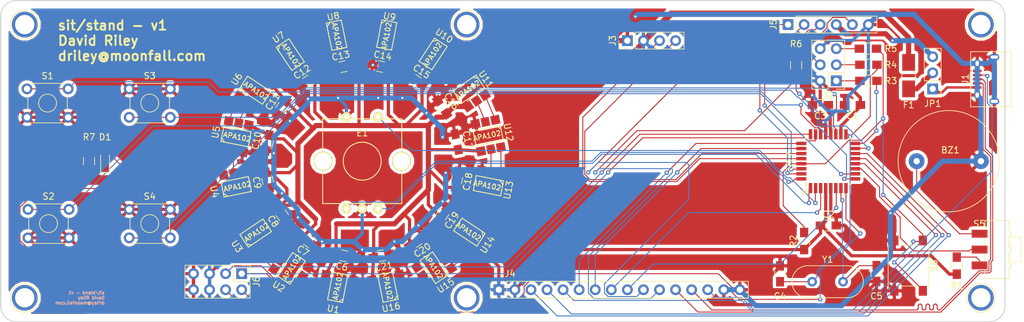
<source format=kicad_pcb>
(kicad_pcb (version 20170123) (host pcbnew "(2017-06-10 revision 1f14389)-master")

  (general
    (links 196)
    (no_connects 0)
    (area 69.749999 36.801666 231.805001 89.1825)
    (thickness 1.6002)
    (drawings 17)
    (tracks 879)
    (zones 0)
    (modules 69)
    (nets 77)
  )

  (page A4)
  (layers
    (0 F.Cu signal)
    (31 B.Cu signal)
    (34 B.Paste user)
    (35 F.Paste user)
    (36 B.SilkS user)
    (37 F.SilkS user)
    (38 B.Mask user)
    (39 F.Mask user)
    (40 Dwgs.User user)
    (41 Cmts.User user)
    (42 Eco1.User user)
    (43 Eco2.User user)
    (44 Edge.Cuts user)
    (45 Margin user)
  )

  (setup
    (last_trace_width 0.1524)
    (user_trace_width 0.1524)
    (user_trace_width 0.254)
    (user_trace_width 0.381)
    (user_trace_width 0.508)
    (user_trace_width 0.8128)
    (trace_clearance 0.1524)
    (zone_clearance 0.508)
    (zone_45_only no)
    (trace_min 0.1524)
    (segment_width 0.2)
    (edge_width 0.15)
    (via_size 0.6858)
    (via_drill 0.3302)
    (via_min_size 0.6858)
    (via_min_drill 0.3302)
    (uvia_size 0.762)
    (uvia_drill 0.508)
    (uvias_allowed yes)
    (uvia_min_size 0)
    (uvia_min_drill 0)
    (pcb_text_width 0.3)
    (pcb_text_size 1.5 1.5)
    (mod_edge_width 0.15)
    (mod_text_size 1 1)
    (mod_text_width 0.15)
    (pad_size 1.524 1.524)
    (pad_drill 0.762)
    (pad_to_mask_clearance 0.2)
    (aux_axis_origin 0 0)
    (visible_elements FFFEFFFF)
    (pcbplotparams
      (layerselection 0x00030_80000001)
      (usegerberextensions false)
      (excludeedgelayer true)
      (linewidth 0.100000)
      (plotframeref false)
      (viasonmask false)
      (mode 1)
      (useauxorigin false)
      (hpglpennumber 1)
      (hpglpenspeed 20)
      (hpglpendiameter 15)
      (psnegative false)
      (psa4output false)
      (plotreference true)
      (plotvalue true)
      (plotinvisibletext false)
      (padsonsilk false)
      (subtractmaskfromsilk false)
      (outputformat 1)
      (mirror false)
      (drillshape 1)
      (scaleselection 1)
      (outputdirectory ""))
  )

  (net 0 "")
  (net 1 GND)
  (net 2 "Net-(BZ1-Pad1)")
  (net 3 +5V)
  (net 4 "Net-(C4-Pad2)")
  (net 5 "Net-(C5-Pad2)")
  (net 6 "Net-(D1-Pad2)")
  (net 7 "Net-(D1-Pad1)")
  (net 8 "Net-(E1-Pad2)")
  (net 9 "Net-(E1-PadA)")
  (net 10 "Net-(E1-PadB)")
  (net 11 "Net-(F1-Pad2)")
  (net 12 "Net-(J1-Pad1)")
  (net 13 USB_D-)
  (net 14 USB_D+)
  (net 15 USB_ID)
  (net 16 /MISO)
  (net 17 /SCK)
  (net 18 /MOSI)
  (net 19 /RST)
  (net 20 OLED_SCL)
  (net 21 OLED_SDA)
  (net 22 PB0)
  (net 23 PB1)
  (net 24 PB2)
  (net 25 PC2)
  (net 26 PC3)
  (net 27 PE0)
  (net 28 PE1)
  (net 29 SER_DTR)
  (net 30 SER_CTS)
  (net 31 SER_RXD)
  (net 32 SER_TXD)
  (net 33 SER_VCC)
  (net 34 LED_DIN)
  (net 35 LED_DOUT)
  (net 36 LED_CIN)
  (net 37 LED_COUT)
  (net 38 "Net-(R1-Pad1)")
  (net 39 RESET)
  (net 40 "Net-(R3-Pad1)")
  (net 41 "Net-(R6-Pad1)")
  (net 42 "Net-(S1-Pad1)")
  (net 43 "Net-(S2-Pad1)")
  (net 44 "Net-(S4-Pad3)")
  (net 45 "Net-(U1-Pad5)")
  (net 46 "Net-(U1-Pad6)")
  (net 47 "Net-(U2-Pad5)")
  (net 48 "Net-(U2-Pad6)")
  (net 49 "Net-(U3-Pad5)")
  (net 50 "Net-(U3-Pad6)")
  (net 51 "Net-(U4-Pad5)")
  (net 52 "Net-(U4-Pad6)")
  (net 53 "Net-(U5-Pad5)")
  (net 54 "Net-(U5-Pad6)")
  (net 55 "Net-(U6-Pad5)")
  (net 56 "Net-(U6-Pad6)")
  (net 57 "Net-(U7-Pad5)")
  (net 58 "Net-(U7-Pad6)")
  (net 59 LED_CMID)
  (net 60 LED_DMID)
  (net 61 "Net-(U10-Pad2)")
  (net 62 "Net-(U10-Pad1)")
  (net 63 "Net-(U10-Pad5)")
  (net 64 "Net-(U10-Pad6)")
  (net 65 "Net-(U11-Pad5)")
  (net 66 "Net-(U11-Pad6)")
  (net 67 "Net-(U12-Pad5)")
  (net 68 "Net-(U12-Pad6)")
  (net 69 "Net-(U13-Pad5)")
  (net 70 "Net-(U13-Pad6)")
  (net 71 "Net-(U14-Pad5)")
  (net 72 "Net-(U14-Pad6)")
  (net 73 "Net-(U15-Pad5)")
  (net 74 "Net-(U15-Pad6)")
  (net 75 "Net-(S3-Pad3)")
  (net 76 "Net-(S5-Pad2)")

  (net_class Default "This is the default net class."
    (clearance 0.1524)
    (trace_width 0.1524)
    (via_dia 0.6858)
    (via_drill 0.3302)
    (uvia_dia 0.762)
    (uvia_drill 0.508)
    (add_net /MISO)
    (add_net /MOSI)
    (add_net /RST)
    (add_net /SCK)
    (add_net LED_CIN)
    (add_net LED_CMID)
    (add_net LED_COUT)
    (add_net LED_DIN)
    (add_net LED_DMID)
    (add_net LED_DOUT)
    (add_net "Net-(BZ1-Pad1)")
    (add_net "Net-(C4-Pad2)")
    (add_net "Net-(C5-Pad2)")
    (add_net "Net-(D1-Pad1)")
    (add_net "Net-(D1-Pad2)")
    (add_net "Net-(E1-Pad2)")
    (add_net "Net-(E1-PadA)")
    (add_net "Net-(E1-PadB)")
    (add_net "Net-(R1-Pad1)")
    (add_net "Net-(R3-Pad1)")
    (add_net "Net-(R6-Pad1)")
    (add_net "Net-(S1-Pad1)")
    (add_net "Net-(S2-Pad1)")
    (add_net "Net-(S3-Pad3)")
    (add_net "Net-(S4-Pad3)")
    (add_net "Net-(S5-Pad2)")
    (add_net "Net-(U1-Pad5)")
    (add_net "Net-(U1-Pad6)")
    (add_net "Net-(U10-Pad1)")
    (add_net "Net-(U10-Pad2)")
    (add_net "Net-(U10-Pad5)")
    (add_net "Net-(U10-Pad6)")
    (add_net "Net-(U11-Pad5)")
    (add_net "Net-(U11-Pad6)")
    (add_net "Net-(U12-Pad5)")
    (add_net "Net-(U12-Pad6)")
    (add_net "Net-(U13-Pad5)")
    (add_net "Net-(U13-Pad6)")
    (add_net "Net-(U14-Pad5)")
    (add_net "Net-(U14-Pad6)")
    (add_net "Net-(U15-Pad5)")
    (add_net "Net-(U15-Pad6)")
    (add_net "Net-(U2-Pad5)")
    (add_net "Net-(U2-Pad6)")
    (add_net "Net-(U3-Pad5)")
    (add_net "Net-(U3-Pad6)")
    (add_net "Net-(U4-Pad5)")
    (add_net "Net-(U4-Pad6)")
    (add_net "Net-(U5-Pad5)")
    (add_net "Net-(U5-Pad6)")
    (add_net "Net-(U6-Pad5)")
    (add_net "Net-(U6-Pad6)")
    (add_net "Net-(U7-Pad5)")
    (add_net "Net-(U7-Pad6)")
    (add_net OLED_SCL)
    (add_net OLED_SDA)
    (add_net PB0)
    (add_net PB1)
    (add_net PB2)
    (add_net PC2)
    (add_net PC3)
    (add_net PE0)
    (add_net PE1)
    (add_net RESET)
    (add_net SER_CTS)
    (add_net SER_DTR)
    (add_net SER_RXD)
    (add_net SER_TXD)
    (add_net USB_D+)
    (add_net USB_D-)
    (add_net USB_ID)
  )

  (net_class Power ""
    (clearance 0.2)
    (trace_width 0.508)
    (via_dia 0.6858)
    (via_drill 0.3302)
    (uvia_dia 0.762)
    (uvia_drill 0.508)
    (add_net +5V)
    (add_net GND)
    (add_net "Net-(F1-Pad2)")
    (add_net "Net-(J1-Pad1)")
    (add_net SER_VCC)
  )

  (module Housings_QFP:TQFP-32_7x7mm_Pitch0.8mm (layer F.Cu) (tedit 593DB4AD) (tstamp 593432CB)
    (at 200.66 63.5 90)
    (descr "32-Lead Plastic Thin Quad Flatpack (PT) - 7x7x1.0 mm Body, 2.00 mm [TQFP] (see Microchip Packaging Specification 00000049BS.pdf)")
    (tags "QFP 0.8")
    (path /58E5C135)
    (attr smd)
    (fp_text reference U17 (at 0 -6.05 90) (layer F.SilkS)
      (effects (font (size 1 1) (thickness 0.15)))
    )
    (fp_text value ATMEGA328PB-AU (at 0 6.05 90) (layer F.Fab)
      (effects (font (size 1 1) (thickness 0.15)))
    )
    (fp_text user %R (at 0 0 90) (layer F.Fab)
      (effects (font (size 1 1) (thickness 0.15)))
    )
    (fp_line (start -2.5 -3.5) (end 3.5 -3.5) (layer F.Fab) (width 0.15))
    (fp_line (start 3.5 -3.5) (end 3.5 3.5) (layer F.Fab) (width 0.15))
    (fp_line (start 3.5 3.5) (end -3.5 3.5) (layer F.Fab) (width 0.15))
    (fp_line (start -3.5 3.5) (end -3.5 -2.5) (layer F.Fab) (width 0.15))
    (fp_line (start -3.5 -2.5) (end -2.5 -3.5) (layer F.Fab) (width 0.15))
    (fp_line (start -5.3 -5.3) (end -5.3 5.3) (layer F.CrtYd) (width 0.05))
    (fp_line (start 5.3 -5.3) (end 5.3 5.3) (layer F.CrtYd) (width 0.05))
    (fp_line (start -5.3 -5.3) (end 5.3 -5.3) (layer F.CrtYd) (width 0.05))
    (fp_line (start -5.3 5.3) (end 5.3 5.3) (layer F.CrtYd) (width 0.05))
    (fp_line (start -3.625 -3.625) (end -3.625 -3.4) (layer F.SilkS) (width 0.15))
    (fp_line (start 3.625 -3.625) (end 3.625 -3.3) (layer F.SilkS) (width 0.15))
    (fp_line (start 3.625 3.625) (end 3.625 3.3) (layer F.SilkS) (width 0.15))
    (fp_line (start -3.625 3.625) (end -3.625 3.3) (layer F.SilkS) (width 0.15))
    (fp_line (start -3.625 -3.625) (end -3.3 -3.625) (layer F.SilkS) (width 0.15))
    (fp_line (start -3.625 3.625) (end -3.3 3.625) (layer F.SilkS) (width 0.15))
    (fp_line (start 3.625 3.625) (end 3.3 3.625) (layer F.SilkS) (width 0.15))
    (fp_line (start 3.625 -3.625) (end 3.3 -3.625) (layer F.SilkS) (width 0.15))
    (fp_line (start -3.625 -3.4) (end -5.05 -3.4) (layer F.SilkS) (width 0.15))
    (fp_circle (center -4.953 -3.8862) (end -4.7244 -3.683) (layer F.SilkS) (width 0.15))
    (pad 1 smd rect (at -4.25 -2.8 90) (size 1.6 0.55) (layers F.Cu F.Paste F.Mask)
      (net 10 "Net-(E1-PadB)"))
    (pad 2 smd rect (at -4.25 -2 90) (size 1.6 0.55) (layers F.Cu F.Paste F.Mask)
      (net 8 "Net-(E1-Pad2)"))
    (pad 3 smd rect (at -4.25 -1.2 90) (size 1.6 0.55) (layers F.Cu F.Paste F.Mask)
      (net 27 PE0))
    (pad 4 smd rect (at -4.25 -0.4 90) (size 1.6 0.55) (layers F.Cu F.Paste F.Mask)
      (net 3 +5V))
    (pad 5 smd rect (at -4.25 0.4 90) (size 1.6 0.55) (layers F.Cu F.Paste F.Mask)
      (net 1 GND))
    (pad 6 smd rect (at -4.25 1.2 90) (size 1.6 0.55) (layers F.Cu F.Paste F.Mask)
      (net 28 PE1))
    (pad 7 smd rect (at -4.25 2 90) (size 1.6 0.55) (layers F.Cu F.Paste F.Mask)
      (net 4 "Net-(C4-Pad2)"))
    (pad 8 smd rect (at -4.25 2.8 90) (size 1.6 0.55) (layers F.Cu F.Paste F.Mask)
      (net 5 "Net-(C5-Pad2)"))
    (pad 9 smd rect (at -2.8 4.25 180) (size 1.6 0.55) (layers F.Cu F.Paste F.Mask)
      (net 75 "Net-(S3-Pad3)"))
    (pad 10 smd rect (at -2 4.25 180) (size 1.6 0.55) (layers F.Cu F.Paste F.Mask)
      (net 44 "Net-(S4-Pad3)"))
    (pad 11 smd rect (at -1.2 4.25 180) (size 1.6 0.55) (layers F.Cu F.Paste F.Mask)
      (net 76 "Net-(S5-Pad2)"))
    (pad 12 smd rect (at -0.4 4.25 180) (size 1.6 0.55) (layers F.Cu F.Paste F.Mask)
      (net 22 PB0))
    (pad 13 smd rect (at 0.4 4.25 180) (size 1.6 0.55) (layers F.Cu F.Paste F.Mask)
      (net 23 PB1))
    (pad 14 smd rect (at 1.2 4.25 180) (size 1.6 0.55) (layers F.Cu F.Paste F.Mask)
      (net 24 PB2))
    (pad 15 smd rect (at 2 4.25 180) (size 1.6 0.55) (layers F.Cu F.Paste F.Mask)
      (net 41 "Net-(R6-Pad1)"))
    (pad 16 smd rect (at 2.8 4.25 180) (size 1.6 0.55) (layers F.Cu F.Paste F.Mask)
      (net 40 "Net-(R3-Pad1)"))
    (pad 17 smd rect (at 4.25 2.8 90) (size 1.6 0.55) (layers F.Cu F.Paste F.Mask)
      (net 6 "Net-(D1-Pad2)"))
    (pad 18 smd rect (at 4.25 2 90) (size 1.6 0.55) (layers F.Cu F.Paste F.Mask)
      (net 3 +5V))
    (pad 19 smd rect (at 4.25 1.2 90) (size 1.6 0.55) (layers F.Cu F.Paste F.Mask)
      (net 42 "Net-(S1-Pad1)"))
    (pad 20 smd rect (at 4.25 0.4 90) (size 1.6 0.55) (layers F.Cu F.Paste F.Mask)
      (net 3 +5V))
    (pad 21 smd rect (at 4.25 -0.4 90) (size 1.6 0.55) (layers F.Cu F.Paste F.Mask)
      (net 1 GND))
    (pad 22 smd rect (at 4.25 -1.2 90) (size 1.6 0.55) (layers F.Cu F.Paste F.Mask)
      (net 43 "Net-(S2-Pad1)"))
    (pad 23 smd rect (at 4.25 -2 90) (size 1.6 0.55) (layers F.Cu F.Paste F.Mask)
      (net 34 LED_DIN))
    (pad 24 smd rect (at 4.25 -2.8 90) (size 1.6 0.55) (layers F.Cu F.Paste F.Mask)
      (net 36 LED_CIN))
    (pad 25 smd rect (at 2.8 -4.25 180) (size 1.6 0.55) (layers F.Cu F.Paste F.Mask)
      (net 25 PC2))
    (pad 26 smd rect (at 2 -4.25 180) (size 1.6 0.55) (layers F.Cu F.Paste F.Mask)
      (net 26 PC3))
    (pad 27 smd rect (at 1.2 -4.25 180) (size 1.6 0.55) (layers F.Cu F.Paste F.Mask)
      (net 21 OLED_SDA))
    (pad 28 smd rect (at 0.4 -4.25 180) (size 1.6 0.55) (layers F.Cu F.Paste F.Mask)
      (net 20 OLED_SCL))
    (pad 29 smd rect (at -0.4 -4.25 180) (size 1.6 0.55) (layers F.Cu F.Paste F.Mask)
      (net 39 RESET))
    (pad 30 smd rect (at -1.2 -4.25 180) (size 1.6 0.55) (layers F.Cu F.Paste F.Mask)
      (net 32 SER_TXD))
    (pad 31 smd rect (at -2 -4.25 180) (size 1.6 0.55) (layers F.Cu F.Paste F.Mask)
      (net 31 SER_RXD))
    (pad 32 smd rect (at -2.8 -4.25 180) (size 1.6 0.55) (layers F.Cu F.Paste F.Mask)
      (net 9 "Net-(E1-PadA)"))
    (model Housings_QFP.3dshapes/TQFP-32_7x7mm_Pitch0.8mm.wrl
      (at (xyz 0 0 0))
      (scale (xyz 1 1 1))
      (rotate (xyz 0 0 0))
    )
  )

  (module Connectors:USB_Micro-B (layer F.Cu) (tedit 5543E447) (tstamp 59342FAF)
    (at 225.552 50.546 90)
    (descr "Micro USB Type B Receptacle")
    (tags "USB USB_B USB_micro USB_OTG")
    (path /58EB0BC8)
    (attr smd)
    (fp_text reference J1 (at 0 -3.24 90) (layer F.SilkS)
      (effects (font (size 1 1) (thickness 0.15)))
    )
    (fp_text value USB_OTG (at 0 5.01 90) (layer F.Fab)
      (effects (font (size 1 1) (thickness 0.15)))
    )
    (fp_line (start -4.6 -2.59) (end 4.6 -2.59) (layer F.CrtYd) (width 0.05))
    (fp_line (start 4.6 -2.59) (end 4.6 4.26) (layer F.CrtYd) (width 0.05))
    (fp_line (start 4.6 4.26) (end -4.6 4.26) (layer F.CrtYd) (width 0.05))
    (fp_line (start -4.6 4.26) (end -4.6 -2.59) (layer F.CrtYd) (width 0.05))
    (fp_line (start -4.35 4.03) (end 4.35 4.03) (layer F.SilkS) (width 0.12))
    (fp_line (start -4.35 -2.38) (end 4.35 -2.38) (layer F.SilkS) (width 0.12))
    (fp_line (start 4.35 -2.38) (end 4.35 4.03) (layer F.SilkS) (width 0.12))
    (fp_line (start 4.35 2.8) (end -4.35 2.8) (layer F.SilkS) (width 0.12))
    (fp_line (start -4.35 4.03) (end -4.35 -2.38) (layer F.SilkS) (width 0.12))
    (pad 1 smd rect (at -1.3 -1.35 180) (size 1.35 0.4) (layers F.Cu F.Paste F.Mask)
      (net 12 "Net-(J1-Pad1)"))
    (pad 2 smd rect (at -0.65 -1.35 180) (size 1.35 0.4) (layers F.Cu F.Paste F.Mask)
      (net 13 USB_D-))
    (pad 3 smd rect (at 0 -1.35 180) (size 1.35 0.4) (layers F.Cu F.Paste F.Mask)
      (net 14 USB_D+))
    (pad 4 smd rect (at 0.65 -1.35 180) (size 1.35 0.4) (layers F.Cu F.Paste F.Mask)
      (net 15 USB_ID))
    (pad 5 smd rect (at 1.3 -1.35 180) (size 1.35 0.4) (layers F.Cu F.Paste F.Mask)
      (net 1 GND))
    (pad 6 thru_hole oval (at -2.5 -1.35 180) (size 0.95 1.25) (drill oval 0.55 0.85) (layers *.Cu *.Mask)
      (net 1 GND))
    (pad 6 thru_hole oval (at 2.5 -1.35 180) (size 0.95 1.25) (drill oval 0.55 0.85) (layers *.Cu *.Mask)
      (net 1 GND))
    (pad 6 thru_hole oval (at -3.5 1.35 180) (size 1.55 1) (drill oval 1.15 0.5) (layers *.Cu *.Mask)
      (net 1 GND))
    (pad 6 thru_hole oval (at 3.5 1.35 180) (size 1.55 1) (drill oval 1.15 0.5) (layers *.Cu *.Mask)
      (net 1 GND))
  )

  (module Pin_Headers:Pin_Header_Straight_1x03_Pitch2.54mm (layer F.Cu) (tedit 593D9770) (tstamp 59343050)
    (at 217.17 52.07 180)
    (descr "Through hole straight pin header, 1x03, 2.54mm pitch, single row")
    (tags "Through hole pin header THT 1x03 2.54mm single row")
    (path /590AE2AC)
    (fp_text reference JP1 (at 0 -2.33 180) (layer F.SilkS)
      (effects (font (size 1 1) (thickness 0.15)))
    )
    (fp_text value Jumper_NC_Dual (at 0 7.41 180) (layer F.Fab)
      (effects (font (size 1 1) (thickness 0.15)))
    )
    (fp_line (start -1.27 -1.27) (end -1.27 6.35) (layer F.Fab) (width 0.1))
    (fp_line (start -1.27 6.35) (end 1.27 6.35) (layer F.Fab) (width 0.1))
    (fp_line (start 1.27 6.35) (end 1.27 -1.27) (layer F.Fab) (width 0.1))
    (fp_line (start 1.27 -1.27) (end -1.27 -1.27) (layer F.Fab) (width 0.1))
    (fp_line (start -1.33 1.27) (end -1.33 6.41) (layer F.SilkS) (width 0.12))
    (fp_line (start -1.33 6.41) (end 1.33 6.41) (layer F.SilkS) (width 0.12))
    (fp_line (start 1.33 6.41) (end 1.33 1.27) (layer F.SilkS) (width 0.12))
    (fp_line (start 1.33 1.27) (end -1.33 1.27) (layer F.SilkS) (width 0.12))
    (fp_line (start -1.33 0) (end -1.33 -1.33) (layer F.SilkS) (width 0.12))
    (fp_line (start -1.33 -1.33) (end 0 -1.33) (layer F.SilkS) (width 0.12))
    (fp_line (start -1.8 -1.8) (end -1.8 6.85) (layer F.CrtYd) (width 0.05))
    (fp_line (start -1.8 6.85) (end 1.8 6.85) (layer F.CrtYd) (width 0.05))
    (fp_line (start 1.8 6.85) (end 1.8 -1.8) (layer F.CrtYd) (width 0.05))
    (fp_line (start 1.8 -1.8) (end -1.8 -1.8) (layer F.CrtYd) (width 0.05))
    (fp_text user %R (at 0 -2.33 180) (layer F.Fab)
      (effects (font (size 1 1) (thickness 0.15)))
    )
    (pad 1 thru_hole rect (at 0 0 180) (size 1.7 1.7) (drill 1) (layers *.Cu *.Mask)
      (net 12 "Net-(J1-Pad1)"))
    (pad 2 thru_hole oval (at 0 2.54 180) (size 1.7 1.7) (drill 1) (layers *.Cu *.Mask)
      (net 11 "Net-(F1-Pad2)"))
    (pad 3 thru_hole oval (at 0 5.08 180) (size 1.7 1.7) (drill 1) (layers *.Cu *.Mask)
      (net 33 SER_VCC))
    (model ${KISYS3DMOD}/Pin_Headers.3dshapes/Pin_Header_Straight_1x03_Pitch2.54mm.wrl
      (at (xyz 0 -0.1 0))
      (scale (xyz 1 1 1))
      (rotate (xyz 0 0 90))
    )
  )

  (module Connectors:1pin (layer F.Cu) (tedit 593DAD8B) (tstamp 593DCEB1)
    (at 224.79 41.91)
    (descr "module 1 pin (ou trou mecanique de percage)")
    (tags DEV)
    (fp_text reference REF** (at 0 -3.048) (layer F.SilkS) hide
      (effects (font (size 1 1) (thickness 0.15)))
    )
    (fp_text value 1pin (at 0 3) (layer F.Fab)
      (effects (font (size 1 1) (thickness 0.15)))
    )
    (fp_circle (center 0 0) (end 2 0.8) (layer F.Fab) (width 0.1))
    (fp_circle (center 0 0) (end 2.6 0) (layer F.CrtYd) (width 0.05))
    (fp_circle (center 0 0) (end 0 -2.286) (layer F.SilkS) (width 0.12))
    (pad 1 thru_hole circle (at 0 0) (size 4.064 4.064) (drill 3.048) (layers *.Cu *.Mask))
  )

  (module Fuse_Holders_and_Fuses:Fuse_SMD1206_HandSoldering (layer F.Cu) (tedit 0) (tstamp 59342F99)
    (at 213.36 49.98 270)
    (descr "Fuse, Sicherung, SMD1206, Littlefuse-Wickmann 433 Series, Hand Soldering,")
    (tags "Fuse Sicherung SMD1206 Littlefuse-Wickmann 433 Series Hand Soldering ")
    (path /5933928B)
    (attr smd)
    (fp_text reference F1 (at 4.63 0) (layer F.SilkS)
      (effects (font (size 1 1) (thickness 0.15)))
    )
    (fp_text value 500mA (at -0.15 2.5 270) (layer F.Fab)
      (effects (font (size 1 1) (thickness 0.15)))
    )
    (fp_line (start -1.6 0.8) (end -1.6 -0.8) (layer F.Fab) (width 0.1))
    (fp_line (start 1.6 0.8) (end -1.6 0.8) (layer F.Fab) (width 0.1))
    (fp_line (start 1.6 -0.8) (end 1.6 0.8) (layer F.Fab) (width 0.1))
    (fp_line (start -1.6 -0.8) (end 1.6 -0.8) (layer F.Fab) (width 0.1))
    (fp_line (start 1 1.07) (end -1 1.07) (layer F.SilkS) (width 0.12))
    (fp_line (start -1 -1.07) (end 1 -1.07) (layer F.SilkS) (width 0.12))
    (fp_line (start -3.35 -1.58) (end 3.35 -1.58) (layer F.CrtYd) (width 0.05))
    (fp_line (start -3.35 -1.58) (end -3.35 1.58) (layer F.CrtYd) (width 0.05))
    (fp_line (start 3.35 1.58) (end 3.35 -1.58) (layer F.CrtYd) (width 0.05))
    (fp_line (start 3.35 1.58) (end -3.35 1.58) (layer F.CrtYd) (width 0.05))
    (pad 1 smd rect (at -2.09 0) (size 2.03 2.65) (layers F.Cu F.Paste F.Mask)
      (net 3 +5V))
    (pad 2 smd rect (at 2.09 0) (size 2.03 2.65) (layers F.Cu F.Paste F.Mask)
      (net 11 "Net-(F1-Pad2)"))
  )

  (module Connectors:1pin (layer F.Cu) (tedit 593DAD96) (tstamp 593DCE57)
    (at 143.51 85.09)
    (descr "module 1 pin (ou trou mecanique de percage)")
    (tags DEV)
    (fp_text reference REF** (at 0 -3.048) (layer F.SilkS) hide
      (effects (font (size 1 1) (thickness 0.15)))
    )
    (fp_text value 1pin (at 0 3) (layer F.Fab)
      (effects (font (size 1 1) (thickness 0.15)))
    )
    (fp_circle (center 0 0) (end 2 0.8) (layer F.Fab) (width 0.1))
    (fp_circle (center 0 0) (end 2.6 0) (layer F.CrtYd) (width 0.05))
    (fp_circle (center 0 0) (end 0 -2.286) (layer F.SilkS) (width 0.12))
    (pad 1 thru_hole circle (at 0 0) (size 4.064 4.064) (drill 3.048) (layers *.Cu *.Mask))
  )

  (module Connectors:1pin (layer F.Cu) (tedit 593DAD92) (tstamp 593DCE54)
    (at 224.79 85.09)
    (descr "module 1 pin (ou trou mecanique de percage)")
    (tags DEV)
    (fp_text reference REF** (at 2.54 -3.048) (layer F.SilkS) hide
      (effects (font (size 1 1) (thickness 0.15)))
    )
    (fp_text value 1pin (at 0 3) (layer F.Fab)
      (effects (font (size 1 1) (thickness 0.15)))
    )
    (fp_circle (center 0 0) (end 2 0.8) (layer F.Fab) (width 0.1))
    (fp_circle (center 0 0) (end 2.6 0) (layer F.CrtYd) (width 0.05))
    (fp_circle (center 0 0) (end 0 -2.286) (layer F.SilkS) (width 0.12))
    (pad 1 thru_hole circle (at 0 0) (size 4.064 4.064) (drill 3.048) (layers *.Cu *.Mask))
  )

  (module Connectors:1pin (layer F.Cu) (tedit 593DAD82) (tstamp 593DCDE5)
    (at 143.51 41.91)
    (descr "module 1 pin (ou trou mecanique de percage)")
    (tags DEV)
    (fp_text reference REF** (at 0 -3.048) (layer F.SilkS) hide
      (effects (font (size 1 1) (thickness 0.15)))
    )
    (fp_text value 1pin (at 0 3) (layer F.Fab)
      (effects (font (size 1 1) (thickness 0.15)))
    )
    (fp_circle (center 0 0) (end 2 0.8) (layer F.Fab) (width 0.1))
    (fp_circle (center 0 0) (end 2.6 0) (layer F.CrtYd) (width 0.05))
    (fp_circle (center 0 0) (end 0 -2.286) (layer F.SilkS) (width 0.12))
    (pad 1 thru_hole circle (at 0 0) (size 4.064 4.064) (drill 3.048) (layers *.Cu *.Mask))
  )

  (module Connectors:1pin (layer F.Cu) (tedit 593DAD78) (tstamp 593DCDE2)
    (at 73.66 85.09)
    (descr "module 1 pin (ou trou mecanique de percage)")
    (tags DEV)
    (fp_text reference REF** (at 0 -3.048) (layer F.SilkS) hide
      (effects (font (size 1 1) (thickness 0.15)))
    )
    (fp_text value 1pin (at 0 3) (layer F.Fab)
      (effects (font (size 1 1) (thickness 0.15)))
    )
    (fp_circle (center 0 0) (end 2 0.8) (layer F.Fab) (width 0.1))
    (fp_circle (center 0 0) (end 2.6 0) (layer F.CrtYd) (width 0.05))
    (fp_circle (center 0 0) (end 0 -2.286) (layer F.SilkS) (width 0.12))
    (pad 1 thru_hole circle (at 0 0) (size 4.064 4.064) (drill 3.048) (layers *.Cu *.Mask))
  )

  (module Connectors:1pin (layer F.Cu) (tedit 593DAD7F) (tstamp 593DCDDF)
    (at 73.66 41.91)
    (descr "module 1 pin (ou trou mecanique de percage)")
    (tags DEV)
    (fp_text reference REF** (at 0 -3.048) (layer F.SilkS) hide
      (effects (font (size 1 1) (thickness 0.15)))
    )
    (fp_text value 1pin (at 0 3) (layer F.Fab)
      (effects (font (size 1 1) (thickness 0.15)))
    )
    (fp_circle (center 0 0) (end 2 0.8) (layer F.Fab) (width 0.1))
    (fp_circle (center 0 0) (end 2.6 0) (layer F.CrtYd) (width 0.05))
    (fp_circle (center 0 0) (end 0 -2.286) (layer F.SilkS) (width 0.12))
    (pad 1 thru_hole circle (at 0 0) (size 4.064 4.064) (drill 3.048) (layers *.Cu *.Mask))
  )

  (module pec11r:pec11r (layer F.Cu) (tedit 593DAFC7) (tstamp 59342F89)
    (at 127 63.5)
    (path /5933AC7C)
    (fp_text reference E1 (at 0 -4.45) (layer F.SilkS)
      (effects (font (size 1 1) (thickness 0.15)))
    )
    (fp_text value PEC11R (at 0 4.4) (layer F.Fab)
      (effects (font (size 1 1) (thickness 0.15)))
    )
    (fp_circle (center 0 0) (end 3 0) (layer F.SilkS) (width 0.15))
    (fp_line (start -6.25 6.7) (end -6.25 -6.7) (layer F.SilkS) (width 0.15))
    (fp_line (start 6.25 6.7) (end -6.25 6.7) (layer F.SilkS) (width 0.15))
    (fp_line (start 6.25 -6.7) (end 6.25 6.7) (layer F.SilkS) (width 0.15))
    (fp_line (start -6.25 -6.7) (end 6.25 -6.7) (layer F.SilkS) (width 0.15))
    (pad 1 thru_hole circle (at -2.5 -7) (size 1.524 1.524) (drill 0.762) (layers *.Cu *.Mask F.SilkS)
      (net 1 GND))
    (pad 2 thru_hole circle (at 2.5 -7) (size 1.524 1.524) (drill 0.762) (layers *.Cu *.Mask F.SilkS)
      (net 8 "Net-(E1-Pad2)"))
    (pad C thru_hole circle (at 0 7.5) (size 1.524 1.524) (drill 0.762) (layers *.Cu *.Mask F.SilkS)
      (net 1 GND))
    (pad A thru_hole circle (at -2.5 7.5) (size 1.524 1.524) (drill 0.762) (layers *.Cu *.Mask F.SilkS)
      (net 9 "Net-(E1-PadA)"))
    (pad B thru_hole circle (at 2.5 7.5) (size 1.524 1.524) (drill 0.762) (layers *.Cu *.Mask F.SilkS)
      (net 10 "Net-(E1-PadB)"))
    (pad "" thru_hole circle (at 6.2 0) (size 3 3) (drill 2.6) (layers *.Cu *.Mask F.SilkS))
    (pad "" thru_hole circle (at -6.2 0) (size 3 3) (drill 2.6) (layers *.Cu *.Mask F.SilkS))
  )

  (module Pin_Headers:Pin_Header_Straight_1x16_Pitch2.54mm (layer F.Cu) (tedit 58CD4EC2) (tstamp 59343004)
    (at 148.59 83.82 90)
    (descr "Through hole straight pin header, 1x16, 2.54mm pitch, single row")
    (tags "Through hole pin header THT 1x16 2.54mm single row")
    (path /590B1A0E)
    (fp_text reference J4 (at 2.54 1.778 180) (layer F.SilkS)
      (effects (font (size 1 1) (thickness 0.15)))
    )
    (fp_text value CONN_01X16 (at 0 40.43 90) (layer F.Fab)
      (effects (font (size 1 1) (thickness 0.15)))
    )
    (fp_line (start -1.27 -1.27) (end -1.27 39.37) (layer F.Fab) (width 0.1))
    (fp_line (start -1.27 39.37) (end 1.27 39.37) (layer F.Fab) (width 0.1))
    (fp_line (start 1.27 39.37) (end 1.27 -1.27) (layer F.Fab) (width 0.1))
    (fp_line (start 1.27 -1.27) (end -1.27 -1.27) (layer F.Fab) (width 0.1))
    (fp_line (start -1.33 1.27) (end -1.33 39.43) (layer F.SilkS) (width 0.12))
    (fp_line (start -1.33 39.43) (end 1.33 39.43) (layer F.SilkS) (width 0.12))
    (fp_line (start 1.33 39.43) (end 1.33 1.27) (layer F.SilkS) (width 0.12))
    (fp_line (start 1.33 1.27) (end -1.33 1.27) (layer F.SilkS) (width 0.12))
    (fp_line (start -1.33 0) (end -1.33 -1.33) (layer F.SilkS) (width 0.12))
    (fp_line (start -1.33 -1.33) (end 0 -1.33) (layer F.SilkS) (width 0.12))
    (fp_line (start -1.8 -1.8) (end -1.8 39.9) (layer F.CrtYd) (width 0.05))
    (fp_line (start -1.8 39.9) (end 1.8 39.9) (layer F.CrtYd) (width 0.05))
    (fp_line (start 1.8 39.9) (end 1.8 -1.8) (layer F.CrtYd) (width 0.05))
    (fp_line (start 1.8 -1.8) (end -1.8 -1.8) (layer F.CrtYd) (width 0.05))
    (fp_text user %R (at 0 -2.33 90) (layer F.Fab)
      (effects (font (size 1 1) (thickness 0.15)))
    )
    (pad 1 thru_hole rect (at 0 0 90) (size 1.7 1.7) (drill 1) (layers *.Cu *.Mask)
      (net 3 +5V))
    (pad 2 thru_hole oval (at 0 2.54 90) (size 1.7 1.7) (drill 1) (layers *.Cu *.Mask)
      (net 3 +5V))
    (pad 3 thru_hole oval (at 0 5.08 90) (size 1.7 1.7) (drill 1) (layers *.Cu *.Mask)
      (net 24 PB2))
    (pad 4 thru_hole oval (at 0 7.62 90) (size 1.7 1.7) (drill 1) (layers *.Cu *.Mask)
      (net 23 PB1))
    (pad 5 thru_hole oval (at 0 10.16 90) (size 1.7 1.7) (drill 1) (layers *.Cu *.Mask)
      (net 22 PB0))
    (pad 6 thru_hole oval (at 0 12.7 90) (size 1.7 1.7) (drill 1) (layers *.Cu *.Mask)
      (net 25 PC2))
    (pad 7 thru_hole oval (at 0 15.24 90) (size 1.7 1.7) (drill 1) (layers *.Cu *.Mask)
      (net 26 PC3))
    (pad 8 thru_hole oval (at 0 17.78 90) (size 1.7 1.7) (drill 1) (layers *.Cu *.Mask)
      (net 27 PE0))
    (pad 9 thru_hole oval (at 0 20.32 90) (size 1.7 1.7) (drill 1) (layers *.Cu *.Mask)
      (net 28 PE1))
    (pad 10 thru_hole oval (at 0 22.86 90) (size 1.7 1.7) (drill 1) (layers *.Cu *.Mask)
      (net 29 SER_DTR))
    (pad 11 thru_hole oval (at 0 25.4 90) (size 1.7 1.7) (drill 1) (layers *.Cu *.Mask)
      (net 30 SER_CTS))
    (pad 12 thru_hole oval (at 0 27.94 90) (size 1.7 1.7) (drill 1) (layers *.Cu *.Mask)
      (net 14 USB_D+))
    (pad 13 thru_hole oval (at 0 30.48 90) (size 1.7 1.7) (drill 1) (layers *.Cu *.Mask)
      (net 13 USB_D-))
    (pad 14 thru_hole oval (at 0 33.02 90) (size 1.7 1.7) (drill 1) (layers *.Cu *.Mask)
      (net 15 USB_ID))
    (pad 15 thru_hole oval (at 0 35.56 90) (size 1.7 1.7) (drill 1) (layers *.Cu *.Mask)
      (net 1 GND))
    (pad 16 thru_hole oval (at 0 38.1 90) (size 1.7 1.7) (drill 1) (layers *.Cu *.Mask)
      (net 1 GND))
    (model ${KISYS3DMOD}/Pin_Headers.3dshapes/Pin_Header_Straight_1x16_Pitch2.54mm.wrl
      (at (xyz 0 -0.75 0))
      (scale (xyz 1 1 1))
      (rotate (xyz 0 0 90))
    )
  )

  (module CrumpPrints:APA102 (layer F.Cu) (tedit 593DB00D) (tstamp 593431C4)
    (at 110.153956 74.862799 34)
    (path /58E5FB97)
    (fp_text reference U3 (at -3.632747 0.081775 124) (layer F.SilkS)
      (effects (font (size 1 1) (thickness 0.15)))
    )
    (fp_text value APA102 (at 0.2 0 34) (layer F.SilkS)
      (effects (font (size 0.8 0.8) (thickness 0.15)))
    )
    (fp_line (start -2.2 0.6) (end -1.6 1.2) (layer F.SilkS) (width 0.15))
    (fp_line (start 2.2 1.2) (end -1.8 1.2) (layer F.SilkS) (width 0.15))
    (fp_line (start -2.2 -1.2) (end 2.2 -1.2) (layer F.SilkS) (width 0.15))
    (fp_line (start -1.8 1.2) (end -2.2 1.2) (layer F.SilkS) (width 0.15))
    (fp_line (start 2.2 -1.2) (end 2.2 1.2) (layer F.SilkS) (width 0.15))
    (fp_line (start -2.2 -1.2) (end -2.2 1.2) (layer F.SilkS) (width 0.15))
    (pad 3 smd rect (at 1.6 2.2 124) (size 1.4 1.4) (layers F.Cu F.Paste F.Mask)
      (net 1 GND))
    (pad 4 smd rect (at 1.6 -2.2 124) (size 1.4 1.4) (layers F.Cu F.Paste F.Mask)
      (net 3 +5V))
    (pad 5 smd rect (at 0.000001 -2.2 124) (size 1.4 1.3) (layers F.Cu F.Paste F.Mask)
      (net 49 "Net-(U3-Pad5)"))
    (pad 2 smd rect (at -0.000001 2.2 124) (size 1.4 1.3) (layers F.Cu F.Paste F.Mask)
      (net 47 "Net-(U2-Pad5)"))
    (pad 1 smd rect (at -1.6 2.2 124) (size 1.4 1.4) (layers F.Cu F.Paste F.Mask)
      (net 48 "Net-(U2-Pad6)"))
    (pad 6 smd rect (at -1.6 -2.2 124) (size 1.4 1.4) (layers F.Cu F.Paste F.Mask)
      (net 50 "Net-(U3-Pad6)"))
  )

  (module Buzzers_Beepers:BUZZER (layer F.Cu) (tedit 0) (tstamp 59342DFF)
    (at 219.71 63.5)
    (path /58E5CEE8)
    (fp_text reference BZ1 (at 0.24892 -1.75006) (layer F.SilkS)
      (effects (font (size 1 1) (thickness 0.15)))
    )
    (fp_text value Buzzer (at 0 1.50114) (layer F.Fab)
      (effects (font (size 1 1) (thickness 0.15)))
    )
    (fp_circle (center 0 0) (end 8.001 0.24892) (layer F.SilkS) (width 0.12))
    (pad 2 thru_hole circle (at 5.08 0) (size 2.49936 2.49936) (drill 1.00076) (layers *.Cu *.Mask)
      (net 1 GND))
    (pad 1 thru_hole circle (at -5.08 0) (size 2.49936 2.49936) (drill 1.00076) (layers *.Cu *.Mask)
      (net 2 "Net-(BZ1-Pad1)"))
  )

  (module Capacitors_SMD:C_0805_HandSoldering (layer F.Cu) (tedit 58AA84A8) (tstamp 59342E10)
    (at 204.49 54.61 180)
    (descr "Capacitor SMD 0805, hand soldering")
    (tags "capacitor 0805")
    (path /590B21F1)
    (attr smd)
    (fp_text reference C1 (at 0 -1.75 180) (layer F.SilkS)
      (effects (font (size 1 1) (thickness 0.15)))
    )
    (fp_text value .1uF (at 0 1.75 180) (layer F.Fab)
      (effects (font (size 1 1) (thickness 0.15)))
    )
    (fp_text user %R (at 0 -1.75 180) (layer F.Fab)
      (effects (font (size 1 1) (thickness 0.15)))
    )
    (fp_line (start -1 0.62) (end -1 -0.62) (layer F.Fab) (width 0.1))
    (fp_line (start 1 0.62) (end -1 0.62) (layer F.Fab) (width 0.1))
    (fp_line (start 1 -0.62) (end 1 0.62) (layer F.Fab) (width 0.1))
    (fp_line (start -1 -0.62) (end 1 -0.62) (layer F.Fab) (width 0.1))
    (fp_line (start 0.5 -0.85) (end -0.5 -0.85) (layer F.SilkS) (width 0.12))
    (fp_line (start -0.5 0.85) (end 0.5 0.85) (layer F.SilkS) (width 0.12))
    (fp_line (start -2.25 -0.88) (end 2.25 -0.88) (layer F.CrtYd) (width 0.05))
    (fp_line (start -2.25 -0.88) (end -2.25 0.87) (layer F.CrtYd) (width 0.05))
    (fp_line (start 2.25 0.87) (end 2.25 -0.88) (layer F.CrtYd) (width 0.05))
    (fp_line (start 2.25 0.87) (end -2.25 0.87) (layer F.CrtYd) (width 0.05))
    (pad 1 smd rect (at -1.25 0 180) (size 1.5 1.25) (layers F.Cu F.Paste F.Mask)
      (net 3 +5V))
    (pad 2 smd rect (at 1.25 0 180) (size 1.5 1.25) (layers F.Cu F.Paste F.Mask)
      (net 1 GND))
    (model Capacitors_SMD.3dshapes/C_0805.wrl
      (at (xyz 0 0 0))
      (scale (xyz 1 1 1))
      (rotate (xyz 0 0 0))
    )
  )

  (module Capacitors_SMD:C_0805_HandSoldering (layer F.Cu) (tedit 58AA84A8) (tstamp 59342E21)
    (at 200.68 73.66)
    (descr "Capacitor SMD 0805, hand soldering")
    (tags "capacitor 0805")
    (path /590B212F)
    (attr smd)
    (fp_text reference C2 (at 0 -1.75) (layer F.SilkS)
      (effects (font (size 1 1) (thickness 0.15)))
    )
    (fp_text value .1uF (at 0 1.75) (layer F.Fab)
      (effects (font (size 1 1) (thickness 0.15)))
    )
    (fp_text user %R (at 0 -1.75) (layer F.Fab)
      (effects (font (size 1 1) (thickness 0.15)))
    )
    (fp_line (start -1 0.62) (end -1 -0.62) (layer F.Fab) (width 0.1))
    (fp_line (start 1 0.62) (end -1 0.62) (layer F.Fab) (width 0.1))
    (fp_line (start 1 -0.62) (end 1 0.62) (layer F.Fab) (width 0.1))
    (fp_line (start -1 -0.62) (end 1 -0.62) (layer F.Fab) (width 0.1))
    (fp_line (start 0.5 -0.85) (end -0.5 -0.85) (layer F.SilkS) (width 0.12))
    (fp_line (start -0.5 0.85) (end 0.5 0.85) (layer F.SilkS) (width 0.12))
    (fp_line (start -2.25 -0.88) (end 2.25 -0.88) (layer F.CrtYd) (width 0.05))
    (fp_line (start -2.25 -0.88) (end -2.25 0.87) (layer F.CrtYd) (width 0.05))
    (fp_line (start 2.25 0.87) (end 2.25 -0.88) (layer F.CrtYd) (width 0.05))
    (fp_line (start 2.25 0.87) (end -2.25 0.87) (layer F.CrtYd) (width 0.05))
    (pad 1 smd rect (at -1.25 0) (size 1.5 1.25) (layers F.Cu F.Paste F.Mask)
      (net 3 +5V))
    (pad 2 smd rect (at 1.25 0) (size 1.5 1.25) (layers F.Cu F.Paste F.Mask)
      (net 1 GND))
    (model Capacitors_SMD.3dshapes/C_0805.wrl
      (at (xyz 0 0 0))
      (scale (xyz 1 1 1))
      (rotate (xyz 0 0 0))
    )
  )

  (module Capacitors_SMD:C_0805_HandSoldering (layer F.Cu) (tedit 58AA84A8) (tstamp 59342E32)
    (at 199.41 54.61 180)
    (descr "Capacitor SMD 0805, hand soldering")
    (tags "capacitor 0805")
    (path /590B2290)
    (attr smd)
    (fp_text reference C3 (at 0 -1.75 180) (layer F.SilkS)
      (effects (font (size 1 1) (thickness 0.15)))
    )
    (fp_text value .1uF (at 0 1.75 180) (layer F.Fab)
      (effects (font (size 1 1) (thickness 0.15)))
    )
    (fp_text user %R (at 0 -1.75 180) (layer F.Fab)
      (effects (font (size 1 1) (thickness 0.15)))
    )
    (fp_line (start -1 0.62) (end -1 -0.62) (layer F.Fab) (width 0.1))
    (fp_line (start 1 0.62) (end -1 0.62) (layer F.Fab) (width 0.1))
    (fp_line (start 1 -0.62) (end 1 0.62) (layer F.Fab) (width 0.1))
    (fp_line (start -1 -0.62) (end 1 -0.62) (layer F.Fab) (width 0.1))
    (fp_line (start 0.5 -0.85) (end -0.5 -0.85) (layer F.SilkS) (width 0.12))
    (fp_line (start -0.5 0.85) (end 0.5 0.85) (layer F.SilkS) (width 0.12))
    (fp_line (start -2.25 -0.88) (end 2.25 -0.88) (layer F.CrtYd) (width 0.05))
    (fp_line (start -2.25 -0.88) (end -2.25 0.87) (layer F.CrtYd) (width 0.05))
    (fp_line (start 2.25 0.87) (end 2.25 -0.88) (layer F.CrtYd) (width 0.05))
    (fp_line (start 2.25 0.87) (end -2.25 0.87) (layer F.CrtYd) (width 0.05))
    (pad 1 smd rect (at -1.25 0 180) (size 1.5 1.25) (layers F.Cu F.Paste F.Mask)
      (net 3 +5V))
    (pad 2 smd rect (at 1.25 0 180) (size 1.5 1.25) (layers F.Cu F.Paste F.Mask)
      (net 1 GND))
    (model Capacitors_SMD.3dshapes/C_0805.wrl
      (at (xyz 0 0 0))
      (scale (xyz 1 1 1))
      (rotate (xyz 0 0 0))
    )
  )

  (module Capacitors_SMD:C_0805_HandSoldering (layer F.Cu) (tedit 58AA84A8) (tstamp 59342E43)
    (at 193.04 81.3 270)
    (descr "Capacitor SMD 0805, hand soldering")
    (tags "capacitor 0805")
    (path /58E5CA6E)
    (attr smd)
    (fp_text reference C4 (at 3.536 0) (layer F.SilkS)
      (effects (font (size 1 1) (thickness 0.15)))
    )
    (fp_text value 22pF (at 0 1.75 270) (layer F.Fab)
      (effects (font (size 1 1) (thickness 0.15)))
    )
    (fp_text user %R (at 0 -1.75 270) (layer F.Fab)
      (effects (font (size 1 1) (thickness 0.15)))
    )
    (fp_line (start -1 0.62) (end -1 -0.62) (layer F.Fab) (width 0.1))
    (fp_line (start 1 0.62) (end -1 0.62) (layer F.Fab) (width 0.1))
    (fp_line (start 1 -0.62) (end 1 0.62) (layer F.Fab) (width 0.1))
    (fp_line (start -1 -0.62) (end 1 -0.62) (layer F.Fab) (width 0.1))
    (fp_line (start 0.5 -0.85) (end -0.5 -0.85) (layer F.SilkS) (width 0.12))
    (fp_line (start -0.5 0.85) (end 0.5 0.85) (layer F.SilkS) (width 0.12))
    (fp_line (start -2.25 -0.88) (end 2.25 -0.88) (layer F.CrtYd) (width 0.05))
    (fp_line (start -2.25 -0.88) (end -2.25 0.87) (layer F.CrtYd) (width 0.05))
    (fp_line (start 2.25 0.87) (end 2.25 -0.88) (layer F.CrtYd) (width 0.05))
    (fp_line (start 2.25 0.87) (end -2.25 0.87) (layer F.CrtYd) (width 0.05))
    (pad 1 smd rect (at -1.25 0 270) (size 1.5 1.25) (layers F.Cu F.Paste F.Mask)
      (net 1 GND))
    (pad 2 smd rect (at 1.25 0 270) (size 1.5 1.25) (layers F.Cu F.Paste F.Mask)
      (net 4 "Net-(C4-Pad2)"))
    (model Capacitors_SMD.3dshapes/C_0805.wrl
      (at (xyz 0 0 0))
      (scale (xyz 1 1 1))
      (rotate (xyz 0 0 0))
    )
  )

  (module Capacitors_SMD:C_0805_HandSoldering (layer F.Cu) (tedit 58AA84A8) (tstamp 59342E54)
    (at 208.28 81.26 90)
    (descr "Capacitor SMD 0805, hand soldering")
    (tags "capacitor 0805")
    (path /58E5CAA1)
    (attr smd)
    (fp_text reference C5 (at -3.576 0 180) (layer F.SilkS)
      (effects (font (size 1 1) (thickness 0.15)))
    )
    (fp_text value 22pF (at 0 1.75 90) (layer F.Fab)
      (effects (font (size 1 1) (thickness 0.15)))
    )
    (fp_text user %R (at 0 -1.75 90) (layer F.Fab)
      (effects (font (size 1 1) (thickness 0.15)))
    )
    (fp_line (start -1 0.62) (end -1 -0.62) (layer F.Fab) (width 0.1))
    (fp_line (start 1 0.62) (end -1 0.62) (layer F.Fab) (width 0.1))
    (fp_line (start 1 -0.62) (end 1 0.62) (layer F.Fab) (width 0.1))
    (fp_line (start -1 -0.62) (end 1 -0.62) (layer F.Fab) (width 0.1))
    (fp_line (start 0.5 -0.85) (end -0.5 -0.85) (layer F.SilkS) (width 0.12))
    (fp_line (start -0.5 0.85) (end 0.5 0.85) (layer F.SilkS) (width 0.12))
    (fp_line (start -2.25 -0.88) (end 2.25 -0.88) (layer F.CrtYd) (width 0.05))
    (fp_line (start -2.25 -0.88) (end -2.25 0.87) (layer F.CrtYd) (width 0.05))
    (fp_line (start 2.25 0.87) (end 2.25 -0.88) (layer F.CrtYd) (width 0.05))
    (fp_line (start 2.25 0.87) (end -2.25 0.87) (layer F.CrtYd) (width 0.05))
    (pad 1 smd rect (at -1.25 0 90) (size 1.5 1.25) (layers F.Cu F.Paste F.Mask)
      (net 1 GND))
    (pad 2 smd rect (at 1.25 0 90) (size 1.5 1.25) (layers F.Cu F.Paste F.Mask)
      (net 5 "Net-(C5-Pad2)"))
    (model Capacitors_SMD.3dshapes/C_0805.wrl
      (at (xyz 0 0 0))
      (scale (xyz 1 1 1))
      (rotate (xyz 0 0 0))
    )
  )

  (module Capacitors_SMD:C_0805_HandSoldering (layer F.Cu) (tedit 593DAF29) (tstamp 59342E65)
    (at 124.09207 78.459998 169)
    (descr "Capacitor SMD 0805, hand soldering")
    (tags "capacitor 0805")
    (path /590B3906)
    (attr smd)
    (fp_text reference C6 (at 0 -1.75 169) (layer F.SilkS)
      (effects (font (size 1 1) (thickness 0.15)))
    )
    (fp_text value .1uF (at 0 1.75 169) (layer F.Fab)
      (effects (font (size 1 1) (thickness 0.15)))
    )
    (fp_text user %R (at 0 -1.75 169) (layer F.Fab)
      (effects (font (size 1 1) (thickness 0.15)))
    )
    (fp_line (start -1 0.62) (end -1 -0.62) (layer F.Fab) (width 0.1))
    (fp_line (start 1 0.62) (end -1 0.62) (layer F.Fab) (width 0.1))
    (fp_line (start 1 -0.62) (end 1 0.62) (layer F.Fab) (width 0.1))
    (fp_line (start -1 -0.62) (end 1 -0.62) (layer F.Fab) (width 0.1))
    (fp_line (start 0.5 -0.85) (end -0.5 -0.85) (layer F.SilkS) (width 0.12))
    (fp_line (start -0.5 0.85) (end 0.5 0.85) (layer F.SilkS) (width 0.12))
    (fp_line (start -2.25 -0.88) (end 2.25 -0.88) (layer F.CrtYd) (width 0.05))
    (fp_line (start -2.25 -0.88) (end -2.25 0.87) (layer F.CrtYd) (width 0.05))
    (fp_line (start 2.25 0.87) (end 2.25 -0.88) (layer F.CrtYd) (width 0.05))
    (fp_line (start 2.25 0.87) (end -2.25 0.87) (layer F.CrtYd) (width 0.05))
    (pad 1 smd rect (at -1.25 0 169) (size 1.5 1.25) (layers F.Cu F.Paste F.Mask)
      (net 1 GND))
    (pad 2 smd rect (at 1.25 0 169) (size 1.5 1.25) (layers F.Cu F.Paste F.Mask)
      (net 3 +5V))
    (model Capacitors_SMD.3dshapes/C_0805.wrl
      (at (xyz 0 0 0))
      (scale (xyz 1 1 1))
      (rotate (xyz 0 0 0))
    )
  )

  (module Capacitors_SMD:C_0805_HandSoldering (layer F.Cu) (tedit 593DAF25) (tstamp 59342E76)
    (at 118.58848 76.208419 146.5)
    (descr "Capacitor SMD 0805, hand soldering")
    (tags "capacitor 0805")
    (path /590B3B56)
    (attr smd)
    (fp_text reference C7 (at 0 -1.75 146.5) (layer F.SilkS)
      (effects (font (size 1 1) (thickness 0.15)))
    )
    (fp_text value .1uF (at 0 1.75 146.5) (layer F.Fab)
      (effects (font (size 1 1) (thickness 0.15)))
    )
    (fp_text user %R (at 0 -1.75 146.5) (layer F.Fab)
      (effects (font (size 1 1) (thickness 0.15)))
    )
    (fp_line (start -1 0.62) (end -1 -0.62) (layer F.Fab) (width 0.1))
    (fp_line (start 1 0.62) (end -1 0.62) (layer F.Fab) (width 0.1))
    (fp_line (start 1 -0.62) (end 1 0.62) (layer F.Fab) (width 0.1))
    (fp_line (start -1 -0.62) (end 1 -0.62) (layer F.Fab) (width 0.1))
    (fp_line (start 0.5 -0.85) (end -0.5 -0.85) (layer F.SilkS) (width 0.12))
    (fp_line (start -0.5 0.85) (end 0.5 0.85) (layer F.SilkS) (width 0.12))
    (fp_line (start -2.25 -0.88) (end 2.25 -0.88) (layer F.CrtYd) (width 0.05))
    (fp_line (start -2.25 -0.88) (end -2.25 0.87) (layer F.CrtYd) (width 0.05))
    (fp_line (start 2.25 0.87) (end 2.25 -0.88) (layer F.CrtYd) (width 0.05))
    (fp_line (start 2.25 0.87) (end -2.25 0.87) (layer F.CrtYd) (width 0.05))
    (pad 1 smd rect (at -1.25 0 146.5) (size 1.5 1.25) (layers F.Cu F.Paste F.Mask)
      (net 1 GND))
    (pad 2 smd rect (at 1.25 0 146.5) (size 1.5 1.25) (layers F.Cu F.Paste F.Mask)
      (net 3 +5V))
    (model Capacitors_SMD.3dshapes/C_0805.wrl
      (at (xyz 0 0 0))
      (scale (xyz 1 1 1))
      (rotate (xyz 0 0 0))
    )
  )

  (module Capacitors_SMD:C_0805_HandSoldering (layer F.Cu) (tedit 593DAF2E) (tstamp 59342E87)
    (at 114.365467 72.022099 124)
    (descr "Capacitor SMD 0805, hand soldering")
    (tags "capacitor 0805")
    (path /590B3C15)
    (attr smd)
    (fp_text reference C8 (at 0 -1.75 124) (layer F.SilkS)
      (effects (font (size 1 1) (thickness 0.15)))
    )
    (fp_text value .1uF (at 0 1.75 124) (layer F.Fab)
      (effects (font (size 1 1) (thickness 0.15)))
    )
    (fp_text user %R (at 0 -1.75 124) (layer F.Fab)
      (effects (font (size 1 1) (thickness 0.15)))
    )
    (fp_line (start -1 0.62) (end -1 -0.62) (layer F.Fab) (width 0.1))
    (fp_line (start 1 0.62) (end -1 0.62) (layer F.Fab) (width 0.1))
    (fp_line (start 1 -0.62) (end 1 0.62) (layer F.Fab) (width 0.1))
    (fp_line (start -1 -0.62) (end 1 -0.62) (layer F.Fab) (width 0.1))
    (fp_line (start 0.5 -0.85) (end -0.5 -0.85) (layer F.SilkS) (width 0.12))
    (fp_line (start -0.5 0.85) (end 0.5 0.85) (layer F.SilkS) (width 0.12))
    (fp_line (start -2.25 -0.88) (end 2.25 -0.88) (layer F.CrtYd) (width 0.05))
    (fp_line (start -2.25 -0.88) (end -2.25 0.87) (layer F.CrtYd) (width 0.05))
    (fp_line (start 2.25 0.87) (end 2.25 -0.88) (layer F.CrtYd) (width 0.05))
    (fp_line (start 2.25 0.87) (end -2.25 0.87) (layer F.CrtYd) (width 0.05))
    (pad 1 smd rect (at -1.25 0 124) (size 1.5 1.25) (layers F.Cu F.Paste F.Mask)
      (net 1 GND))
    (pad 2 smd rect (at 1.25 0 124) (size 1.5 1.25) (layers F.Cu F.Paste F.Mask)
      (net 3 +5V))
    (model Capacitors_SMD.3dshapes/C_0805.wrl
      (at (xyz 0 0 0))
      (scale (xyz 1 1 1))
      (rotate (xyz 0 0 0))
    )
  )

  (module Capacitors_SMD:C_0805_HandSoldering (layer F.Cu) (tedit 593DAF4E) (tstamp 59342E98)
    (at 112.065947 66.538367 101.5)
    (descr "Capacitor SMD 0805, hand soldering")
    (tags "capacitor 0805")
    (path /590B3CD6)
    (attr smd)
    (fp_text reference C9 (at 0 -1.75 101.5) (layer F.SilkS)
      (effects (font (size 1 1) (thickness 0.15)))
    )
    (fp_text value .1uF (at 0 1.75 101.5) (layer F.Fab)
      (effects (font (size 1 1) (thickness 0.15)))
    )
    (fp_text user %R (at 0 -1.75 101.5) (layer F.Fab)
      (effects (font (size 1 1) (thickness 0.15)))
    )
    (fp_line (start -1 0.62) (end -1 -0.62) (layer F.Fab) (width 0.1))
    (fp_line (start 1 0.62) (end -1 0.62) (layer F.Fab) (width 0.1))
    (fp_line (start 1 -0.62) (end 1 0.62) (layer F.Fab) (width 0.1))
    (fp_line (start -1 -0.62) (end 1 -0.62) (layer F.Fab) (width 0.1))
    (fp_line (start 0.5 -0.85) (end -0.5 -0.85) (layer F.SilkS) (width 0.12))
    (fp_line (start -0.5 0.85) (end 0.5 0.85) (layer F.SilkS) (width 0.12))
    (fp_line (start -2.25 -0.88) (end 2.25 -0.88) (layer F.CrtYd) (width 0.05))
    (fp_line (start -2.25 -0.88) (end -2.25 0.87) (layer F.CrtYd) (width 0.05))
    (fp_line (start 2.25 0.87) (end 2.25 -0.88) (layer F.CrtYd) (width 0.05))
    (fp_line (start 2.25 0.87) (end -2.25 0.87) (layer F.CrtYd) (width 0.05))
    (pad 1 smd rect (at -1.25 0 101.5) (size 1.5 1.25) (layers F.Cu F.Paste F.Mask)
      (net 1 GND))
    (pad 2 smd rect (at 1.25 0 101.5) (size 1.5 1.25) (layers F.Cu F.Paste F.Mask)
      (net 3 +5V))
    (model Capacitors_SMD.3dshapes/C_0805.wrl
      (at (xyz 0 0 0))
      (scale (xyz 1 1 1))
      (rotate (xyz 0 0 0))
    )
  )

  (module Capacitors_SMD:C_0805_HandSoldering (layer F.Cu) (tedit 593DAF77) (tstamp 59342EA9)
    (at 112.040001 60.59207 79)
    (descr "Capacitor SMD 0805, hand soldering")
    (tags "capacitor 0805")
    (path /590B3D9D)
    (attr smd)
    (fp_text reference C10 (at 0 -1.75 79) (layer F.SilkS)
      (effects (font (size 1 1) (thickness 0.15)))
    )
    (fp_text value .1uF (at 0 1.75 79) (layer F.Fab)
      (effects (font (size 1 1) (thickness 0.15)))
    )
    (fp_text user %R (at 0 -1.75 79) (layer F.Fab)
      (effects (font (size 1 1) (thickness 0.15)))
    )
    (fp_line (start -1 0.62) (end -1 -0.62) (layer F.Fab) (width 0.1))
    (fp_line (start 1 0.62) (end -1 0.62) (layer F.Fab) (width 0.1))
    (fp_line (start 1 -0.62) (end 1 0.62) (layer F.Fab) (width 0.1))
    (fp_line (start -1 -0.62) (end 1 -0.62) (layer F.Fab) (width 0.1))
    (fp_line (start 0.5 -0.85) (end -0.5 -0.85) (layer F.SilkS) (width 0.12))
    (fp_line (start -0.5 0.85) (end 0.5 0.85) (layer F.SilkS) (width 0.12))
    (fp_line (start -2.25 -0.88) (end 2.25 -0.88) (layer F.CrtYd) (width 0.05))
    (fp_line (start -2.25 -0.88) (end -2.25 0.87) (layer F.CrtYd) (width 0.05))
    (fp_line (start 2.25 0.87) (end 2.25 -0.88) (layer F.CrtYd) (width 0.05))
    (fp_line (start 2.25 0.87) (end -2.25 0.87) (layer F.CrtYd) (width 0.05))
    (pad 1 smd rect (at -1.25 0 79) (size 1.5 1.25) (layers F.Cu F.Paste F.Mask)
      (net 1 GND))
    (pad 2 smd rect (at 1.25 0 79) (size 1.5 1.25) (layers F.Cu F.Paste F.Mask)
      (net 3 +5V))
    (model Capacitors_SMD.3dshapes/C_0805.wrl
      (at (xyz 0 0 0))
      (scale (xyz 1 1 1))
      (rotate (xyz 0 0 0))
    )
  )

  (module Capacitors_SMD:C_0805_HandSoldering (layer F.Cu) (tedit 593DAF81) (tstamp 59342EBA)
    (at 114.29158 55.08848 56.5)
    (descr "Capacitor SMD 0805, hand soldering")
    (tags "capacitor 0805")
    (path /590B3E62)
    (attr smd)
    (fp_text reference C11 (at 0 -1.75 56.5) (layer F.SilkS)
      (effects (font (size 1 1) (thickness 0.15)))
    )
    (fp_text value .1uF (at 0 1.75 56.5) (layer F.Fab)
      (effects (font (size 1 1) (thickness 0.15)))
    )
    (fp_text user %R (at 0 -1.75 56.5) (layer F.Fab)
      (effects (font (size 1 1) (thickness 0.15)))
    )
    (fp_line (start -1 0.62) (end -1 -0.62) (layer F.Fab) (width 0.1))
    (fp_line (start 1 0.62) (end -1 0.62) (layer F.Fab) (width 0.1))
    (fp_line (start 1 -0.62) (end 1 0.62) (layer F.Fab) (width 0.1))
    (fp_line (start -1 -0.62) (end 1 -0.62) (layer F.Fab) (width 0.1))
    (fp_line (start 0.5 -0.85) (end -0.5 -0.85) (layer F.SilkS) (width 0.12))
    (fp_line (start -0.5 0.85) (end 0.5 0.85) (layer F.SilkS) (width 0.12))
    (fp_line (start -2.25 -0.88) (end 2.25 -0.88) (layer F.CrtYd) (width 0.05))
    (fp_line (start -2.25 -0.88) (end -2.25 0.87) (layer F.CrtYd) (width 0.05))
    (fp_line (start 2.25 0.87) (end 2.25 -0.88) (layer F.CrtYd) (width 0.05))
    (fp_line (start 2.25 0.87) (end -2.25 0.87) (layer F.CrtYd) (width 0.05))
    (pad 1 smd rect (at -1.25 0 56.5) (size 1.5 1.25) (layers F.Cu F.Paste F.Mask)
      (net 1 GND))
    (pad 2 smd rect (at 1.25 0 56.5) (size 1.5 1.25) (layers F.Cu F.Paste F.Mask)
      (net 3 +5V))
    (model Capacitors_SMD.3dshapes/C_0805.wrl
      (at (xyz 0 0 0))
      (scale (xyz 1 1 1))
      (rotate (xyz 0 0 0))
    )
  )

  (module Capacitors_SMD:C_0805_HandSoldering (layer F.Cu) (tedit 593DAF85) (tstamp 59342ECB)
    (at 118.4779 50.865467 34)
    (descr "Capacitor SMD 0805, hand soldering")
    (tags "capacitor 0805")
    (path /590B3F27)
    (attr smd)
    (fp_text reference C12 (at 0 -1.75 34) (layer F.SilkS)
      (effects (font (size 1 1) (thickness 0.15)))
    )
    (fp_text value .1uF (at 0 1.75 34) (layer F.Fab)
      (effects (font (size 1 1) (thickness 0.15)))
    )
    (fp_text user %R (at 0 -1.75 34) (layer F.Fab)
      (effects (font (size 1 1) (thickness 0.15)))
    )
    (fp_line (start -1 0.62) (end -1 -0.62) (layer F.Fab) (width 0.1))
    (fp_line (start 1 0.62) (end -1 0.62) (layer F.Fab) (width 0.1))
    (fp_line (start 1 -0.62) (end 1 0.62) (layer F.Fab) (width 0.1))
    (fp_line (start -1 -0.62) (end 1 -0.62) (layer F.Fab) (width 0.1))
    (fp_line (start 0.5 -0.85) (end -0.5 -0.85) (layer F.SilkS) (width 0.12))
    (fp_line (start -0.5 0.85) (end 0.5 0.85) (layer F.SilkS) (width 0.12))
    (fp_line (start -2.25 -0.88) (end 2.25 -0.88) (layer F.CrtYd) (width 0.05))
    (fp_line (start -2.25 -0.88) (end -2.25 0.87) (layer F.CrtYd) (width 0.05))
    (fp_line (start 2.25 0.87) (end 2.25 -0.88) (layer F.CrtYd) (width 0.05))
    (fp_line (start 2.25 0.87) (end -2.25 0.87) (layer F.CrtYd) (width 0.05))
    (pad 1 smd rect (at -1.25 0 34) (size 1.5 1.25) (layers F.Cu F.Paste F.Mask)
      (net 1 GND))
    (pad 2 smd rect (at 1.25 0 34) (size 1.5 1.25) (layers F.Cu F.Paste F.Mask)
      (net 3 +5V))
    (model Capacitors_SMD.3dshapes/C_0805.wrl
      (at (xyz 0 0 0))
      (scale (xyz 1 1 1))
      (rotate (xyz 0 0 0))
    )
  )

  (module Capacitors_SMD:C_0805_HandSoldering (layer F.Cu) (tedit 593DAF8B) (tstamp 59342EDC)
    (at 123.961632 48.565947 11.5)
    (descr "Capacitor SMD 0805, hand soldering")
    (tags "capacitor 0805")
    (path /590B3FF1)
    (attr smd)
    (fp_text reference C13 (at 0 -1.75 11.5) (layer F.SilkS)
      (effects (font (size 1 1) (thickness 0.15)))
    )
    (fp_text value .1uF (at 0 1.75 11.5) (layer F.Fab)
      (effects (font (size 1 1) (thickness 0.15)))
    )
    (fp_text user %R (at 0 -1.75 11.5) (layer F.Fab)
      (effects (font (size 1 1) (thickness 0.15)))
    )
    (fp_line (start -1 0.62) (end -1 -0.62) (layer F.Fab) (width 0.1))
    (fp_line (start 1 0.62) (end -1 0.62) (layer F.Fab) (width 0.1))
    (fp_line (start 1 -0.62) (end 1 0.62) (layer F.Fab) (width 0.1))
    (fp_line (start -1 -0.62) (end 1 -0.62) (layer F.Fab) (width 0.1))
    (fp_line (start 0.5 -0.85) (end -0.5 -0.85) (layer F.SilkS) (width 0.12))
    (fp_line (start -0.5 0.85) (end 0.5 0.85) (layer F.SilkS) (width 0.12))
    (fp_line (start -2.25 -0.88) (end 2.25 -0.88) (layer F.CrtYd) (width 0.05))
    (fp_line (start -2.25 -0.88) (end -2.25 0.87) (layer F.CrtYd) (width 0.05))
    (fp_line (start 2.25 0.87) (end 2.25 -0.88) (layer F.CrtYd) (width 0.05))
    (fp_line (start 2.25 0.87) (end -2.25 0.87) (layer F.CrtYd) (width 0.05))
    (pad 1 smd rect (at -1.25 0 11.5) (size 1.5 1.25) (layers F.Cu F.Paste F.Mask)
      (net 1 GND))
    (pad 2 smd rect (at 1.25 0 11.5) (size 1.5 1.25) (layers F.Cu F.Paste F.Mask)
      (net 3 +5V))
    (model Capacitors_SMD.3dshapes/C_0805.wrl
      (at (xyz 0 0 0))
      (scale (xyz 1 1 1))
      (rotate (xyz 0 0 0))
    )
  )

  (module Capacitors_SMD:C_0805_HandSoldering (layer F.Cu) (tedit 593DAF8E) (tstamp 59342EED)
    (at 129.907929 48.540001 349)
    (descr "Capacitor SMD 0805, hand soldering")
    (tags "capacitor 0805")
    (path /590B39F1)
    (attr smd)
    (fp_text reference C14 (at 0 -1.75 349) (layer F.SilkS)
      (effects (font (size 1 1) (thickness 0.15)))
    )
    (fp_text value .1uF (at 0 1.75 349) (layer F.Fab)
      (effects (font (size 1 1) (thickness 0.15)))
    )
    (fp_text user %R (at 0 -1.75 349) (layer F.Fab)
      (effects (font (size 1 1) (thickness 0.15)))
    )
    (fp_line (start -1 0.62) (end -1 -0.62) (layer F.Fab) (width 0.1))
    (fp_line (start 1 0.62) (end -1 0.62) (layer F.Fab) (width 0.1))
    (fp_line (start 1 -0.62) (end 1 0.62) (layer F.Fab) (width 0.1))
    (fp_line (start -1 -0.62) (end 1 -0.62) (layer F.Fab) (width 0.1))
    (fp_line (start 0.5 -0.85) (end -0.5 -0.85) (layer F.SilkS) (width 0.12))
    (fp_line (start -0.5 0.85) (end 0.5 0.85) (layer F.SilkS) (width 0.12))
    (fp_line (start -2.25 -0.88) (end 2.25 -0.88) (layer F.CrtYd) (width 0.05))
    (fp_line (start -2.25 -0.88) (end -2.25 0.87) (layer F.CrtYd) (width 0.05))
    (fp_line (start 2.25 0.87) (end 2.25 -0.88) (layer F.CrtYd) (width 0.05))
    (fp_line (start 2.25 0.87) (end -2.25 0.87) (layer F.CrtYd) (width 0.05))
    (pad 1 smd rect (at -1.25 0 349) (size 1.5 1.25) (layers F.Cu F.Paste F.Mask)
      (net 1 GND))
    (pad 2 smd rect (at 1.25 0 349) (size 1.5 1.25) (layers F.Cu F.Paste F.Mask)
      (net 3 +5V))
    (model Capacitors_SMD.3dshapes/C_0805.wrl
      (at (xyz 0 0 0))
      (scale (xyz 1 1 1))
      (rotate (xyz 0 0 0))
    )
  )

  (module Capacitors_SMD:C_0805_HandSoldering (layer F.Cu) (tedit 593DAF91) (tstamp 59342EFE)
    (at 135.411519 50.79158 326.5)
    (descr "Capacitor SMD 0805, hand soldering")
    (tags "capacitor 0805")
    (path /590B3AAC)
    (attr smd)
    (fp_text reference C15 (at 0 -1.75 326.5) (layer F.SilkS)
      (effects (font (size 1 1) (thickness 0.15)))
    )
    (fp_text value .1uF (at 0 1.75 326.5) (layer F.Fab)
      (effects (font (size 1 1) (thickness 0.15)))
    )
    (fp_text user %R (at 0 -1.75 326.5) (layer F.Fab)
      (effects (font (size 1 1) (thickness 0.15)))
    )
    (fp_line (start -1 0.62) (end -1 -0.62) (layer F.Fab) (width 0.1))
    (fp_line (start 1 0.62) (end -1 0.62) (layer F.Fab) (width 0.1))
    (fp_line (start 1 -0.62) (end 1 0.62) (layer F.Fab) (width 0.1))
    (fp_line (start -1 -0.62) (end 1 -0.62) (layer F.Fab) (width 0.1))
    (fp_line (start 0.5 -0.85) (end -0.5 -0.85) (layer F.SilkS) (width 0.12))
    (fp_line (start -0.5 0.85) (end 0.5 0.85) (layer F.SilkS) (width 0.12))
    (fp_line (start -2.25 -0.88) (end 2.25 -0.88) (layer F.CrtYd) (width 0.05))
    (fp_line (start -2.25 -0.88) (end -2.25 0.87) (layer F.CrtYd) (width 0.05))
    (fp_line (start 2.25 0.87) (end 2.25 -0.88) (layer F.CrtYd) (width 0.05))
    (fp_line (start 2.25 0.87) (end -2.25 0.87) (layer F.CrtYd) (width 0.05))
    (pad 1 smd rect (at -1.25 0 326.5) (size 1.5 1.25) (layers F.Cu F.Paste F.Mask)
      (net 1 GND))
    (pad 2 smd rect (at 1.25 0 326.5) (size 1.5 1.25) (layers F.Cu F.Paste F.Mask)
      (net 3 +5V))
    (model Capacitors_SMD.3dshapes/C_0805.wrl
      (at (xyz 0 0 0))
      (scale (xyz 1 1 1))
      (rotate (xyz 0 0 0))
    )
  )

  (module Capacitors_SMD:C_0805_HandSoldering (layer F.Cu) (tedit 593DAF94) (tstamp 59342F0F)
    (at 139.634532 54.9779 304)
    (descr "Capacitor SMD 0805, hand soldering")
    (tags "capacitor 0805")
    (path /590B4541)
    (attr smd)
    (fp_text reference C16 (at 0 -1.75 304) (layer F.SilkS)
      (effects (font (size 1 1) (thickness 0.15)))
    )
    (fp_text value .1uF (at 0 1.75 304) (layer F.Fab)
      (effects (font (size 1 1) (thickness 0.15)))
    )
    (fp_text user %R (at 0 -1.75 304) (layer F.Fab)
      (effects (font (size 1 1) (thickness 0.15)))
    )
    (fp_line (start -1 0.62) (end -1 -0.62) (layer F.Fab) (width 0.1))
    (fp_line (start 1 0.62) (end -1 0.62) (layer F.Fab) (width 0.1))
    (fp_line (start 1 -0.62) (end 1 0.62) (layer F.Fab) (width 0.1))
    (fp_line (start -1 -0.62) (end 1 -0.62) (layer F.Fab) (width 0.1))
    (fp_line (start 0.5 -0.85) (end -0.5 -0.85) (layer F.SilkS) (width 0.12))
    (fp_line (start -0.5 0.85) (end 0.5 0.85) (layer F.SilkS) (width 0.12))
    (fp_line (start -2.25 -0.88) (end 2.25 -0.88) (layer F.CrtYd) (width 0.05))
    (fp_line (start -2.25 -0.88) (end -2.25 0.87) (layer F.CrtYd) (width 0.05))
    (fp_line (start 2.25 0.87) (end 2.25 -0.88) (layer F.CrtYd) (width 0.05))
    (fp_line (start 2.25 0.87) (end -2.25 0.87) (layer F.CrtYd) (width 0.05))
    (pad 1 smd rect (at -1.25 0 304) (size 1.5 1.25) (layers F.Cu F.Paste F.Mask)
      (net 1 GND))
    (pad 2 smd rect (at 1.25 0 304) (size 1.5 1.25) (layers F.Cu F.Paste F.Mask)
      (net 3 +5V))
    (model Capacitors_SMD.3dshapes/C_0805.wrl
      (at (xyz 0 0 0))
      (scale (xyz 1 1 1))
      (rotate (xyz 0 0 0))
    )
  )

  (module Capacitors_SMD:C_0805_HandSoldering (layer F.Cu) (tedit 593DAF99) (tstamp 59342F20)
    (at 141.934052 60.461632 281.5)
    (descr "Capacitor SMD 0805, hand soldering")
    (tags "capacitor 0805")
    (path /590B4463)
    (attr smd)
    (fp_text reference C17 (at 0 -1.75 281.5) (layer F.SilkS)
      (effects (font (size 1 1) (thickness 0.15)))
    )
    (fp_text value .1uF (at 0 1.75 281.5) (layer F.Fab)
      (effects (font (size 1 1) (thickness 0.15)))
    )
    (fp_text user %R (at 0 -1.75 281.5) (layer F.Fab)
      (effects (font (size 1 1) (thickness 0.15)))
    )
    (fp_line (start -1 0.62) (end -1 -0.62) (layer F.Fab) (width 0.1))
    (fp_line (start 1 0.62) (end -1 0.62) (layer F.Fab) (width 0.1))
    (fp_line (start 1 -0.62) (end 1 0.62) (layer F.Fab) (width 0.1))
    (fp_line (start -1 -0.62) (end 1 -0.62) (layer F.Fab) (width 0.1))
    (fp_line (start 0.5 -0.85) (end -0.5 -0.85) (layer F.SilkS) (width 0.12))
    (fp_line (start -0.5 0.85) (end 0.5 0.85) (layer F.SilkS) (width 0.12))
    (fp_line (start -2.25 -0.88) (end 2.25 -0.88) (layer F.CrtYd) (width 0.05))
    (fp_line (start -2.25 -0.88) (end -2.25 0.87) (layer F.CrtYd) (width 0.05))
    (fp_line (start 2.25 0.87) (end 2.25 -0.88) (layer F.CrtYd) (width 0.05))
    (fp_line (start 2.25 0.87) (end -2.25 0.87) (layer F.CrtYd) (width 0.05))
    (pad 1 smd rect (at -1.25 0 281.5) (size 1.5 1.25) (layers F.Cu F.Paste F.Mask)
      (net 1 GND))
    (pad 2 smd rect (at 1.25 0 281.5) (size 1.5 1.25) (layers F.Cu F.Paste F.Mask)
      (net 3 +5V))
    (model Capacitors_SMD.3dshapes/C_0805.wrl
      (at (xyz 0 0 0))
      (scale (xyz 1 1 1))
      (rotate (xyz 0 0 0))
    )
  )

  (module Capacitors_SMD:C_0805_HandSoldering (layer F.Cu) (tedit 593DAF9C) (tstamp 59342F31)
    (at 141.959998 66.407929 259)
    (descr "Capacitor SMD 0805, hand soldering")
    (tags "capacitor 0805")
    (path /590B4377)
    (attr smd)
    (fp_text reference C18 (at 0 -1.75 259) (layer F.SilkS)
      (effects (font (size 1 1) (thickness 0.15)))
    )
    (fp_text value .1uF (at 0 1.75 259) (layer F.Fab)
      (effects (font (size 1 1) (thickness 0.15)))
    )
    (fp_text user %R (at 0 -1.75 259) (layer F.Fab)
      (effects (font (size 1 1) (thickness 0.15)))
    )
    (fp_line (start -1 0.62) (end -1 -0.62) (layer F.Fab) (width 0.1))
    (fp_line (start 1 0.62) (end -1 0.62) (layer F.Fab) (width 0.1))
    (fp_line (start 1 -0.62) (end 1 0.62) (layer F.Fab) (width 0.1))
    (fp_line (start -1 -0.62) (end 1 -0.62) (layer F.Fab) (width 0.1))
    (fp_line (start 0.5 -0.85) (end -0.5 -0.85) (layer F.SilkS) (width 0.12))
    (fp_line (start -0.5 0.85) (end 0.5 0.85) (layer F.SilkS) (width 0.12))
    (fp_line (start -2.25 -0.88) (end 2.25 -0.88) (layer F.CrtYd) (width 0.05))
    (fp_line (start -2.25 -0.88) (end -2.25 0.87) (layer F.CrtYd) (width 0.05))
    (fp_line (start 2.25 0.87) (end 2.25 -0.88) (layer F.CrtYd) (width 0.05))
    (fp_line (start 2.25 0.87) (end -2.25 0.87) (layer F.CrtYd) (width 0.05))
    (pad 1 smd rect (at -1.25 0 259) (size 1.5 1.25) (layers F.Cu F.Paste F.Mask)
      (net 1 GND))
    (pad 2 smd rect (at 1.25 0 259) (size 1.5 1.25) (layers F.Cu F.Paste F.Mask)
      (net 3 +5V))
    (model Capacitors_SMD.3dshapes/C_0805.wrl
      (at (xyz 0 0 0))
      (scale (xyz 1 1 1))
      (rotate (xyz 0 0 0))
    )
  )

  (module Capacitors_SMD:C_0805_HandSoldering (layer F.Cu) (tedit 593DAFA0) (tstamp 59342F42)
    (at 139.708419 71.911519 236.5)
    (descr "Capacitor SMD 0805, hand soldering")
    (tags "capacitor 0805")
    (path /590B418D)
    (attr smd)
    (fp_text reference C19 (at 0 -1.75 236.5) (layer F.SilkS)
      (effects (font (size 1 1) (thickness 0.15)))
    )
    (fp_text value .1uF (at 0 1.75 236.5) (layer F.Fab)
      (effects (font (size 1 1) (thickness 0.15)))
    )
    (fp_text user %R (at 0 -1.75 236.5) (layer F.Fab)
      (effects (font (size 1 1) (thickness 0.15)))
    )
    (fp_line (start -1 0.62) (end -1 -0.62) (layer F.Fab) (width 0.1))
    (fp_line (start 1 0.62) (end -1 0.62) (layer F.Fab) (width 0.1))
    (fp_line (start 1 -0.62) (end 1 0.62) (layer F.Fab) (width 0.1))
    (fp_line (start -1 -0.62) (end 1 -0.62) (layer F.Fab) (width 0.1))
    (fp_line (start 0.5 -0.85) (end -0.5 -0.85) (layer F.SilkS) (width 0.12))
    (fp_line (start -0.5 0.85) (end 0.5 0.85) (layer F.SilkS) (width 0.12))
    (fp_line (start -2.25 -0.88) (end 2.25 -0.88) (layer F.CrtYd) (width 0.05))
    (fp_line (start -2.25 -0.88) (end -2.25 0.87) (layer F.CrtYd) (width 0.05))
    (fp_line (start 2.25 0.87) (end 2.25 -0.88) (layer F.CrtYd) (width 0.05))
    (fp_line (start 2.25 0.87) (end -2.25 0.87) (layer F.CrtYd) (width 0.05))
    (pad 1 smd rect (at -1.25 0 236.5) (size 1.5 1.25) (layers F.Cu F.Paste F.Mask)
      (net 1 GND))
    (pad 2 smd rect (at 1.25 0 236.5) (size 1.5 1.25) (layers F.Cu F.Paste F.Mask)
      (net 3 +5V))
    (model Capacitors_SMD.3dshapes/C_0805.wrl
      (at (xyz 0 0 0))
      (scale (xyz 1 1 1))
      (rotate (xyz 0 0 0))
    )
  )

  (module Capacitors_SMD:C_0805_HandSoldering (layer F.Cu) (tedit 593DAFA4) (tstamp 59342F53)
    (at 135.522099 76.134532 214)
    (descr "Capacitor SMD 0805, hand soldering")
    (tags "capacitor 0805")
    (path /590B427D)
    (attr smd)
    (fp_text reference C20 (at 0 -1.75 214) (layer F.SilkS)
      (effects (font (size 1 1) (thickness 0.15)))
    )
    (fp_text value .1uF (at 0 1.75 214) (layer F.Fab)
      (effects (font (size 1 1) (thickness 0.15)))
    )
    (fp_text user %R (at 0 -1.75 214) (layer F.Fab)
      (effects (font (size 1 1) (thickness 0.15)))
    )
    (fp_line (start -1 0.62) (end -1 -0.62) (layer F.Fab) (width 0.1))
    (fp_line (start 1 0.62) (end -1 0.62) (layer F.Fab) (width 0.1))
    (fp_line (start 1 -0.62) (end 1 0.62) (layer F.Fab) (width 0.1))
    (fp_line (start -1 -0.62) (end 1 -0.62) (layer F.Fab) (width 0.1))
    (fp_line (start 0.5 -0.85) (end -0.5 -0.85) (layer F.SilkS) (width 0.12))
    (fp_line (start -0.5 0.85) (end 0.5 0.85) (layer F.SilkS) (width 0.12))
    (fp_line (start -2.25 -0.88) (end 2.25 -0.88) (layer F.CrtYd) (width 0.05))
    (fp_line (start -2.25 -0.88) (end -2.25 0.87) (layer F.CrtYd) (width 0.05))
    (fp_line (start 2.25 0.87) (end 2.25 -0.88) (layer F.CrtYd) (width 0.05))
    (fp_line (start 2.25 0.87) (end -2.25 0.87) (layer F.CrtYd) (width 0.05))
    (pad 1 smd rect (at -1.25 0 214) (size 1.5 1.25) (layers F.Cu F.Paste F.Mask)
      (net 1 GND))
    (pad 2 smd rect (at 1.25 0 214) (size 1.5 1.25) (layers F.Cu F.Paste F.Mask)
      (net 3 +5V))
    (model Capacitors_SMD.3dshapes/C_0805.wrl
      (at (xyz 0 0 0))
      (scale (xyz 1 1 1))
      (rotate (xyz 0 0 0))
    )
  )

  (module Capacitors_SMD:C_0805_HandSoldering (layer F.Cu) (tedit 593DAFAA) (tstamp 59342F64)
    (at 130.038367 78.434052 191.5)
    (descr "Capacitor SMD 0805, hand soldering")
    (tags "capacitor 0805")
    (path /590B40BE)
    (attr smd)
    (fp_text reference C21 (at 0 -1.75 191.5) (layer F.SilkS)
      (effects (font (size 1 1) (thickness 0.15)))
    )
    (fp_text value .1uF (at 0 1.75 191.5) (layer F.Fab)
      (effects (font (size 1 1) (thickness 0.15)))
    )
    (fp_text user %R (at 0 -1.75 191.5) (layer F.Fab)
      (effects (font (size 1 1) (thickness 0.15)))
    )
    (fp_line (start -1 0.62) (end -1 -0.62) (layer F.Fab) (width 0.1))
    (fp_line (start 1 0.62) (end -1 0.62) (layer F.Fab) (width 0.1))
    (fp_line (start 1 -0.62) (end 1 0.62) (layer F.Fab) (width 0.1))
    (fp_line (start -1 -0.62) (end 1 -0.62) (layer F.Fab) (width 0.1))
    (fp_line (start 0.5 -0.85) (end -0.5 -0.85) (layer F.SilkS) (width 0.12))
    (fp_line (start -0.5 0.85) (end 0.5 0.85) (layer F.SilkS) (width 0.12))
    (fp_line (start -2.25 -0.88) (end 2.25 -0.88) (layer F.CrtYd) (width 0.05))
    (fp_line (start -2.25 -0.88) (end -2.25 0.87) (layer F.CrtYd) (width 0.05))
    (fp_line (start 2.25 0.87) (end 2.25 -0.88) (layer F.CrtYd) (width 0.05))
    (fp_line (start 2.25 0.87) (end -2.25 0.87) (layer F.CrtYd) (width 0.05))
    (pad 1 smd rect (at -1.25 0 191.5) (size 1.5 1.25) (layers F.Cu F.Paste F.Mask)
      (net 1 GND))
    (pad 2 smd rect (at 1.25 0 191.5) (size 1.5 1.25) (layers F.Cu F.Paste F.Mask)
      (net 3 +5V))
    (model Capacitors_SMD.3dshapes/C_0805.wrl
      (at (xyz 0 0 0))
      (scale (xyz 1 1 1))
      (rotate (xyz 0 0 0))
    )
  )

  (module LEDs:LED_0805 (layer F.Cu) (tedit 57FE93EC) (tstamp 59342F79)
    (at 86.36 63.5 90)
    (descr "LED 0805 smd package")
    (tags "LED led 0805 SMD smd SMT smt smdled SMDLED smtled SMTLED")
    (path /58E5CAD2)
    (attr smd)
    (fp_text reference D1 (at 3.81 0 180) (layer F.SilkS)
      (effects (font (size 1 1) (thickness 0.15)))
    )
    (fp_text value LED (at 0 1.55 90) (layer F.Fab)
      (effects (font (size 1 1) (thickness 0.15)))
    )
    (fp_line (start -1.8 -0.7) (end -1.8 0.7) (layer F.SilkS) (width 0.12))
    (fp_line (start -0.4 -0.4) (end -0.4 0.4) (layer F.Fab) (width 0.1))
    (fp_line (start -0.4 0) (end 0.2 -0.4) (layer F.Fab) (width 0.1))
    (fp_line (start 0.2 0.4) (end -0.4 0) (layer F.Fab) (width 0.1))
    (fp_line (start 0.2 -0.4) (end 0.2 0.4) (layer F.Fab) (width 0.1))
    (fp_line (start 1 0.6) (end -1 0.6) (layer F.Fab) (width 0.1))
    (fp_line (start 1 -0.6) (end 1 0.6) (layer F.Fab) (width 0.1))
    (fp_line (start -1 -0.6) (end 1 -0.6) (layer F.Fab) (width 0.1))
    (fp_line (start -1 0.6) (end -1 -0.6) (layer F.Fab) (width 0.1))
    (fp_line (start -1.8 0.7) (end 1 0.7) (layer F.SilkS) (width 0.12))
    (fp_line (start -1.8 -0.7) (end 1 -0.7) (layer F.SilkS) (width 0.12))
    (fp_line (start 1.95 -0.85) (end 1.95 0.85) (layer F.CrtYd) (width 0.05))
    (fp_line (start 1.95 0.85) (end -1.95 0.85) (layer F.CrtYd) (width 0.05))
    (fp_line (start -1.95 0.85) (end -1.95 -0.85) (layer F.CrtYd) (width 0.05))
    (fp_line (start -1.95 -0.85) (end 1.95 -0.85) (layer F.CrtYd) (width 0.05))
    (pad 2 smd rect (at 1.1 0 270) (size 1.2 1.2) (layers F.Cu F.Paste F.Mask)
      (net 6 "Net-(D1-Pad2)"))
    (pad 1 smd rect (at -1.1 0 270) (size 1.2 1.2) (layers F.Cu F.Paste F.Mask)
      (net 7 "Net-(D1-Pad1)"))
    (model LEDs.3dshapes/LED_0805.wrl
      (at (xyz 0 0 0))
      (scale (xyz 1 1 1))
      (rotate (xyz 0 0 180))
    )
  )

  (module Pin_Headers:Pin_Header_Straight_2x03_Pitch2.54mm (layer F.Cu) (tedit 58CD4EC5) (tstamp 59342FCA)
    (at 201.93 50.8 180)
    (descr "Through hole straight pin header, 2x03, 2.54mm pitch, double rows")
    (tags "Through hole pin header THT 2x03 2.54mm double row")
    (path /58E5FB63)
    (fp_text reference J2 (at 1.27 -2.33 180) (layer F.SilkS)
      (effects (font (size 1 1) (thickness 0.15)))
    )
    (fp_text value CONN_02X03 (at 1.27 7.41 180) (layer F.Fab)
      (effects (font (size 1 1) (thickness 0.15)))
    )
    (fp_line (start -1.27 -1.27) (end -1.27 6.35) (layer F.Fab) (width 0.1))
    (fp_line (start -1.27 6.35) (end 3.81 6.35) (layer F.Fab) (width 0.1))
    (fp_line (start 3.81 6.35) (end 3.81 -1.27) (layer F.Fab) (width 0.1))
    (fp_line (start 3.81 -1.27) (end -1.27 -1.27) (layer F.Fab) (width 0.1))
    (fp_line (start -1.33 1.27) (end -1.33 6.41) (layer F.SilkS) (width 0.12))
    (fp_line (start -1.33 6.41) (end 3.87 6.41) (layer F.SilkS) (width 0.12))
    (fp_line (start 3.87 6.41) (end 3.87 -1.33) (layer F.SilkS) (width 0.12))
    (fp_line (start 3.87 -1.33) (end 1.27 -1.33) (layer F.SilkS) (width 0.12))
    (fp_line (start 1.27 -1.33) (end 1.27 1.27) (layer F.SilkS) (width 0.12))
    (fp_line (start 1.27 1.27) (end -1.33 1.27) (layer F.SilkS) (width 0.12))
    (fp_line (start -1.33 0) (end -1.33 -1.33) (layer F.SilkS) (width 0.12))
    (fp_line (start -1.33 -1.33) (end 0 -1.33) (layer F.SilkS) (width 0.12))
    (fp_line (start -1.8 -1.8) (end -1.8 6.85) (layer F.CrtYd) (width 0.05))
    (fp_line (start -1.8 6.85) (end 4.35 6.85) (layer F.CrtYd) (width 0.05))
    (fp_line (start 4.35 6.85) (end 4.35 -1.8) (layer F.CrtYd) (width 0.05))
    (fp_line (start 4.35 -1.8) (end -1.8 -1.8) (layer F.CrtYd) (width 0.05))
    (fp_text user %R (at 1.27 -2.33 180) (layer F.Fab)
      (effects (font (size 1 1) (thickness 0.15)))
    )
    (pad 1 thru_hole rect (at 0 0 180) (size 1.7 1.7) (drill 1) (layers *.Cu *.Mask)
      (net 16 /MISO))
    (pad 2 thru_hole oval (at 2.54 0 180) (size 1.7 1.7) (drill 1) (layers *.Cu *.Mask)
      (net 3 +5V))
    (pad 3 thru_hole oval (at 0 2.54 180) (size 1.7 1.7) (drill 1) (layers *.Cu *.Mask)
      (net 17 /SCK))
    (pad 4 thru_hole oval (at 2.54 2.54 180) (size 1.7 1.7) (drill 1) (layers *.Cu *.Mask)
      (net 18 /MOSI))
    (pad 5 thru_hole oval (at 0 5.08 180) (size 1.7 1.7) (drill 1) (layers *.Cu *.Mask)
      (net 19 /RST))
    (pad 6 thru_hole oval (at 2.54 5.08 180) (size 1.7 1.7) (drill 1) (layers *.Cu *.Mask)
      (net 1 GND))
    (model ${KISYS3DMOD}/Pin_Headers.3dshapes/Pin_Header_Straight_2x03_Pitch2.54mm.wrl
      (at (xyz 0.05 -0.1 0))
      (scale (xyz 1 1 1))
      (rotate (xyz 0 0 90))
    )
  )

  (module Pin_Headers:Pin_Header_Straight_1x04_Pitch2.54mm (layer F.Cu) (tedit 58CD4EC1) (tstamp 59342FE1)
    (at 168.91 44.45 90)
    (descr "Through hole straight pin header, 1x04, 2.54mm pitch, single row")
    (tags "Through hole pin header THT 1x04 2.54mm single row")
    (path /58E5FCA7)
    (fp_text reference J3 (at 0 -2.33 90) (layer F.SilkS)
      (effects (font (size 1 1) (thickness 0.15)))
    )
    (fp_text value CONN_01X04 (at 0 9.95 90) (layer F.Fab)
      (effects (font (size 1 1) (thickness 0.15)))
    )
    (fp_line (start -1.27 -1.27) (end -1.27 8.89) (layer F.Fab) (width 0.1))
    (fp_line (start -1.27 8.89) (end 1.27 8.89) (layer F.Fab) (width 0.1))
    (fp_line (start 1.27 8.89) (end 1.27 -1.27) (layer F.Fab) (width 0.1))
    (fp_line (start 1.27 -1.27) (end -1.27 -1.27) (layer F.Fab) (width 0.1))
    (fp_line (start -1.33 1.27) (end -1.33 8.95) (layer F.SilkS) (width 0.12))
    (fp_line (start -1.33 8.95) (end 1.33 8.95) (layer F.SilkS) (width 0.12))
    (fp_line (start 1.33 8.95) (end 1.33 1.27) (layer F.SilkS) (width 0.12))
    (fp_line (start 1.33 1.27) (end -1.33 1.27) (layer F.SilkS) (width 0.12))
    (fp_line (start -1.33 0) (end -1.33 -1.33) (layer F.SilkS) (width 0.12))
    (fp_line (start -1.33 -1.33) (end 0 -1.33) (layer F.SilkS) (width 0.12))
    (fp_line (start -1.8 -1.8) (end -1.8 9.4) (layer F.CrtYd) (width 0.05))
    (fp_line (start -1.8 9.4) (end 1.8 9.4) (layer F.CrtYd) (width 0.05))
    (fp_line (start 1.8 9.4) (end 1.8 -1.8) (layer F.CrtYd) (width 0.05))
    (fp_line (start 1.8 -1.8) (end -1.8 -1.8) (layer F.CrtYd) (width 0.05))
    (fp_text user %R (at 0 -2.33 90) (layer F.Fab)
      (effects (font (size 1 1) (thickness 0.15)))
    )
    (pad 1 thru_hole rect (at 0 0 90) (size 1.7 1.7) (drill 1) (layers *.Cu *.Mask)
      (net 1 GND))
    (pad 2 thru_hole oval (at 0 2.54 90) (size 1.7 1.7) (drill 1) (layers *.Cu *.Mask)
      (net 3 +5V))
    (pad 3 thru_hole oval (at 0 5.08 90) (size 1.7 1.7) (drill 1) (layers *.Cu *.Mask)
      (net 20 OLED_SCL))
    (pad 4 thru_hole oval (at 0 7.62 90) (size 1.7 1.7) (drill 1) (layers *.Cu *.Mask)
      (net 21 OLED_SDA))
    (model ${KISYS3DMOD}/Pin_Headers.3dshapes/Pin_Header_Straight_1x04_Pitch2.54mm.wrl
      (at (xyz 0 -0.15 0))
      (scale (xyz 1 1 1))
      (rotate (xyz 0 0 90))
    )
  )

  (module Pin_Headers:Pin_Header_Straight_1x06_Pitch2.54mm (layer F.Cu) (tedit 58CD4EC1) (tstamp 5934301D)
    (at 194.31 41.91 90)
    (descr "Through hole straight pin header, 1x06, 2.54mm pitch, single row")
    (tags "Through hole pin header THT 1x06 2.54mm single row")
    (path /590AE193)
    (fp_text reference J5 (at 0 -2.33 90) (layer F.SilkS)
      (effects (font (size 1 1) (thickness 0.15)))
    )
    (fp_text value CONN_01X06 (at 0 15.03 90) (layer F.Fab)
      (effects (font (size 1 1) (thickness 0.15)))
    )
    (fp_line (start -1.27 -1.27) (end -1.27 13.97) (layer F.Fab) (width 0.1))
    (fp_line (start -1.27 13.97) (end 1.27 13.97) (layer F.Fab) (width 0.1))
    (fp_line (start 1.27 13.97) (end 1.27 -1.27) (layer F.Fab) (width 0.1))
    (fp_line (start 1.27 -1.27) (end -1.27 -1.27) (layer F.Fab) (width 0.1))
    (fp_line (start -1.33 1.27) (end -1.33 14.03) (layer F.SilkS) (width 0.12))
    (fp_line (start -1.33 14.03) (end 1.33 14.03) (layer F.SilkS) (width 0.12))
    (fp_line (start 1.33 14.03) (end 1.33 1.27) (layer F.SilkS) (width 0.12))
    (fp_line (start 1.33 1.27) (end -1.33 1.27) (layer F.SilkS) (width 0.12))
    (fp_line (start -1.33 0) (end -1.33 -1.33) (layer F.SilkS) (width 0.12))
    (fp_line (start -1.33 -1.33) (end 0 -1.33) (layer F.SilkS) (width 0.12))
    (fp_line (start -1.8 -1.8) (end -1.8 14.5) (layer F.CrtYd) (width 0.05))
    (fp_line (start -1.8 14.5) (end 1.8 14.5) (layer F.CrtYd) (width 0.05))
    (fp_line (start 1.8 14.5) (end 1.8 -1.8) (layer F.CrtYd) (width 0.05))
    (fp_line (start 1.8 -1.8) (end -1.8 -1.8) (layer F.CrtYd) (width 0.05))
    (fp_text user %R (at 0 -2.33 90) (layer F.Fab)
      (effects (font (size 1 1) (thickness 0.15)))
    )
    (pad 1 thru_hole rect (at 0 0 90) (size 1.7 1.7) (drill 1) (layers *.Cu *.Mask)
      (net 29 SER_DTR))
    (pad 2 thru_hole oval (at 0 2.54 90) (size 1.7 1.7) (drill 1) (layers *.Cu *.Mask)
      (net 31 SER_RXD))
    (pad 3 thru_hole oval (at 0 5.08 90) (size 1.7 1.7) (drill 1) (layers *.Cu *.Mask)
      (net 32 SER_TXD))
    (pad 4 thru_hole oval (at 0 7.62 90) (size 1.7 1.7) (drill 1) (layers *.Cu *.Mask)
      (net 33 SER_VCC))
    (pad 5 thru_hole oval (at 0 10.16 90) (size 1.7 1.7) (drill 1) (layers *.Cu *.Mask)
      (net 30 SER_CTS))
    (pad 6 thru_hole oval (at 0 12.7 90) (size 1.7 1.7) (drill 1) (layers *.Cu *.Mask)
      (net 1 GND))
    (model ${KISYS3DMOD}/Pin_Headers.3dshapes/Pin_Header_Straight_1x06_Pitch2.54mm.wrl
      (at (xyz 0 -0.25 0))
      (scale (xyz 1 1 1))
      (rotate (xyz 0 0 90))
    )
  )

  (module Pin_Headers:Pin_Header_Straight_2x04_Pitch2.54mm (layer F.Cu) (tedit 58CD4EC5) (tstamp 5934303A)
    (at 107.95 81.28 270)
    (descr "Through hole straight pin header, 2x04, 2.54mm pitch, double rows")
    (tags "Through hole pin header THT 2x04 2.54mm double row")
    (path /590B0E7C)
    (fp_text reference J6 (at 1.27 -2.33 270) (layer F.SilkS)
      (effects (font (size 1 1) (thickness 0.15)))
    )
    (fp_text value CONN_02X04 (at 1.27 9.95 270) (layer F.Fab)
      (effects (font (size 1 1) (thickness 0.15)))
    )
    (fp_line (start -1.27 -1.27) (end -1.27 8.89) (layer F.Fab) (width 0.1))
    (fp_line (start -1.27 8.89) (end 3.81 8.89) (layer F.Fab) (width 0.1))
    (fp_line (start 3.81 8.89) (end 3.81 -1.27) (layer F.Fab) (width 0.1))
    (fp_line (start 3.81 -1.27) (end -1.27 -1.27) (layer F.Fab) (width 0.1))
    (fp_line (start -1.33 1.27) (end -1.33 8.95) (layer F.SilkS) (width 0.12))
    (fp_line (start -1.33 8.95) (end 3.87 8.95) (layer F.SilkS) (width 0.12))
    (fp_line (start 3.87 8.95) (end 3.87 -1.33) (layer F.SilkS) (width 0.12))
    (fp_line (start 3.87 -1.33) (end 1.27 -1.33) (layer F.SilkS) (width 0.12))
    (fp_line (start 1.27 -1.33) (end 1.27 1.27) (layer F.SilkS) (width 0.12))
    (fp_line (start 1.27 1.27) (end -1.33 1.27) (layer F.SilkS) (width 0.12))
    (fp_line (start -1.33 0) (end -1.33 -1.33) (layer F.SilkS) (width 0.12))
    (fp_line (start -1.33 -1.33) (end 0 -1.33) (layer F.SilkS) (width 0.12))
    (fp_line (start -1.8 -1.8) (end -1.8 9.4) (layer F.CrtYd) (width 0.05))
    (fp_line (start -1.8 9.4) (end 4.35 9.4) (layer F.CrtYd) (width 0.05))
    (fp_line (start 4.35 9.4) (end 4.35 -1.8) (layer F.CrtYd) (width 0.05))
    (fp_line (start 4.35 -1.8) (end -1.8 -1.8) (layer F.CrtYd) (width 0.05))
    (fp_text user %R (at 1.27 -2.33 270) (layer F.Fab)
      (effects (font (size 1 1) (thickness 0.15)))
    )
    (pad 1 thru_hole rect (at 0 0 270) (size 1.7 1.7) (drill 1) (layers *.Cu *.Mask)
      (net 34 LED_DIN))
    (pad 2 thru_hole oval (at 2.54 0 270) (size 1.7 1.7) (drill 1) (layers *.Cu *.Mask)
      (net 35 LED_DOUT))
    (pad 3 thru_hole oval (at 0 2.54 270) (size 1.7 1.7) (drill 1) (layers *.Cu *.Mask)
      (net 36 LED_CIN))
    (pad 4 thru_hole oval (at 2.54 2.54 270) (size 1.7 1.7) (drill 1) (layers *.Cu *.Mask)
      (net 37 LED_COUT))
    (pad 5 thru_hole oval (at 0 5.08 270) (size 1.7 1.7) (drill 1) (layers *.Cu *.Mask)
      (net 3 +5V))
    (pad 6 thru_hole oval (at 2.54 5.08 270) (size 1.7 1.7) (drill 1) (layers *.Cu *.Mask)
      (net 3 +5V))
    (pad 7 thru_hole oval (at 0 7.62 270) (size 1.7 1.7) (drill 1) (layers *.Cu *.Mask)
      (net 1 GND))
    (pad 8 thru_hole oval (at 2.54 7.62 270) (size 1.7 1.7) (drill 1) (layers *.Cu *.Mask)
      (net 1 GND))
    (model ${KISYS3DMOD}/Pin_Headers.3dshapes/Pin_Header_Straight_2x04_Pitch2.54mm.wrl
      (at (xyz 0.05 -0.15 0))
      (scale (xyz 1 1 1))
      (rotate (xyz 0 0 90))
    )
  )

  (module Resistors_SMD:R_0805_HandSoldering (layer F.Cu) (tedit 593DB1D2) (tstamp 59343061)
    (at 220.98 80.01 270)
    (descr "Resistor SMD 0805, hand soldering")
    (tags "resistor 0805")
    (path /590B17BF)
    (attr smd)
    (fp_text reference R1 (at 3.175 0) (layer F.SilkS)
      (effects (font (size 1 1) (thickness 0.15)))
    )
    (fp_text value 10K (at 0 1.75 270) (layer F.Fab)
      (effects (font (size 1 1) (thickness 0.15)))
    )
    (fp_text user %R (at 0 0) (layer F.Fab)
      (effects (font (size 0.5 0.5) (thickness 0.075)))
    )
    (fp_line (start -1 0.62) (end -1 -0.62) (layer F.Fab) (width 0.1))
    (fp_line (start 1 0.62) (end -1 0.62) (layer F.Fab) (width 0.1))
    (fp_line (start 1 -0.62) (end 1 0.62) (layer F.Fab) (width 0.1))
    (fp_line (start -1 -0.62) (end 1 -0.62) (layer F.Fab) (width 0.1))
    (fp_line (start 0.6 0.88) (end -0.6 0.88) (layer F.SilkS) (width 0.12))
    (fp_line (start -0.6 -0.88) (end 0.6 -0.88) (layer F.SilkS) (width 0.12))
    (fp_line (start -2.35 -0.9) (end 2.35 -0.9) (layer F.CrtYd) (width 0.05))
    (fp_line (start -2.35 -0.9) (end -2.35 0.9) (layer F.CrtYd) (width 0.05))
    (fp_line (start 2.35 0.9) (end 2.35 -0.9) (layer F.CrtYd) (width 0.05))
    (fp_line (start 2.35 0.9) (end -2.35 0.9) (layer F.CrtYd) (width 0.05))
    (pad 1 smd rect (at -1.35 0 270) (size 1.5 1.3) (layers F.Cu F.Paste F.Mask)
      (net 38 "Net-(R1-Pad1)"))
    (pad 2 smd rect (at 1.35 0 270) (size 1.5 1.3) (layers F.Cu F.Paste F.Mask)
      (net 3 +5V))
    (model ${KISYS3DMOD}/Resistors_SMD.3dshapes/R_0805.wrl
      (at (xyz 0 0 0))
      (scale (xyz 1 1 1))
      (rotate (xyz 0 0 0))
    )
  )

  (module Resistors_SMD:R_0805_HandSoldering (layer F.Cu) (tedit 58E0A804) (tstamp 59343072)
    (at 196.85 76.12 90)
    (descr "Resistor SMD 0805, hand soldering")
    (tags "resistor 0805")
    (path /58E5D2A7)
    (attr smd)
    (fp_text reference R2 (at 0 -1.7 90) (layer F.SilkS)
      (effects (font (size 1 1) (thickness 0.15)))
    )
    (fp_text value 10K (at 0 1.75 90) (layer F.Fab)
      (effects (font (size 1 1) (thickness 0.15)))
    )
    (fp_text user %R (at 0 0 90) (layer F.Fab)
      (effects (font (size 0.5 0.5) (thickness 0.075)))
    )
    (fp_line (start -1 0.62) (end -1 -0.62) (layer F.Fab) (width 0.1))
    (fp_line (start 1 0.62) (end -1 0.62) (layer F.Fab) (width 0.1))
    (fp_line (start 1 -0.62) (end 1 0.62) (layer F.Fab) (width 0.1))
    (fp_line (start -1 -0.62) (end 1 -0.62) (layer F.Fab) (width 0.1))
    (fp_line (start 0.6 0.88) (end -0.6 0.88) (layer F.SilkS) (width 0.12))
    (fp_line (start -0.6 -0.88) (end 0.6 -0.88) (layer F.SilkS) (width 0.12))
    (fp_line (start -2.35 -0.9) (end 2.35 -0.9) (layer F.CrtYd) (width 0.05))
    (fp_line (start -2.35 -0.9) (end -2.35 0.9) (layer F.CrtYd) (width 0.05))
    (fp_line (start 2.35 0.9) (end 2.35 -0.9) (layer F.CrtYd) (width 0.05))
    (fp_line (start 2.35 0.9) (end -2.35 0.9) (layer F.CrtYd) (width 0.05))
    (pad 1 smd rect (at -1.35 0 90) (size 1.5 1.3) (layers F.Cu F.Paste F.Mask)
      (net 3 +5V))
    (pad 2 smd rect (at 1.35 0 90) (size 1.5 1.3) (layers F.Cu F.Paste F.Mask)
      (net 39 RESET))
    (model ${KISYS3DMOD}/Resistors_SMD.3dshapes/R_0805.wrl
      (at (xyz 0 0 0))
      (scale (xyz 1 1 1))
      (rotate (xyz 0 0 0))
    )
  )

  (module Resistors_SMD:R_0805_HandSoldering (layer F.Cu) (tedit 58E0A804) (tstamp 59343083)
    (at 207.01 50.8 180)
    (descr "Resistor SMD 0805, hand soldering")
    (tags "resistor 0805")
    (path /590B2B8C)
    (attr smd)
    (fp_text reference R3 (at -3.556 0 180) (layer F.SilkS)
      (effects (font (size 1 1) (thickness 0.15)))
    )
    (fp_text value 330 (at 0 1.75 180) (layer F.Fab)
      (effects (font (size 1 1) (thickness 0.15)))
    )
    (fp_text user %R (at 0 0 180) (layer F.Fab)
      (effects (font (size 0.5 0.5) (thickness 0.075)))
    )
    (fp_line (start -1 0.62) (end -1 -0.62) (layer F.Fab) (width 0.1))
    (fp_line (start 1 0.62) (end -1 0.62) (layer F.Fab) (width 0.1))
    (fp_line (start 1 -0.62) (end 1 0.62) (layer F.Fab) (width 0.1))
    (fp_line (start -1 -0.62) (end 1 -0.62) (layer F.Fab) (width 0.1))
    (fp_line (start 0.6 0.88) (end -0.6 0.88) (layer F.SilkS) (width 0.12))
    (fp_line (start -0.6 -0.88) (end 0.6 -0.88) (layer F.SilkS) (width 0.12))
    (fp_line (start -2.35 -0.9) (end 2.35 -0.9) (layer F.CrtYd) (width 0.05))
    (fp_line (start -2.35 -0.9) (end -2.35 0.9) (layer F.CrtYd) (width 0.05))
    (fp_line (start 2.35 0.9) (end 2.35 -0.9) (layer F.CrtYd) (width 0.05))
    (fp_line (start 2.35 0.9) (end -2.35 0.9) (layer F.CrtYd) (width 0.05))
    (pad 1 smd rect (at -1.35 0 180) (size 1.5 1.3) (layers F.Cu F.Paste F.Mask)
      (net 40 "Net-(R3-Pad1)"))
    (pad 2 smd rect (at 1.35 0 180) (size 1.5 1.3) (layers F.Cu F.Paste F.Mask)
      (net 16 /MISO))
    (model ${KISYS3DMOD}/Resistors_SMD.3dshapes/R_0805.wrl
      (at (xyz 0 0 0))
      (scale (xyz 1 1 1))
      (rotate (xyz 0 0 0))
    )
  )

  (module Resistors_SMD:R_0805_HandSoldering (layer F.Cu) (tedit 58E0A804) (tstamp 59343094)
    (at 207.01 48.26)
    (descr "Resistor SMD 0805, hand soldering")
    (tags "resistor 0805")
    (path /590B303D)
    (attr smd)
    (fp_text reference R4 (at 3.556 0) (layer F.SilkS)
      (effects (font (size 1 1) (thickness 0.15)))
    )
    (fp_text value 330 (at 0 1.75) (layer F.Fab)
      (effects (font (size 1 1) (thickness 0.15)))
    )
    (fp_text user %R (at 0 0) (layer F.Fab)
      (effects (font (size 0.5 0.5) (thickness 0.075)))
    )
    (fp_line (start -1 0.62) (end -1 -0.62) (layer F.Fab) (width 0.1))
    (fp_line (start 1 0.62) (end -1 0.62) (layer F.Fab) (width 0.1))
    (fp_line (start 1 -0.62) (end 1 0.62) (layer F.Fab) (width 0.1))
    (fp_line (start -1 -0.62) (end 1 -0.62) (layer F.Fab) (width 0.1))
    (fp_line (start 0.6 0.88) (end -0.6 0.88) (layer F.SilkS) (width 0.12))
    (fp_line (start -0.6 -0.88) (end 0.6 -0.88) (layer F.SilkS) (width 0.12))
    (fp_line (start -2.35 -0.9) (end 2.35 -0.9) (layer F.CrtYd) (width 0.05))
    (fp_line (start -2.35 -0.9) (end -2.35 0.9) (layer F.CrtYd) (width 0.05))
    (fp_line (start 2.35 0.9) (end 2.35 -0.9) (layer F.CrtYd) (width 0.05))
    (fp_line (start 2.35 0.9) (end -2.35 0.9) (layer F.CrtYd) (width 0.05))
    (pad 1 smd rect (at -1.35 0) (size 1.5 1.3) (layers F.Cu F.Paste F.Mask)
      (net 17 /SCK))
    (pad 2 smd rect (at 1.35 0) (size 1.5 1.3) (layers F.Cu F.Paste F.Mask)
      (net 6 "Net-(D1-Pad2)"))
    (model ${KISYS3DMOD}/Resistors_SMD.3dshapes/R_0805.wrl
      (at (xyz 0 0 0))
      (scale (xyz 1 1 1))
      (rotate (xyz 0 0 0))
    )
  )

  (module Resistors_SMD:R_0805_HandSoldering (layer F.Cu) (tedit 58E0A804) (tstamp 593430A5)
    (at 206.93 45.72)
    (descr "Resistor SMD 0805, hand soldering")
    (tags "resistor 0805")
    (path /590B317E)
    (attr smd)
    (fp_text reference R5 (at 3.636 0) (layer F.SilkS)
      (effects (font (size 1 1) (thickness 0.15)))
    )
    (fp_text value 330 (at 0 1.75) (layer F.Fab)
      (effects (font (size 1 1) (thickness 0.15)))
    )
    (fp_text user %R (at 0 0) (layer F.Fab)
      (effects (font (size 0.5 0.5) (thickness 0.075)))
    )
    (fp_line (start -1 0.62) (end -1 -0.62) (layer F.Fab) (width 0.1))
    (fp_line (start 1 0.62) (end -1 0.62) (layer F.Fab) (width 0.1))
    (fp_line (start 1 -0.62) (end 1 0.62) (layer F.Fab) (width 0.1))
    (fp_line (start -1 -0.62) (end 1 -0.62) (layer F.Fab) (width 0.1))
    (fp_line (start 0.6 0.88) (end -0.6 0.88) (layer F.SilkS) (width 0.12))
    (fp_line (start -0.6 -0.88) (end 0.6 -0.88) (layer F.SilkS) (width 0.12))
    (fp_line (start -2.35 -0.9) (end 2.35 -0.9) (layer F.CrtYd) (width 0.05))
    (fp_line (start -2.35 -0.9) (end -2.35 0.9) (layer F.CrtYd) (width 0.05))
    (fp_line (start 2.35 0.9) (end 2.35 -0.9) (layer F.CrtYd) (width 0.05))
    (fp_line (start 2.35 0.9) (end -2.35 0.9) (layer F.CrtYd) (width 0.05))
    (pad 1 smd rect (at -1.35 0) (size 1.5 1.3) (layers F.Cu F.Paste F.Mask)
      (net 19 /RST))
    (pad 2 smd rect (at 1.35 0) (size 1.5 1.3) (layers F.Cu F.Paste F.Mask)
      (net 39 RESET))
    (model ${KISYS3DMOD}/Resistors_SMD.3dshapes/R_0805.wrl
      (at (xyz 0 0 0))
      (scale (xyz 1 1 1))
      (rotate (xyz 0 0 0))
    )
  )

  (module Resistors_SMD:R_0805_HandSoldering (layer F.Cu) (tedit 58E0A804) (tstamp 593430B6)
    (at 195.58 48.34 90)
    (descr "Resistor SMD 0805, hand soldering")
    (tags "resistor 0805")
    (path /590B3503)
    (attr smd)
    (fp_text reference R6 (at 3.382 0 180) (layer F.SilkS)
      (effects (font (size 1 1) (thickness 0.15)))
    )
    (fp_text value 330 (at 0 1.75 90) (layer F.Fab)
      (effects (font (size 1 1) (thickness 0.15)))
    )
    (fp_text user %R (at 0 0 90) (layer F.Fab)
      (effects (font (size 0.5 0.5) (thickness 0.075)))
    )
    (fp_line (start -1 0.62) (end -1 -0.62) (layer F.Fab) (width 0.1))
    (fp_line (start 1 0.62) (end -1 0.62) (layer F.Fab) (width 0.1))
    (fp_line (start 1 -0.62) (end 1 0.62) (layer F.Fab) (width 0.1))
    (fp_line (start -1 -0.62) (end 1 -0.62) (layer F.Fab) (width 0.1))
    (fp_line (start 0.6 0.88) (end -0.6 0.88) (layer F.SilkS) (width 0.12))
    (fp_line (start -0.6 -0.88) (end 0.6 -0.88) (layer F.SilkS) (width 0.12))
    (fp_line (start -2.35 -0.9) (end 2.35 -0.9) (layer F.CrtYd) (width 0.05))
    (fp_line (start -2.35 -0.9) (end -2.35 0.9) (layer F.CrtYd) (width 0.05))
    (fp_line (start 2.35 0.9) (end 2.35 -0.9) (layer F.CrtYd) (width 0.05))
    (fp_line (start 2.35 0.9) (end -2.35 0.9) (layer F.CrtYd) (width 0.05))
    (pad 1 smd rect (at -1.35 0 90) (size 1.5 1.3) (layers F.Cu F.Paste F.Mask)
      (net 41 "Net-(R6-Pad1)"))
    (pad 2 smd rect (at 1.35 0 90) (size 1.5 1.3) (layers F.Cu F.Paste F.Mask)
      (net 18 /MOSI))
    (model ${KISYS3DMOD}/Resistors_SMD.3dshapes/R_0805.wrl
      (at (xyz 0 0 0))
      (scale (xyz 1 1 1))
      (rotate (xyz 0 0 0))
    )
  )

  (module Resistors_SMD:R_0805_HandSoldering (layer F.Cu) (tedit 58E0A804) (tstamp 593430C7)
    (at 83.82 63.5 90)
    (descr "Resistor SMD 0805, hand soldering")
    (tags "resistor 0805")
    (path /58E5D261)
    (attr smd)
    (fp_text reference R7 (at 3.81 0 180) (layer F.SilkS)
      (effects (font (size 1 1) (thickness 0.15)))
    )
    (fp_text value 1K (at 0 1.75 90) (layer F.Fab)
      (effects (font (size 1 1) (thickness 0.15)))
    )
    (fp_text user %R (at 0 0 90) (layer F.Fab)
      (effects (font (size 0.5 0.5) (thickness 0.075)))
    )
    (fp_line (start -1 0.62) (end -1 -0.62) (layer F.Fab) (width 0.1))
    (fp_line (start 1 0.62) (end -1 0.62) (layer F.Fab) (width 0.1))
    (fp_line (start 1 -0.62) (end 1 0.62) (layer F.Fab) (width 0.1))
    (fp_line (start -1 -0.62) (end 1 -0.62) (layer F.Fab) (width 0.1))
    (fp_line (start 0.6 0.88) (end -0.6 0.88) (layer F.SilkS) (width 0.12))
    (fp_line (start -0.6 -0.88) (end 0.6 -0.88) (layer F.SilkS) (width 0.12))
    (fp_line (start -2.35 -0.9) (end 2.35 -0.9) (layer F.CrtYd) (width 0.05))
    (fp_line (start -2.35 -0.9) (end -2.35 0.9) (layer F.CrtYd) (width 0.05))
    (fp_line (start 2.35 0.9) (end 2.35 -0.9) (layer F.CrtYd) (width 0.05))
    (fp_line (start 2.35 0.9) (end -2.35 0.9) (layer F.CrtYd) (width 0.05))
    (pad 1 smd rect (at -1.35 0 90) (size 1.5 1.3) (layers F.Cu F.Paste F.Mask)
      (net 7 "Net-(D1-Pad1)"))
    (pad 2 smd rect (at 1.35 0 90) (size 1.5 1.3) (layers F.Cu F.Paste F.Mask)
      (net 1 GND))
    (model ${KISYS3DMOD}/Resistors_SMD.3dshapes/R_0805.wrl
      (at (xyz 0 0 0))
      (scale (xyz 1 1 1))
      (rotate (xyz 0 0 0))
    )
  )

  (module Buttons_Switches_THT:SW_TH_Tactile_Omron_B3F-10xx (layer F.Cu) (tedit 5928351D) (tstamp 593430DD)
    (at 74.018 52.07)
    (descr SW_TH_Tactile_Omron_B3F-10xx_https://www.omron.com/ecb/products/pdf/en-b3f.pdf)
    (tags "Omron B3F-10xx")
    (path /590AF56B)
    (fp_text reference S1 (at 3.25 -2.05) (layer F.SilkS)
      (effects (font (size 1 1) (thickness 0.15)))
    )
    (fp_text value 10-XX (at 3.2 6.5) (layer F.Fab)
      (effects (font (size 1 1) (thickness 0.15)))
    )
    (fp_line (start 0.25 -0.75) (end 0.25 5.25) (layer F.Fab) (width 0.1))
    (fp_line (start 6.25 -0.75) (end 6.25 5.25) (layer F.Fab) (width 0.1))
    (fp_line (start 0.25 -0.75) (end 6.25 -0.75) (layer F.Fab) (width 0.1))
    (fp_text user %R (at 3.25 2.25) (layer F.Fab)
      (effects (font (size 1 1) (thickness 0.15)))
    )
    (fp_line (start 7.65 -1.15) (end -1.1 -1.15) (layer F.CrtYd) (width 0.05))
    (fp_line (start 7.6 5.6) (end 7.6 -1.1) (layer F.CrtYd) (width 0.05))
    (fp_line (start -1.1 5.6) (end 7.6 5.6) (layer F.CrtYd) (width 0.05))
    (fp_line (start -1.1 -1.15) (end -1.1 5.6) (layer F.CrtYd) (width 0.05))
    (fp_circle (center 3.25 2.25) (end 4.25 3.25) (layer F.SilkS) (width 0.12))
    (fp_line (start 0.28 5.37) (end 6.22 5.37) (layer F.SilkS) (width 0.12))
    (fp_line (start 0.28 -0.87) (end 6.22 -0.87) (layer F.SilkS) (width 0.12))
    (fp_line (start 0.13 3.59) (end 0.13 0.91) (layer F.SilkS) (width 0.12))
    (fp_line (start 6.37 0.91) (end 6.37 3.59) (layer F.SilkS) (width 0.12))
    (fp_line (start 0.25 5.25) (end 6.25 5.25) (layer F.Fab) (width 0.1))
    (pad 4 thru_hole circle (at 6.5 4.5) (size 1.7 1.7) (drill 1) (layers *.Cu *.Mask)
      (net 1 GND))
    (pad 3 thru_hole circle (at 0 4.5) (size 1.7 1.7) (drill 1) (layers *.Cu *.Mask)
      (net 1 GND))
    (pad 2 thru_hole circle (at 6.5 0) (size 1.7 1.7) (drill 1) (layers *.Cu *.Mask)
      (net 42 "Net-(S1-Pad1)"))
    (pad 1 thru_hole circle (at 0 0) (size 1.7 1.7) (drill 1) (layers *.Cu *.Mask)
      (net 42 "Net-(S1-Pad1)"))
    (model ${KISYS3DMOD}/Buttons_Switches_THT.3dshapes/SW_TH_Tactile_Omron_B3F-10xx.wrl
      (at (xyz 0 0 0))
      (scale (xyz 1 1 1))
      (rotate (xyz 0 0 0))
    )
  )

  (module Buttons_Switches_THT:SW_TH_Tactile_Omron_B3F-10xx (layer F.Cu) (tedit 5928351D) (tstamp 593430F3)
    (at 74.168 71.12)
    (descr SW_TH_Tactile_Omron_B3F-10xx_https://www.omron.com/ecb/products/pdf/en-b3f.pdf)
    (tags "Omron B3F-10xx")
    (path /590AF65E)
    (fp_text reference S2 (at 3.25 -2.05) (layer F.SilkS)
      (effects (font (size 1 1) (thickness 0.15)))
    )
    (fp_text value 10-XX (at 3.2 6.5) (layer F.Fab)
      (effects (font (size 1 1) (thickness 0.15)))
    )
    (fp_line (start 0.25 -0.75) (end 0.25 5.25) (layer F.Fab) (width 0.1))
    (fp_line (start 6.25 -0.75) (end 6.25 5.25) (layer F.Fab) (width 0.1))
    (fp_line (start 0.25 -0.75) (end 6.25 -0.75) (layer F.Fab) (width 0.1))
    (fp_text user %R (at 3.25 2.25) (layer F.Fab)
      (effects (font (size 1 1) (thickness 0.15)))
    )
    (fp_line (start 7.65 -1.15) (end -1.1 -1.15) (layer F.CrtYd) (width 0.05))
    (fp_line (start 7.6 5.6) (end 7.6 -1.1) (layer F.CrtYd) (width 0.05))
    (fp_line (start -1.1 5.6) (end 7.6 5.6) (layer F.CrtYd) (width 0.05))
    (fp_line (start -1.1 -1.15) (end -1.1 5.6) (layer F.CrtYd) (width 0.05))
    (fp_circle (center 3.25 2.25) (end 4.25 3.25) (layer F.SilkS) (width 0.12))
    (fp_line (start 0.28 5.37) (end 6.22 5.37) (layer F.SilkS) (width 0.12))
    (fp_line (start 0.28 -0.87) (end 6.22 -0.87) (layer F.SilkS) (width 0.12))
    (fp_line (start 0.13 3.59) (end 0.13 0.91) (layer F.SilkS) (width 0.12))
    (fp_line (start 6.37 0.91) (end 6.37 3.59) (layer F.SilkS) (width 0.12))
    (fp_line (start 0.25 5.25) (end 6.25 5.25) (layer F.Fab) (width 0.1))
    (pad 4 thru_hole circle (at 6.5 4.5) (size 1.7 1.7) (drill 1) (layers *.Cu *.Mask)
      (net 1 GND))
    (pad 3 thru_hole circle (at 0 4.5) (size 1.7 1.7) (drill 1) (layers *.Cu *.Mask)
      (net 1 GND))
    (pad 2 thru_hole circle (at 6.5 0) (size 1.7 1.7) (drill 1) (layers *.Cu *.Mask)
      (net 43 "Net-(S2-Pad1)"))
    (pad 1 thru_hole circle (at 0 0) (size 1.7 1.7) (drill 1) (layers *.Cu *.Mask)
      (net 43 "Net-(S2-Pad1)"))
    (model ${KISYS3DMOD}/Buttons_Switches_THT.3dshapes/SW_TH_Tactile_Omron_B3F-10xx.wrl
      (at (xyz 0 0 0))
      (scale (xyz 1 1 1))
      (rotate (xyz 0 0 0))
    )
  )

  (module Buttons_Switches_THT:SW_TH_Tactile_Omron_B3F-10xx (layer F.Cu) (tedit 5928351D) (tstamp 59343164)
    (at 90.17 71.12)
    (descr SW_TH_Tactile_Omron_B3F-10xx_https://www.omron.com/ecb/products/pdf/en-b3f.pdf)
    (tags "Omron B3F-10xx")
    (path /58E5C3D5)
    (fp_text reference S4 (at 3.25 -2.05) (layer F.SilkS)
      (effects (font (size 1 1) (thickness 0.15)))
    )
    (fp_text value 10-XX (at 3.2 6.5) (layer F.Fab)
      (effects (font (size 1 1) (thickness 0.15)))
    )
    (fp_line (start 0.25 -0.75) (end 0.25 5.25) (layer F.Fab) (width 0.1))
    (fp_line (start 6.25 -0.75) (end 6.25 5.25) (layer F.Fab) (width 0.1))
    (fp_line (start 0.25 -0.75) (end 6.25 -0.75) (layer F.Fab) (width 0.1))
    (fp_text user %R (at 3.25 2.25) (layer F.Fab)
      (effects (font (size 1 1) (thickness 0.15)))
    )
    (fp_line (start 7.65 -1.15) (end -1.1 -1.15) (layer F.CrtYd) (width 0.05))
    (fp_line (start 7.6 5.6) (end 7.6 -1.1) (layer F.CrtYd) (width 0.05))
    (fp_line (start -1.1 5.6) (end 7.6 5.6) (layer F.CrtYd) (width 0.05))
    (fp_line (start -1.1 -1.15) (end -1.1 5.6) (layer F.CrtYd) (width 0.05))
    (fp_circle (center 3.25 2.25) (end 4.25 3.25) (layer F.SilkS) (width 0.12))
    (fp_line (start 0.28 5.37) (end 6.22 5.37) (layer F.SilkS) (width 0.12))
    (fp_line (start 0.28 -0.87) (end 6.22 -0.87) (layer F.SilkS) (width 0.12))
    (fp_line (start 0.13 3.59) (end 0.13 0.91) (layer F.SilkS) (width 0.12))
    (fp_line (start 6.37 0.91) (end 6.37 3.59) (layer F.SilkS) (width 0.12))
    (fp_line (start 0.25 5.25) (end 6.25 5.25) (layer F.Fab) (width 0.1))
    (pad 4 thru_hole circle (at 6.5 4.5) (size 1.7 1.7) (drill 1) (layers *.Cu *.Mask)
      (net 44 "Net-(S4-Pad3)"))
    (pad 3 thru_hole circle (at 0 4.5) (size 1.7 1.7) (drill 1) (layers *.Cu *.Mask)
      (net 44 "Net-(S4-Pad3)"))
    (pad 2 thru_hole circle (at 6.5 0) (size 1.7 1.7) (drill 1) (layers *.Cu *.Mask)
      (net 1 GND))
    (pad 1 thru_hole circle (at 0 0) (size 1.7 1.7) (drill 1) (layers *.Cu *.Mask)
      (net 1 GND))
    (model ${KISYS3DMOD}/Buttons_Switches_THT.3dshapes/SW_TH_Tactile_Omron_B3F-10xx.wrl
      (at (xyz 0 0 0))
      (scale (xyz 1 1 1))
      (rotate (xyz 0 0 0))
    )
  )

  (module CrumpPrints:APA102 (layer F.Cu) (tedit 593DAFF6) (tstamp 593431A4)
    (at 123.122761 83.446664 79)
    (path /58E5FA91)
    (fp_text reference U1 (at -3.491043 -0.029175 169) (layer F.SilkS)
      (effects (font (size 1 1) (thickness 0.15)))
    )
    (fp_text value APA102 (at 0.2 0 79) (layer F.SilkS)
      (effects (font (size 0.8 0.8) (thickness 0.15)))
    )
    (fp_line (start -2.2 0.6) (end -1.6 1.2) (layer F.SilkS) (width 0.15))
    (fp_line (start 2.2 1.2) (end -1.8 1.2) (layer F.SilkS) (width 0.15))
    (fp_line (start -2.2 -1.2) (end 2.2 -1.2) (layer F.SilkS) (width 0.15))
    (fp_line (start -1.8 1.2) (end -2.2 1.2) (layer F.SilkS) (width 0.15))
    (fp_line (start 2.2 -1.2) (end 2.2 1.2) (layer F.SilkS) (width 0.15))
    (fp_line (start -2.2 -1.2) (end -2.2 1.2) (layer F.SilkS) (width 0.15))
    (pad 3 smd rect (at 1.6 2.2 169) (size 1.4 1.4) (layers F.Cu F.Paste F.Mask)
      (net 1 GND))
    (pad 4 smd rect (at 1.6 -2.2 169) (size 1.4 1.4) (layers F.Cu F.Paste F.Mask)
      (net 3 +5V))
    (pad 5 smd rect (at 0 -2.2 169) (size 1.4 1.3) (layers F.Cu F.Paste F.Mask)
      (net 45 "Net-(U1-Pad5)"))
    (pad 2 smd rect (at 0 2.2 169) (size 1.4 1.3) (layers F.Cu F.Paste F.Mask)
      (net 36 LED_CIN))
    (pad 1 smd rect (at -1.6 2.2 169) (size 1.4 1.4) (layers F.Cu F.Paste F.Mask)
      (net 34 LED_DIN))
    (pad 6 smd rect (at -1.6 -2.2 169) (size 1.4 1.4) (layers F.Cu F.Paste F.Mask)
      (net 46 "Net-(U1-Pad6)"))
  )

  (module CrumpPrints:APA102 (layer F.Cu) (tedit 593DB003) (tstamp 593431B4)
    (at 115.78464 80.444559 56.5)
    (path /58E5FB5F)
    (fp_text reference U2 (at -3.49093 -0.078988 146.5) (layer F.SilkS)
      (effects (font (size 1 1) (thickness 0.15)))
    )
    (fp_text value APA102 (at 0.2 0 56.5) (layer F.SilkS)
      (effects (font (size 0.8 0.8) (thickness 0.15)))
    )
    (fp_line (start -2.2 0.6) (end -1.6 1.2) (layer F.SilkS) (width 0.15))
    (fp_line (start 2.2 1.2) (end -1.8 1.2) (layer F.SilkS) (width 0.15))
    (fp_line (start -2.2 -1.2) (end 2.2 -1.2) (layer F.SilkS) (width 0.15))
    (fp_line (start -1.8 1.2) (end -2.2 1.2) (layer F.SilkS) (width 0.15))
    (fp_line (start 2.2 -1.2) (end 2.2 1.2) (layer F.SilkS) (width 0.15))
    (fp_line (start -2.2 -1.2) (end -2.2 1.2) (layer F.SilkS) (width 0.15))
    (pad 3 smd rect (at 1.6 2.2 146.5) (size 1.4 1.4) (layers F.Cu F.Paste F.Mask)
      (net 1 GND))
    (pad 4 smd rect (at 1.6 -2.2 146.5) (size 1.4 1.4) (layers F.Cu F.Paste F.Mask)
      (net 3 +5V))
    (pad 5 smd rect (at 0 -2.2 146.5) (size 1.4 1.3) (layers F.Cu F.Paste F.Mask)
      (net 47 "Net-(U2-Pad5)"))
    (pad 2 smd rect (at 0 2.2 146.5) (size 1.4 1.3) (layers F.Cu F.Paste F.Mask)
      (net 45 "Net-(U1-Pad5)"))
    (pad 1 smd rect (at -1.6 2.2 146.5) (size 1.4 1.4) (layers F.Cu F.Paste F.Mask)
      (net 46 "Net-(U1-Pad6)"))
    (pad 6 smd rect (at -1.6 -2.2 146.5) (size 1.4 1.4) (layers F.Cu F.Paste F.Mask)
      (net 48 "Net-(U2-Pad6)"))
  )

  (module CrumpPrints:APA102 (layer F.Cu) (tedit 593DB024) (tstamp 593431D4)
    (at 107.08793 67.551156 11.5)
    (path /58E5FC37)
    (fp_text reference U4 (at -3.54103 0.070287 101.5) (layer F.SilkS)
      (effects (font (size 1 1) (thickness 0.15)))
    )
    (fp_text value APA102 (at 0.2 0 11.5) (layer F.SilkS)
      (effects (font (size 0.8 0.8) (thickness 0.15)))
    )
    (fp_line (start -2.2 0.6) (end -1.6 1.2) (layer F.SilkS) (width 0.15))
    (fp_line (start 2.2 1.2) (end -1.8 1.2) (layer F.SilkS) (width 0.15))
    (fp_line (start -2.2 -1.2) (end 2.2 -1.2) (layer F.SilkS) (width 0.15))
    (fp_line (start -1.8 1.2) (end -2.2 1.2) (layer F.SilkS) (width 0.15))
    (fp_line (start 2.2 -1.2) (end 2.2 1.2) (layer F.SilkS) (width 0.15))
    (fp_line (start -2.2 -1.2) (end -2.2 1.2) (layer F.SilkS) (width 0.15))
    (pad 3 smd rect (at 1.6 2.2 101.5) (size 1.4 1.4) (layers F.Cu F.Paste F.Mask)
      (net 1 GND))
    (pad 4 smd rect (at 1.6 -2.2 101.5) (size 1.4 1.4) (layers F.Cu F.Paste F.Mask)
      (net 3 +5V))
    (pad 5 smd rect (at 0 -2.2 101.5) (size 1.4 1.3) (layers F.Cu F.Paste F.Mask)
      (net 51 "Net-(U4-Pad5)"))
    (pad 2 smd rect (at 0 2.2 101.5) (size 1.4 1.3) (layers F.Cu F.Paste F.Mask)
      (net 49 "Net-(U3-Pad5)"))
    (pad 1 smd rect (at -1.6 2.2 101.5) (size 1.4 1.4) (layers F.Cu F.Paste F.Mask)
      (net 50 "Net-(U3-Pad6)"))
    (pad 6 smd rect (at -1.6 -2.2 101.5) (size 1.4 1.4) (layers F.Cu F.Paste F.Mask)
      (net 52 "Net-(U4-Pad6)"))
  )

  (module CrumpPrints:APA102 (layer F.Cu) (tedit 54BDEC7B) (tstamp 593431E4)
    (at 107.053335 59.622761 349)
    (path /58EB1D64)
    (fp_text reference U5 (at -3.241709 -0.07764 79) (layer F.SilkS)
      (effects (font (size 1 1) (thickness 0.15)))
    )
    (fp_text value APA102 (at 0.2 0 349) (layer F.SilkS)
      (effects (font (size 0.8 0.8) (thickness 0.15)))
    )
    (fp_line (start -2.2 0.6) (end -1.6 1.2) (layer F.SilkS) (width 0.15))
    (fp_line (start 2.2 1.2) (end -1.8 1.2) (layer F.SilkS) (width 0.15))
    (fp_line (start -2.2 -1.2) (end 2.2 -1.2) (layer F.SilkS) (width 0.15))
    (fp_line (start -1.8 1.2) (end -2.2 1.2) (layer F.SilkS) (width 0.15))
    (fp_line (start 2.2 -1.2) (end 2.2 1.2) (layer F.SilkS) (width 0.15))
    (fp_line (start -2.2 -1.2) (end -2.2 1.2) (layer F.SilkS) (width 0.15))
    (pad 3 smd rect (at 1.6 2.2 79) (size 1.4 1.4) (layers F.Cu F.Paste F.Mask)
      (net 1 GND))
    (pad 4 smd rect (at 1.6 -2.2 79) (size 1.4 1.4) (layers F.Cu F.Paste F.Mask)
      (net 3 +5V))
    (pad 5 smd rect (at 0 -2.2 79) (size 1.4 1.3) (layers F.Cu F.Paste F.Mask)
      (net 53 "Net-(U5-Pad5)"))
    (pad 2 smd rect (at 0 2.2 79) (size 1.4 1.3) (layers F.Cu F.Paste F.Mask)
      (net 51 "Net-(U4-Pad5)"))
    (pad 1 smd rect (at -1.6 2.2 79) (size 1.4 1.4) (layers F.Cu F.Paste F.Mask)
      (net 52 "Net-(U4-Pad6)"))
    (pad 6 smd rect (at -1.6 -2.2 79) (size 1.4 1.4) (layers F.Cu F.Paste F.Mask)
      (net 54 "Net-(U5-Pad6)"))
  )

  (module CrumpPrints:APA102 (layer F.Cu) (tedit 54BDEC7B) (tstamp 593431F4)
    (at 110.05544 52.28464 326.5)
    (path /58EB1D6A)
    (fp_text reference U6 (at -3.350737 0.132819 56.5) (layer F.SilkS)
      (effects (font (size 1 1) (thickness 0.15)))
    )
    (fp_text value APA102 (at 0.2 0 326.5) (layer F.SilkS)
      (effects (font (size 0.8 0.8) (thickness 0.15)))
    )
    (fp_line (start -2.2 0.6) (end -1.6 1.2) (layer F.SilkS) (width 0.15))
    (fp_line (start 2.2 1.2) (end -1.8 1.2) (layer F.SilkS) (width 0.15))
    (fp_line (start -2.2 -1.2) (end 2.2 -1.2) (layer F.SilkS) (width 0.15))
    (fp_line (start -1.8 1.2) (end -2.2 1.2) (layer F.SilkS) (width 0.15))
    (fp_line (start 2.2 -1.2) (end 2.2 1.2) (layer F.SilkS) (width 0.15))
    (fp_line (start -2.2 -1.2) (end -2.2 1.2) (layer F.SilkS) (width 0.15))
    (pad 3 smd rect (at 1.6 2.2 56.5) (size 1.4 1.4) (layers F.Cu F.Paste F.Mask)
      (net 1 GND))
    (pad 4 smd rect (at 1.6 -2.2 56.5) (size 1.4 1.4) (layers F.Cu F.Paste F.Mask)
      (net 3 +5V))
    (pad 5 smd rect (at 0 -2.2 56.5) (size 1.4 1.3) (layers F.Cu F.Paste F.Mask)
      (net 55 "Net-(U6-Pad5)"))
    (pad 2 smd rect (at 0 2.2 56.5) (size 1.4 1.3) (layers F.Cu F.Paste F.Mask)
      (net 53 "Net-(U5-Pad5)"))
    (pad 1 smd rect (at -1.6 2.2 56.5) (size 1.4 1.4) (layers F.Cu F.Paste F.Mask)
      (net 54 "Net-(U5-Pad6)"))
    (pad 6 smd rect (at -1.6 -2.2 56.5) (size 1.4 1.4) (layers F.Cu F.Paste F.Mask)
      (net 56 "Net-(U6-Pad6)"))
  )

  (module CrumpPrints:APA102 (layer F.Cu) (tedit 54BDEC7B) (tstamp 59343204)
    (at 115.6372 46.653956 304)
    (path /58EB1D70)
    (fp_text reference U7 (at -3.280136 0.013234 34) (layer F.SilkS)
      (effects (font (size 1 1) (thickness 0.15)))
    )
    (fp_text value APA102 (at 0.2 0 304) (layer F.SilkS)
      (effects (font (size 0.8 0.8) (thickness 0.15)))
    )
    (fp_line (start -2.2 0.6) (end -1.6 1.2) (layer F.SilkS) (width 0.15))
    (fp_line (start 2.2 1.2) (end -1.8 1.2) (layer F.SilkS) (width 0.15))
    (fp_line (start -2.2 -1.2) (end 2.2 -1.2) (layer F.SilkS) (width 0.15))
    (fp_line (start -1.8 1.2) (end -2.2 1.2) (layer F.SilkS) (width 0.15))
    (fp_line (start 2.2 -1.2) (end 2.2 1.2) (layer F.SilkS) (width 0.15))
    (fp_line (start -2.2 -1.2) (end -2.2 1.2) (layer F.SilkS) (width 0.15))
    (pad 3 smd rect (at 1.6 2.2 34) (size 1.4 1.4) (layers F.Cu F.Paste F.Mask)
      (net 1 GND))
    (pad 4 smd rect (at 1.6 -2.2 34) (size 1.4 1.4) (layers F.Cu F.Paste F.Mask)
      (net 3 +5V))
    (pad 5 smd rect (at 0.000001 -2.2 34) (size 1.4 1.3) (layers F.Cu F.Paste F.Mask)
      (net 57 "Net-(U7-Pad5)"))
    (pad 2 smd rect (at -0.000001 2.2 34) (size 1.4 1.3) (layers F.Cu F.Paste F.Mask)
      (net 55 "Net-(U6-Pad5)"))
    (pad 1 smd rect (at -1.6 2.2 34) (size 1.4 1.4) (layers F.Cu F.Paste F.Mask)
      (net 56 "Net-(U6-Pad6)"))
    (pad 6 smd rect (at -1.6 -2.2 34) (size 1.4 1.4) (layers F.Cu F.Paste F.Mask)
      (net 58 "Net-(U7-Pad6)"))
  )

  (module CrumpPrints:APA102 (layer F.Cu) (tedit 54BDEC7B) (tstamp 59343214)
    (at 122.948843 43.58793 281.5)
    (path /58EB1D76)
    (fp_text reference U8 (at -2.992589 -0.077336 11.5) (layer F.SilkS)
      (effects (font (size 1 1) (thickness 0.15)))
    )
    (fp_text value APA102 (at 0.2 0 281.5) (layer F.SilkS)
      (effects (font (size 0.8 0.8) (thickness 0.15)))
    )
    (fp_line (start -2.2 0.6) (end -1.6 1.2) (layer F.SilkS) (width 0.15))
    (fp_line (start 2.2 1.2) (end -1.8 1.2) (layer F.SilkS) (width 0.15))
    (fp_line (start -2.2 -1.2) (end 2.2 -1.2) (layer F.SilkS) (width 0.15))
    (fp_line (start -1.8 1.2) (end -2.2 1.2) (layer F.SilkS) (width 0.15))
    (fp_line (start 2.2 -1.2) (end 2.2 1.2) (layer F.SilkS) (width 0.15))
    (fp_line (start -2.2 -1.2) (end -2.2 1.2) (layer F.SilkS) (width 0.15))
    (pad 3 smd rect (at 1.6 2.2 11.5) (size 1.4 1.4) (layers F.Cu F.Paste F.Mask)
      (net 1 GND))
    (pad 4 smd rect (at 1.6 -2.2 11.5) (size 1.4 1.4) (layers F.Cu F.Paste F.Mask)
      (net 3 +5V))
    (pad 5 smd rect (at 0 -2.2 11.5) (size 1.4 1.3) (layers F.Cu F.Paste F.Mask)
      (net 59 LED_CMID))
    (pad 2 smd rect (at 0 2.2 11.5) (size 1.4 1.3) (layers F.Cu F.Paste F.Mask)
      (net 57 "Net-(U7-Pad5)"))
    (pad 1 smd rect (at -1.6 2.2 11.5) (size 1.4 1.4) (layers F.Cu F.Paste F.Mask)
      (net 58 "Net-(U7-Pad6)"))
    (pad 6 smd rect (at -1.6 -2.2 11.5) (size 1.4 1.4) (layers F.Cu F.Paste F.Mask)
      (net 60 LED_DMID))
  )

  (module CrumpPrints:APA102 (layer F.Cu) (tedit 54BDEC7B) (tstamp 59343224)
    (at 130.877238 43.553335 259)
    (path /58EB2234)
    (fp_text reference U9 (at -2.94391 0.123227 349) (layer F.SilkS)
      (effects (font (size 1 1) (thickness 0.15)))
    )
    (fp_text value APA102 (at 0.2 0 259) (layer F.SilkS)
      (effects (font (size 0.8 0.8) (thickness 0.15)))
    )
    (fp_line (start -2.2 0.6) (end -1.6 1.2) (layer F.SilkS) (width 0.15))
    (fp_line (start 2.2 1.2) (end -1.8 1.2) (layer F.SilkS) (width 0.15))
    (fp_line (start -2.2 -1.2) (end 2.2 -1.2) (layer F.SilkS) (width 0.15))
    (fp_line (start -1.8 1.2) (end -2.2 1.2) (layer F.SilkS) (width 0.15))
    (fp_line (start 2.2 -1.2) (end 2.2 1.2) (layer F.SilkS) (width 0.15))
    (fp_line (start -2.2 -1.2) (end -2.2 1.2) (layer F.SilkS) (width 0.15))
    (pad 3 smd rect (at 1.6 2.2 349) (size 1.4 1.4) (layers F.Cu F.Paste F.Mask)
      (net 1 GND))
    (pad 4 smd rect (at 1.6 -2.2 349) (size 1.4 1.4) (layers F.Cu F.Paste F.Mask)
      (net 3 +5V))
    (pad 5 smd rect (at 0 -2.2 349) (size 1.4 1.3) (layers F.Cu F.Paste F.Mask)
      (net 61 "Net-(U10-Pad2)"))
    (pad 2 smd rect (at 0 2.2 349) (size 1.4 1.3) (layers F.Cu F.Paste F.Mask)
      (net 59 LED_CMID))
    (pad 1 smd rect (at -1.6 2.2 349) (size 1.4 1.4) (layers F.Cu F.Paste F.Mask)
      (net 60 LED_DMID))
    (pad 6 smd rect (at -1.6 -2.2 349) (size 1.4 1.4) (layers F.Cu F.Paste F.Mask)
      (net 62 "Net-(U10-Pad1)"))
  )

  (module CrumpPrints:APA102 (layer F.Cu) (tedit 54BDEC7B) (tstamp 59343234)
    (at 138.215359 46.55544 236.5)
    (path /58EB223A)
    (fp_text reference U10 (at -3.350738 0.132818 326.5) (layer F.SilkS)
      (effects (font (size 1 1) (thickness 0.15)))
    )
    (fp_text value APA102 (at 0.2 0 236.5) (layer F.SilkS)
      (effects (font (size 0.8 0.8) (thickness 0.15)))
    )
    (fp_line (start -2.2 0.6) (end -1.6 1.2) (layer F.SilkS) (width 0.15))
    (fp_line (start 2.2 1.2) (end -1.8 1.2) (layer F.SilkS) (width 0.15))
    (fp_line (start -2.2 -1.2) (end 2.2 -1.2) (layer F.SilkS) (width 0.15))
    (fp_line (start -1.8 1.2) (end -2.2 1.2) (layer F.SilkS) (width 0.15))
    (fp_line (start 2.2 -1.2) (end 2.2 1.2) (layer F.SilkS) (width 0.15))
    (fp_line (start -2.2 -1.2) (end -2.2 1.2) (layer F.SilkS) (width 0.15))
    (pad 3 smd rect (at 1.6 2.2 326.5) (size 1.4 1.4) (layers F.Cu F.Paste F.Mask)
      (net 1 GND))
    (pad 4 smd rect (at 1.6 -2.2 326.5) (size 1.4 1.4) (layers F.Cu F.Paste F.Mask)
      (net 3 +5V))
    (pad 5 smd rect (at 0 -2.2 326.5) (size 1.4 1.3) (layers F.Cu F.Paste F.Mask)
      (net 63 "Net-(U10-Pad5)"))
    (pad 2 smd rect (at 0 2.2 326.5) (size 1.4 1.3) (layers F.Cu F.Paste F.Mask)
      (net 61 "Net-(U10-Pad2)"))
    (pad 1 smd rect (at -1.6 2.2 326.5) (size 1.4 1.4) (layers F.Cu F.Paste F.Mask)
      (net 62 "Net-(U10-Pad1)"))
    (pad 6 smd rect (at -1.6 -2.2 326.5) (size 1.4 1.4) (layers F.Cu F.Paste F.Mask)
      (net 64 "Net-(U10-Pad6)"))
  )

  (module CrumpPrints:APA102 (layer F.Cu) (tedit 54BDEC7B) (tstamp 59343244)
    (at 143.846043 52.1372 214)
    (path /58EB2240)
    (fp_text reference U11 (at -3.138102 -0.197343 304) (layer F.SilkS)
      (effects (font (size 1 1) (thickness 0.15)))
    )
    (fp_text value APA102 (at 0.2 0 214) (layer F.SilkS)
      (effects (font (size 0.8 0.8) (thickness 0.15)))
    )
    (fp_line (start -2.2 0.6) (end -1.6 1.2) (layer F.SilkS) (width 0.15))
    (fp_line (start 2.2 1.2) (end -1.8 1.2) (layer F.SilkS) (width 0.15))
    (fp_line (start -2.2 -1.2) (end 2.2 -1.2) (layer F.SilkS) (width 0.15))
    (fp_line (start -1.8 1.2) (end -2.2 1.2) (layer F.SilkS) (width 0.15))
    (fp_line (start 2.2 -1.2) (end 2.2 1.2) (layer F.SilkS) (width 0.15))
    (fp_line (start -2.2 -1.2) (end -2.2 1.2) (layer F.SilkS) (width 0.15))
    (pad 3 smd rect (at 1.6 2.2 304) (size 1.4 1.4) (layers F.Cu F.Paste F.Mask)
      (net 1 GND))
    (pad 4 smd rect (at 1.6 -2.2 304) (size 1.4 1.4) (layers F.Cu F.Paste F.Mask)
      (net 3 +5V))
    (pad 5 smd rect (at 0.000001 -2.2 304) (size 1.4 1.3) (layers F.Cu F.Paste F.Mask)
      (net 65 "Net-(U11-Pad5)"))
    (pad 2 smd rect (at -0.000001 2.2 304) (size 1.4 1.3) (layers F.Cu F.Paste F.Mask)
      (net 63 "Net-(U10-Pad5)"))
    (pad 1 smd rect (at -1.6 2.2 304) (size 1.4 1.4) (layers F.Cu F.Paste F.Mask)
      (net 64 "Net-(U10-Pad6)"))
    (pad 6 smd rect (at -1.6 -2.2 304) (size 1.4 1.4) (layers F.Cu F.Paste F.Mask)
      (net 66 "Net-(U11-Pad6)"))
  )

  (module CrumpPrints:APA102 (layer F.Cu) (tedit 54BDEC7B) (tstamp 59343254)
    (at 146.912069 59.448843 191.5)
    (path /58EB2246)
    (fp_text reference U12 (at -3.241491 -0.127975 281.5) (layer F.SilkS)
      (effects (font (size 1 1) (thickness 0.15)))
    )
    (fp_text value APA102 (at 0.2 0 191.5) (layer F.SilkS)
      (effects (font (size 0.8 0.8) (thickness 0.15)))
    )
    (fp_line (start -2.2 0.6) (end -1.6 1.2) (layer F.SilkS) (width 0.15))
    (fp_line (start 2.2 1.2) (end -1.8 1.2) (layer F.SilkS) (width 0.15))
    (fp_line (start -2.2 -1.2) (end 2.2 -1.2) (layer F.SilkS) (width 0.15))
    (fp_line (start -1.8 1.2) (end -2.2 1.2) (layer F.SilkS) (width 0.15))
    (fp_line (start 2.2 -1.2) (end 2.2 1.2) (layer F.SilkS) (width 0.15))
    (fp_line (start -2.2 -1.2) (end -2.2 1.2) (layer F.SilkS) (width 0.15))
    (pad 3 smd rect (at 1.6 2.2 281.5) (size 1.4 1.4) (layers F.Cu F.Paste F.Mask)
      (net 1 GND))
    (pad 4 smd rect (at 1.6 -2.2 281.5) (size 1.4 1.4) (layers F.Cu F.Paste F.Mask)
      (net 3 +5V))
    (pad 5 smd rect (at 0 -2.2 281.5) (size 1.4 1.3) (layers F.Cu F.Paste F.Mask)
      (net 67 "Net-(U12-Pad5)"))
    (pad 2 smd rect (at 0 2.2 281.5) (size 1.4 1.3) (layers F.Cu F.Paste F.Mask)
      (net 65 "Net-(U11-Pad5)"))
    (pad 1 smd rect (at -1.6 2.2 281.5) (size 1.4 1.4) (layers F.Cu F.Paste F.Mask)
      (net 66 "Net-(U11-Pad6)"))
    (pad 6 smd rect (at -1.6 -2.2 281.5) (size 1.4 1.4) (layers F.Cu F.Paste F.Mask)
      (net 68 "Net-(U12-Pad6)"))
  )

  (module CrumpPrints:APA102 (layer F.Cu) (tedit 54BDEC7B) (tstamp 59343264)
    (at 146.946664 67.377238 169)
    (path /58EB224C)
    (fp_text reference U13 (at -3.24171 -0.077641 259) (layer F.SilkS)
      (effects (font (size 1 1) (thickness 0.15)))
    )
    (fp_text value APA102 (at 0.2 0 169) (layer F.SilkS)
      (effects (font (size 0.8 0.8) (thickness 0.15)))
    )
    (fp_line (start -2.2 0.6) (end -1.6 1.2) (layer F.SilkS) (width 0.15))
    (fp_line (start 2.2 1.2) (end -1.8 1.2) (layer F.SilkS) (width 0.15))
    (fp_line (start -2.2 -1.2) (end 2.2 -1.2) (layer F.SilkS) (width 0.15))
    (fp_line (start -1.8 1.2) (end -2.2 1.2) (layer F.SilkS) (width 0.15))
    (fp_line (start 2.2 -1.2) (end 2.2 1.2) (layer F.SilkS) (width 0.15))
    (fp_line (start -2.2 -1.2) (end -2.2 1.2) (layer F.SilkS) (width 0.15))
    (pad 3 smd rect (at 1.6 2.2 259) (size 1.4 1.4) (layers F.Cu F.Paste F.Mask)
      (net 1 GND))
    (pad 4 smd rect (at 1.6 -2.2 259) (size 1.4 1.4) (layers F.Cu F.Paste F.Mask)
      (net 3 +5V))
    (pad 5 smd rect (at 0 -2.2 259) (size 1.4 1.3) (layers F.Cu F.Paste F.Mask)
      (net 69 "Net-(U13-Pad5)"))
    (pad 2 smd rect (at 0 2.2 259) (size 1.4 1.3) (layers F.Cu F.Paste F.Mask)
      (net 67 "Net-(U12-Pad5)"))
    (pad 1 smd rect (at -1.6 2.2 259) (size 1.4 1.4) (layers F.Cu F.Paste F.Mask)
      (net 68 "Net-(U12-Pad6)"))
    (pad 6 smd rect (at -1.6 -2.2 259) (size 1.4 1.4) (layers F.Cu F.Paste F.Mask)
      (net 70 "Net-(U13-Pad6)"))
  )

  (module CrumpPrints:APA102 (layer F.Cu) (tedit 54BDEC7B) (tstamp 59343274)
    (at 143.944559 74.715359 146.5)
    (path /58EB2252)
    (fp_text reference U14 (at -3.490931 -0.078988 236.5) (layer F.SilkS)
      (effects (font (size 1 1) (thickness 0.15)))
    )
    (fp_text value APA102 (at 0.2 0 146.5) (layer F.SilkS)
      (effects (font (size 0.8 0.8) (thickness 0.15)))
    )
    (fp_line (start -2.2 0.6) (end -1.6 1.2) (layer F.SilkS) (width 0.15))
    (fp_line (start 2.2 1.2) (end -1.8 1.2) (layer F.SilkS) (width 0.15))
    (fp_line (start -2.2 -1.2) (end 2.2 -1.2) (layer F.SilkS) (width 0.15))
    (fp_line (start -1.8 1.2) (end -2.2 1.2) (layer F.SilkS) (width 0.15))
    (fp_line (start 2.2 -1.2) (end 2.2 1.2) (layer F.SilkS) (width 0.15))
    (fp_line (start -2.2 -1.2) (end -2.2 1.2) (layer F.SilkS) (width 0.15))
    (pad 3 smd rect (at 1.6 2.2 236.5) (size 1.4 1.4) (layers F.Cu F.Paste F.Mask)
      (net 1 GND))
    (pad 4 smd rect (at 1.6 -2.2 236.5) (size 1.4 1.4) (layers F.Cu F.Paste F.Mask)
      (net 3 +5V))
    (pad 5 smd rect (at 0 -2.2 236.5) (size 1.4 1.3) (layers F.Cu F.Paste F.Mask)
      (net 71 "Net-(U14-Pad5)"))
    (pad 2 smd rect (at 0 2.2 236.5) (size 1.4 1.3) (layers F.Cu F.Paste F.Mask)
      (net 69 "Net-(U13-Pad5)"))
    (pad 1 smd rect (at -1.6 2.2 236.5) (size 1.4 1.4) (layers F.Cu F.Paste F.Mask)
      (net 70 "Net-(U13-Pad6)"))
    (pad 6 smd rect (at -1.6 -2.2 236.5) (size 1.4 1.4) (layers F.Cu F.Paste F.Mask)
      (net 72 "Net-(U14-Pad6)"))
  )

  (module CrumpPrints:APA102 (layer F.Cu) (tedit 54BDEC7B) (tstamp 59343284)
    (at 138.362799 80.346043 124)
    (path /58EB2258)
    (fp_text reference U15 (at -3.385425 -0.057784 214) (layer F.SilkS)
      (effects (font (size 1 1) (thickness 0.15)))
    )
    (fp_text value APA102 (at 0.2 0 124) (layer F.SilkS)
      (effects (font (size 0.8 0.8) (thickness 0.15)))
    )
    (fp_line (start -2.2 0.6) (end -1.6 1.2) (layer F.SilkS) (width 0.15))
    (fp_line (start 2.2 1.2) (end -1.8 1.2) (layer F.SilkS) (width 0.15))
    (fp_line (start -2.2 -1.2) (end 2.2 -1.2) (layer F.SilkS) (width 0.15))
    (fp_line (start -1.8 1.2) (end -2.2 1.2) (layer F.SilkS) (width 0.15))
    (fp_line (start 2.2 -1.2) (end 2.2 1.2) (layer F.SilkS) (width 0.15))
    (fp_line (start -2.2 -1.2) (end -2.2 1.2) (layer F.SilkS) (width 0.15))
    (pad 3 smd rect (at 1.6 2.2 214) (size 1.4 1.4) (layers F.Cu F.Paste F.Mask)
      (net 1 GND))
    (pad 4 smd rect (at 1.6 -2.2 214) (size 1.4 1.4) (layers F.Cu F.Paste F.Mask)
      (net 3 +5V))
    (pad 5 smd rect (at 0.000001 -2.2 214) (size 1.4 1.3) (layers F.Cu F.Paste F.Mask)
      (net 73 "Net-(U15-Pad5)"))
    (pad 2 smd rect (at -0.000001 2.2 214) (size 1.4 1.3) (layers F.Cu F.Paste F.Mask)
      (net 71 "Net-(U14-Pad5)"))
    (pad 1 smd rect (at -1.6 2.2 214) (size 1.4 1.4) (layers F.Cu F.Paste F.Mask)
      (net 72 "Net-(U14-Pad6)"))
    (pad 6 smd rect (at -1.6 -2.2 214) (size 1.4 1.4) (layers F.Cu F.Paste F.Mask)
      (net 74 "Net-(U15-Pad6)"))
  )

  (module CrumpPrints:APA102 (layer F.Cu) (tedit 54BDEC7B) (tstamp 59343294)
    (at 131.051156 83.412069 101.5)
    (path /58EB225E)
    (fp_text reference U16 (at -3.241491 -0.127974 191.5) (layer F.SilkS)
      (effects (font (size 1 1) (thickness 0.15)))
    )
    (fp_text value APA102 (at 0.2 0 101.5) (layer F.SilkS)
      (effects (font (size 0.8 0.8) (thickness 0.15)))
    )
    (fp_line (start -2.2 0.6) (end -1.6 1.2) (layer F.SilkS) (width 0.15))
    (fp_line (start 2.2 1.2) (end -1.8 1.2) (layer F.SilkS) (width 0.15))
    (fp_line (start -2.2 -1.2) (end 2.2 -1.2) (layer F.SilkS) (width 0.15))
    (fp_line (start -1.8 1.2) (end -2.2 1.2) (layer F.SilkS) (width 0.15))
    (fp_line (start 2.2 -1.2) (end 2.2 1.2) (layer F.SilkS) (width 0.15))
    (fp_line (start -2.2 -1.2) (end -2.2 1.2) (layer F.SilkS) (width 0.15))
    (pad 3 smd rect (at 1.6 2.2 191.5) (size 1.4 1.4) (layers F.Cu F.Paste F.Mask)
      (net 1 GND))
    (pad 4 smd rect (at 1.6 -2.2 191.5) (size 1.4 1.4) (layers F.Cu F.Paste F.Mask)
      (net 3 +5V))
    (pad 5 smd rect (at 0 -2.2 191.5) (size 1.4 1.3) (layers F.Cu F.Paste F.Mask)
      (net 37 LED_COUT))
    (pad 2 smd rect (at 0 2.2 191.5) (size 1.4 1.3) (layers F.Cu F.Paste F.Mask)
      (net 73 "Net-(U15-Pad5)"))
    (pad 1 smd rect (at -1.6 2.2 191.5) (size 1.4 1.4) (layers F.Cu F.Paste F.Mask)
      (net 74 "Net-(U15-Pad6)"))
    (pad 6 smd rect (at -1.6 -2.2 191.5) (size 1.4 1.4) (layers F.Cu F.Paste F.Mask)
      (net 35 LED_DOUT))
  )

  (module Crystals:Crystal_HC49-U_Vertical (layer F.Cu) (tedit 58CD2E9C) (tstamp 593432E2)
    (at 198.12 82.55)
    (descr "Crystal THT HC-49/U http://5hertz.com/pdfs/04404_D.pdf")
    (tags "THT crystalHC-49/U")
    (path /58E5C45A)
    (fp_text reference Y1 (at 2.44 -3.525) (layer F.SilkS)
      (effects (font (size 1 1) (thickness 0.15)))
    )
    (fp_text value 16MHz (at 2.44 3.525) (layer F.Fab)
      (effects (font (size 1 1) (thickness 0.15)))
    )
    (fp_text user %R (at 2.44 0) (layer F.Fab)
      (effects (font (size 1 1) (thickness 0.15)))
    )
    (fp_line (start -0.685 -2.325) (end 5.565 -2.325) (layer F.Fab) (width 0.1))
    (fp_line (start -0.685 2.325) (end 5.565 2.325) (layer F.Fab) (width 0.1))
    (fp_line (start -0.56 -2) (end 5.44 -2) (layer F.Fab) (width 0.1))
    (fp_line (start -0.56 2) (end 5.44 2) (layer F.Fab) (width 0.1))
    (fp_line (start -0.685 -2.525) (end 5.565 -2.525) (layer F.SilkS) (width 0.12))
    (fp_line (start -0.685 2.525) (end 5.565 2.525) (layer F.SilkS) (width 0.12))
    (fp_line (start -3.5 -2.8) (end -3.5 2.8) (layer F.CrtYd) (width 0.05))
    (fp_line (start -3.5 2.8) (end 8.4 2.8) (layer F.CrtYd) (width 0.05))
    (fp_line (start 8.4 2.8) (end 8.4 -2.8) (layer F.CrtYd) (width 0.05))
    (fp_line (start 8.4 -2.8) (end -3.5 -2.8) (layer F.CrtYd) (width 0.05))
    (fp_arc (start -0.685 0) (end -0.685 -2.325) (angle -180) (layer F.Fab) (width 0.1))
    (fp_arc (start 5.565 0) (end 5.565 -2.325) (angle 180) (layer F.Fab) (width 0.1))
    (fp_arc (start -0.56 0) (end -0.56 -2) (angle -180) (layer F.Fab) (width 0.1))
    (fp_arc (start 5.44 0) (end 5.44 -2) (angle 180) (layer F.Fab) (width 0.1))
    (fp_arc (start -0.685 0) (end -0.685 -2.525) (angle -180) (layer F.SilkS) (width 0.12))
    (fp_arc (start 5.565 0) (end 5.565 -2.525) (angle 180) (layer F.SilkS) (width 0.12))
    (pad 1 thru_hole circle (at 0 0) (size 1.5 1.5) (drill 0.8) (layers *.Cu *.Mask)
      (net 4 "Net-(C4-Pad2)"))
    (pad 2 thru_hole circle (at 4.88 0) (size 1.5 1.5) (drill 0.8) (layers *.Cu *.Mask)
      (net 5 "Net-(C5-Pad2)"))
    (model ${KISYS3DMOD}/Crystals.3dshapes/Crystal_HC49-U_Vertical.wrl
      (at (xyz 0 0 0))
      (scale (xyz 0.393701 0.393701 0.393701))
      (rotate (xyz 0 0 0))
    )
  )

  (module Buttons_Switches_SMD:SW_SPST_PTS645 (layer F.Cu) (tedit 58724A80) (tstamp 593441C4)
    (at 213.36 80.01 270)
    (descr "C&K Components SPST SMD PTS645 Series 6mm Tact Switch")
    (tags "SPST Button Switch")
    (path /5933D65E)
    (attr smd)
    (fp_text reference S6 (at 0 -4.05 270) (layer F.SilkS)
      (effects (font (size 1 1) (thickness 0.15)))
    )
    (fp_text value SW_SPST (at 0 4.15 270) (layer F.Fab)
      (effects (font (size 1 1) (thickness 0.15)))
    )
    (fp_text user %R (at 0 -4.05 270) (layer F.Fab)
      (effects (font (size 1 1) (thickness 0.15)))
    )
    (fp_line (start -3 -3) (end -3 3) (layer F.Fab) (width 0.1))
    (fp_line (start -3 3) (end 3 3) (layer F.Fab) (width 0.1))
    (fp_line (start 3 3) (end 3 -3) (layer F.Fab) (width 0.1))
    (fp_line (start 3 -3) (end -3 -3) (layer F.Fab) (width 0.1))
    (fp_line (start 5.05 3.4) (end 5.05 -3.4) (layer F.CrtYd) (width 0.05))
    (fp_line (start -5.05 -3.4) (end -5.05 3.4) (layer F.CrtYd) (width 0.05))
    (fp_line (start -5.05 3.4) (end 5.05 3.4) (layer F.CrtYd) (width 0.05))
    (fp_line (start -5.05 -3.4) (end 5.05 -3.4) (layer F.CrtYd) (width 0.05))
    (fp_line (start 3.23 -3.23) (end 3.23 -3.2) (layer F.SilkS) (width 0.12))
    (fp_line (start 3.23 3.23) (end 3.23 3.2) (layer F.SilkS) (width 0.12))
    (fp_line (start -3.23 3.23) (end -3.23 3.2) (layer F.SilkS) (width 0.12))
    (fp_line (start -3.23 -3.2) (end -3.23 -3.23) (layer F.SilkS) (width 0.12))
    (fp_line (start 3.23 -1.3) (end 3.23 1.3) (layer F.SilkS) (width 0.12))
    (fp_line (start -3.23 -3.23) (end 3.23 -3.23) (layer F.SilkS) (width 0.12))
    (fp_line (start -3.23 -1.3) (end -3.23 1.3) (layer F.SilkS) (width 0.12))
    (fp_line (start -3.23 3.23) (end 3.23 3.23) (layer F.SilkS) (width 0.12))
    (fp_circle (center 0 0) (end 1.75 -0.05) (layer F.Fab) (width 0.1))
    (pad 2 smd rect (at -3.98 2.25 270) (size 1.55 1.3) (layers F.Cu F.Paste F.Mask)
      (net 1 GND))
    (pad 1 smd rect (at -3.98 -2.25 270) (size 1.55 1.3) (layers F.Cu F.Paste F.Mask)
      (net 39 RESET))
    (pad 1 smd rect (at 3.98 -2.25 270) (size 1.55 1.3) (layers F.Cu F.Paste F.Mask)
      (net 39 RESET))
    (pad 2 smd rect (at 3.98 2.25 270) (size 1.55 1.3) (layers F.Cu F.Paste F.Mask)
      (net 1 GND))
    (model Buttons_Switches_SMD.3dshapes/SW_SPST_PTS645.wrl
      (at (xyz 0 0 0))
      (scale (xyz 1 1 1))
      (rotate (xyz 0 0 0))
    )
  )

  (module Buttons_Switches_THT:SW_TH_Tactile_Omron_B3F-10xx (layer F.Cu) (tedit 5928351D) (tstamp 5934367B)
    (at 90.17 52.07)
    (descr SW_TH_Tactile_Omron_B3F-10xx_https://www.omron.com/ecb/products/pdf/en-b3f.pdf)
    (tags "Omron B3F-10xx")
    (path /58E5C3F3)
    (fp_text reference S3 (at 3.25 -2.05) (layer F.SilkS)
      (effects (font (size 1 1) (thickness 0.15)))
    )
    (fp_text value 10-XX (at 3.2 6.5) (layer F.Fab)
      (effects (font (size 1 1) (thickness 0.15)))
    )
    (fp_line (start 0.25 -0.75) (end 0.25 5.25) (layer F.Fab) (width 0.1))
    (fp_line (start 6.25 -0.75) (end 6.25 5.25) (layer F.Fab) (width 0.1))
    (fp_line (start 0.25 -0.75) (end 6.25 -0.75) (layer F.Fab) (width 0.1))
    (fp_text user %R (at 3.25 2.25) (layer F.Fab)
      (effects (font (size 1 1) (thickness 0.15)))
    )
    (fp_line (start 7.65 -1.15) (end -1.1 -1.15) (layer F.CrtYd) (width 0.05))
    (fp_line (start 7.6 5.6) (end 7.6 -1.1) (layer F.CrtYd) (width 0.05))
    (fp_line (start -1.1 5.6) (end 7.6 5.6) (layer F.CrtYd) (width 0.05))
    (fp_line (start -1.1 -1.15) (end -1.1 5.6) (layer F.CrtYd) (width 0.05))
    (fp_circle (center 3.25 2.25) (end 4.25 3.25) (layer F.SilkS) (width 0.12))
    (fp_line (start 0.28 5.37) (end 6.22 5.37) (layer F.SilkS) (width 0.12))
    (fp_line (start 0.28 -0.87) (end 6.22 -0.87) (layer F.SilkS) (width 0.12))
    (fp_line (start 0.13 3.59) (end 0.13 0.91) (layer F.SilkS) (width 0.12))
    (fp_line (start 6.37 0.91) (end 6.37 3.59) (layer F.SilkS) (width 0.12))
    (fp_line (start 0.25 5.25) (end 6.25 5.25) (layer F.Fab) (width 0.1))
    (pad 4 thru_hole circle (at 6.5 4.5) (size 1.7 1.7) (drill 1) (layers *.Cu *.Mask)
      (net 75 "Net-(S3-Pad3)"))
    (pad 3 thru_hole circle (at 0 4.5) (size 1.7 1.7) (drill 1) (layers *.Cu *.Mask)
      (net 75 "Net-(S3-Pad3)"))
    (pad 2 thru_hole circle (at 6.5 0) (size 1.7 1.7) (drill 1) (layers *.Cu *.Mask)
      (net 1 GND))
    (pad 1 thru_hole circle (at 0 0) (size 1.7 1.7) (drill 1) (layers *.Cu *.Mask)
      (net 1 GND))
    (model ${KISYS3DMOD}/Buttons_Switches_THT.3dshapes/SW_TH_Tactile_Omron_B3F-10xx.wrl
      (at (xyz 0 0 0))
      (scale (xyz 1 1 1))
      (rotate (xyz 0 0 0))
    )
  )

  (module Buttons_Switches_SMD:SW_SPDT_CK-JS102011SAQN (layer F.Cu) (tedit 593D9A8A) (tstamp 59343690)
    (at 227.33 77.47 90)
    (descr http://www.ckswitches.com/media/1422/js.pdf)
    (tags "switch spdt")
    (path /590AA514)
    (attr smd)
    (fp_text reference S5 (at 4.064 -2.794 180) (layer F.SilkS)
      (effects (font (size 1 1) (thickness 0.15)))
    )
    (fp_text value SPDT (at 0 -2.9 90) (layer F.Fab)
      (effects (font (size 1 1) (thickness 0.15)))
    )
    (fp_line (start -4.5 -1.8) (end 4.5 -1.8) (layer F.Fab) (width 0.1))
    (fp_line (start 4.5 -1.8) (end 4.5 1.8) (layer F.Fab) (width 0.1))
    (fp_line (start 4.5 1.8) (end -4.4 1.8) (layer F.Fab) (width 0.1))
    (fp_line (start -4.4 1.8) (end -4.5 1.8) (layer F.Fab) (width 0.1))
    (fp_line (start -4.5 1.8) (end -4.5 1.8) (layer F.Fab) (width 0.1))
    (fp_line (start -4.5 -1.8) (end -4.5 1.8) (layer F.Fab) (width 0.1))
    (fp_line (start -4.5 1.8) (end -4.5 1.8) (layer F.Fab) (width 0.1))
    (fp_text user %R (at 0 0 90) (layer F.Fab)
      (effects (font (size 1 1) (thickness 0.15)))
    )
    (fp_line (start -1.5 1.8) (end -1.5 1.8) (layer F.Fab) (width 0.1))
    (fp_line (start 3.2 -1.9) (end 4.6 -1.9) (layer F.SilkS) (width 0.12))
    (fp_line (start 4.6 -1.9) (end 4.6 1.9) (layer F.SilkS) (width 0.12))
    (fp_line (start -4.6 1.9) (end -4.6 -1.9) (layer F.SilkS) (width 0.12))
    (fp_line (start -4.6 -1.9) (end -3.2 -1.9) (layer F.SilkS) (width 0.12))
    (fp_line (start 1.8 -1.9) (end 0.7 -1.9) (layer F.SilkS) (width 0.12))
    (fp_line (start 0.7 -1.9) (end 0.7 -1.9) (layer F.SilkS) (width 0.12))
    (fp_line (start -0.7 -1.9) (end -1.8 -1.9) (layer F.SilkS) (width 0.12))
    (fp_line (start -1.8 -1.9) (end -1.8 -1.9) (layer F.SilkS) (width 0.12))
    (fp_line (start 0.3 1.8) (end 0.3 2.1) (layer F.Fab) (width 0.1))
    (fp_line (start 0.3 2.1) (end -0.3 2.1) (layer F.Fab) (width 0.1))
    (fp_line (start -0.3 2.1) (end -0.3 1.8) (layer F.Fab) (width 0.1))
    (fp_line (start -0.3 1.8) (end -0.3 1.8) (layer F.Fab) (width 0.1))
    (fp_line (start -2.2 1.8) (end -2.2 2.1) (layer F.Fab) (width 0.1))
    (fp_line (start -2.2 2.1) (end -2.8 2.1) (layer F.Fab) (width 0.1))
    (fp_line (start -2.8 2.1) (end -2.8 1.8) (layer F.Fab) (width 0.1))
    (fp_line (start -2.8 1.8) (end -2.8 1.8) (layer F.Fab) (width 0.1))
    (fp_line (start 2.2 1.8) (end 2.2 2.1) (layer F.Fab) (width 0.1))
    (fp_line (start 2.2 2.1) (end 2.8 2.1) (layer F.Fab) (width 0.1))
    (fp_line (start 2.8 2.1) (end 2.8 1.8) (layer F.Fab) (width 0.1))
    (fp_line (start 2.8 1.8) (end 2.8 1.8) (layer F.Fab) (width 0.1))
    (fp_line (start 4.6 1.9) (end 2.9 1.9) (layer F.SilkS) (width 0.12))
    (fp_line (start 2.9 1.9) (end 2.9 2.2) (layer F.SilkS) (width 0.12))
    (fp_line (start 2.9 2.2) (end 2.1 2.2) (layer F.SilkS) (width 0.12))
    (fp_line (start 2.1 2.2) (end 2.1 1.9) (layer F.SilkS) (width 0.12))
    (fp_line (start 2.1 1.9) (end 0.4 1.9) (layer F.SilkS) (width 0.12))
    (fp_line (start 0.4 1.9) (end 0.4 2.2) (layer F.SilkS) (width 0.12))
    (fp_line (start 0.4 2.2) (end -0.4 2.2) (layer F.SilkS) (width 0.12))
    (fp_line (start -0.4 2.2) (end -0.4 1.9) (layer F.SilkS) (width 0.12))
    (fp_line (start -0.4 1.9) (end -2.1 1.9) (layer F.SilkS) (width 0.12))
    (fp_line (start -2.1 1.9) (end -2.1 2.2) (layer F.SilkS) (width 0.12))
    (fp_line (start -2.1 2.2) (end -2.9 2.2) (layer F.SilkS) (width 0.12))
    (fp_line (start -2.9 2.2) (end -2.9 1.9) (layer F.SilkS) (width 0.12))
    (fp_line (start -2.9 1.9) (end -4.6 1.9) (layer F.SilkS) (width 0.12))
    (fp_line (start -4.6 1.9) (end -4.6 1.9) (layer F.SilkS) (width 0.12))
    (fp_line (start -0.5 1.8) (end -0.5 3.8) (layer F.Fab) (width 0.1))
    (fp_line (start -0.5 3.8) (end -2 3.8) (layer F.Fab) (width 0.1))
    (fp_line (start -2 3.8) (end -2 1.8) (layer F.Fab) (width 0.1))
    (fp_line (start -2 1.8) (end -2 1.8) (layer F.Fab) (width 0.1))
    (fp_line (start -5 -2.25) (end -5 2.25) (layer F.CrtYd) (width 0.05))
    (fp_line (start -5 2.25) (end -3.25 2.25) (layer F.CrtYd) (width 0.05))
    (fp_line (start -3.25 2.25) (end -3.25 2.75) (layer F.CrtYd) (width 0.05))
    (fp_line (start -3.25 2.75) (end -2.5 2.75) (layer F.CrtYd) (width 0.05))
    (fp_line (start -2.5 2.75) (end -2.5 4.25) (layer F.CrtYd) (width 0.05))
    (fp_line (start -2.5 4.25) (end 2.5 4.25) (layer F.CrtYd) (width 0.05))
    (fp_line (start 2.5 4.25) (end 2.5 2.5) (layer F.CrtYd) (width 0.05))
    (fp_line (start 2.5 2.5) (end 3.25 2.5) (layer F.CrtYd) (width 0.05))
    (fp_line (start 3.25 2.5) (end 3.25 2.25) (layer F.CrtYd) (width 0.05))
    (fp_line (start 3.25 2.25) (end 5 2.25) (layer F.CrtYd) (width 0.05))
    (fp_line (start 5 2.25) (end 5 -2.25) (layer F.CrtYd) (width 0.05))
    (fp_line (start 5 -2.25) (end 3.5 -2.25) (layer F.CrtYd) (width 0.05))
    (fp_line (start 3.5 -2.25) (end 3.5 -4.5) (layer F.CrtYd) (width 0.05))
    (fp_line (start 3.5 -4.5) (end -3.5 -4.5) (layer F.CrtYd) (width 0.05))
    (fp_line (start -3.5 -4.5) (end -3.5 -2.25) (layer F.CrtYd) (width 0.05))
    (fp_line (start -3.5 -2.25) (end -5 -2.25) (layer F.CrtYd) (width 0.05))
    (fp_line (start -5 -2.25) (end -5 -2.25) (layer F.CrtYd) (width 0.05))
    (fp_line (start -2 3.8) (end -2 3.3) (layer F.SilkS) (width 0.12))
    (fp_line (start -2 3.3) (end -2 3.3) (layer F.SilkS) (width 0.12))
    (fp_line (start -2 3.8) (end -1.5 3.8) (layer F.SilkS) (width 0.12))
    (fp_line (start -1.5 3.8) (end -1.5 3.8) (layer F.SilkS) (width 0.12))
    (fp_line (start 2 3.8) (end 1.5 3.8) (layer F.SilkS) (width 0.12))
    (fp_line (start 1.5 3.8) (end 1.5 3.8) (layer F.SilkS) (width 0.12))
    (fp_line (start 2 3.8) (end 2 3.3) (layer F.SilkS) (width 0.12))
    (fp_line (start 2 3.3) (end 2 3.3) (layer F.SilkS) (width 0.12))
    (fp_line (start 2 3) (end 2 2.5) (layer F.SilkS) (width 0.12))
    (fp_line (start 2 2.5) (end 2 2.5) (layer F.SilkS) (width 0.12))
    (fp_line (start -2 3) (end -2 2.5) (layer F.SilkS) (width 0.12))
    (fp_line (start -2 2.5) (end -2 2.5) (layer F.SilkS) (width 0.12))
    (fp_line (start -1.2 3.8) (end -0.7 3.8) (layer F.SilkS) (width 0.12))
    (fp_line (start -0.7 3.8) (end -0.7 3.8) (layer F.SilkS) (width 0.12))
    (fp_line (start 1.2 3.8) (end 0.7 3.8) (layer F.SilkS) (width 0.12))
    (fp_line (start 0.7 3.8) (end 0.7 3.8) (layer F.SilkS) (width 0.12))
    (fp_line (start 0.4 3.8) (end -0.4 3.8) (layer F.SilkS) (width 0.12))
    (fp_line (start -0.4 3.8) (end -0.4 3.8) (layer F.SilkS) (width 0.12))
    (pad 1 smd rect (at -2.5 -2.75 90) (size 1.25 2.5) (layers F.Cu F.Paste F.Mask)
      (net 38 "Net-(R1-Pad1)"))
    (pad 2 smd rect (at 0 -2.75 90) (size 1.25 2.5) (layers F.Cu F.Paste F.Mask)
      (net 76 "Net-(S5-Pad2)"))
    (pad 3 smd rect (at 2.5 -2.75 90) (size 1.25 2.5) (layers F.Cu F.Paste F.Mask)
      (net 2 "Net-(BZ1-Pad1)"))
    (pad "" np_thru_hole circle (at -3.4 0 90) (size 0.9 0.9) (drill 0.9) (layers *.Cu *.Mask))
    (pad "" np_thru_hole circle (at 3.4 0 90) (size 0.9 0.9) (drill 0.9) (layers *.Cu *.Mask))
    (model ${KISYS3DMOD}/Buttons_Switches_SMD.3dshapes/SW_SPDT_CK-JS102011SAQN.wrl
      (at (xyz 0 0 0))
      (scale (xyz 1 1 1))
      (rotate (xyz 0 0 0))
    )
  )

  (gr_text "sit/stand - v1\nDavid Riley\ndriley@moonfall.com" (at 86.36 85.09) (layer B.SilkS)
    (effects (font (size 0.5 0.5) (thickness 0.125)) (justify left mirror))
  )
  (gr_text "sit/stand - v1\nDavid Riley\ndriley@moonfall.com" (at 78.74 44.45) (layer F.SilkS)
    (effects (font (size 1.5 1.5) (thickness 0.3)) (justify left))
  )
  (gr_line (start 228.6 86.36) (end 228.6 86.36) (layer Edge.Cuts) (width 0.15) (tstamp 593D813E))
  (gr_line (start 228.6 40.64) (end 228.6 86.36) (layer Edge.Cuts) (width 0.15))
  (gr_line (start 226.06 38.1) (end 226.06 38.1) (layer Edge.Cuts) (width 0.15) (tstamp 593D8139))
  (gr_line (start 72.39 38.1) (end 226.06 38.1) (layer Edge.Cuts) (width 0.15))
  (gr_line (start 226.06 88.9) (end 72.39 88.9) (layer Edge.Cuts) (width 0.15))
  (gr_arc (start 226.06 86.36) (end 226.06 88.9) (angle -90) (layer Edge.Cuts) (width 0.15))
  (gr_arc (start 226.06 40.64) (end 228.6 40.64) (angle -90) (layer Edge.Cuts) (width 0.15))
  (gr_line (start 69.85 40.64) (end 69.85 40.64) (layer Edge.Cuts) (width 0.2) (tstamp 593D7E45))
  (gr_line (start 69.85 86.36) (end 69.85 40.64) (layer Edge.Cuts) (width 0.2))
  (gr_arc (start 72.39 40.64) (end 72.39 38.1) (angle -90) (layer Edge.Cuts) (width 0.15))
  (gr_arc (start 72.39 86.36) (end 69.85 86.36) (angle -90) (layer Edge.Cuts) (width 0.15))
  (gr_line (start 153.67 80.01) (end 153.67 40.64) (angle 90) (layer Cmts.User) (width 0.2))
  (gr_line (start 189.23 80.01) (end 153.67 80.01) (angle 90) (layer Cmts.User) (width 0.2))
  (gr_line (start 189.23 40.64) (end 189.23 80.01) (angle 90) (layer Cmts.User) (width 0.2))
  (gr_line (start 153.67 40.64) (end 189.23 40.64) (angle 90) (layer Cmts.User) (width 0.2))

  (segment (start 138.092236 47.251221) (end 140.484459 44.858998) (width 0.8128) (layer F.Cu) (net 1))
  (segment (start 140.484459 44.858998) (end 166.838202 44.858998) (width 0.8128) (layer F.Cu) (net 1))
  (segment (start 166.838202 44.858998) (end 167.2472 44.45) (width 0.8128) (layer F.Cu) (net 1))
  (segment (start 167.2472 44.45) (end 168.91 44.45) (width 0.8128) (layer F.Cu) (net 1) (status 20))
  (segment (start 189.229999 86.359999) (end 202.742658 86.359999) (width 0.8128) (layer B.Cu) (net 1))
  (segment (start 186.69 83.82) (end 189.229999 86.359999) (width 0.8128) (layer B.Cu) (net 1) (status 10))
  (segment (start 202.742658 86.359999) (end 210.487937 78.61472) (width 0.8128) (layer B.Cu) (net 1))
  (segment (start 210.487937 78.61472) (end 210.487937 71.701914) (width 0.8128) (layer B.Cu) (net 1))
  (segment (start 224.202 49.246) (end 224.202 48.046) (width 0.381) (layer F.Cu) (net 1) (status 30))
  (segment (start 224.202 53.046) (end 224.202 48.046) (width 0.8128) (layer B.Cu) (net 1) (status 30))
  (segment (start 224.79 63.5) (end 224.79 53.634) (width 0.8128) (layer B.Cu) (net 1) (status 10))
  (segment (start 224.79 53.634) (end 224.202 53.046) (width 0.8128) (layer B.Cu) (net 1) (status 20))
  (segment (start 226.902 54.046) (end 226.902 47.046) (width 0.8128) (layer B.Cu) (net 1) (status 30))
  (segment (start 224.202 48.046) (end 225.902 48.046) (width 0.8128) (layer B.Cu) (net 1) (status 10))
  (segment (start 225.902 48.046) (end 226.902 47.046) (width 0.8128) (layer B.Cu) (net 1) (status 20))
  (segment (start 214.287101 40.297101) (end 214.287101 40.391935) (width 0.8128) (layer B.Cu) (net 1))
  (segment (start 214.287101 40.391935) (end 221.941166 48.046) (width 0.8128) (layer B.Cu) (net 1))
  (segment (start 221.941166 48.046) (end 224.202 48.046) (width 0.8128) (layer B.Cu) (net 1) (status 20))
  (segment (start 208.28 40.297101) (end 214.287101 40.297101) (width 0.8128) (layer B.Cu) (net 1))
  (segment (start 135.497711 46.675396) (end 136.073536 47.251221) (width 0.8128) (layer F.Cu) (net 1) (status 10))
  (segment (start 136.073536 47.251221) (end 138.092236 47.251221) (width 0.8128) (layer F.Cu) (net 1))
  (segment (start 127 71) (end 127 74.93) (width 0.508) (layer B.Cu) (net 1) (status 10))
  (segment (start 127 74.93) (end 125.73 76.2) (width 0.508) (layer B.Cu) (net 1))
  (segment (start 139.7 69.85) (end 135.89 73.66) (width 0.8128) (layer B.Cu) (net 1))
  (segment (start 140.190965 65.786) (end 140.190965 65.333501) (width 0.508) (layer B.Cu) (net 1))
  (segment (start 140.190965 65.786) (end 140.190965 69.359035) (width 0.8128) (layer B.Cu) (net 1))
  (segment (start 140.190965 69.359035) (end 139.7 69.85) (width 0.8128) (layer B.Cu) (net 1))
  (segment (start 132.08 76.2) (end 133.35 76.2) (width 0.8128) (layer B.Cu) (net 1))
  (segment (start 133.35 76.2) (end 135.89 73.66) (width 0.8128) (layer B.Cu) (net 1))
  (segment (start 127 77.47) (end 130.81 77.47) (width 0.8128) (layer B.Cu) (net 1))
  (segment (start 130.81 77.47) (end 132.08 76.2) (width 0.8128) (layer B.Cu) (net 1))
  (segment (start 120.65 76.2) (end 125.73 76.2) (width 0.8128) (layer B.Cu) (net 1))
  (segment (start 125.73 76.2) (end 127 77.47) (width 0.8128) (layer B.Cu) (net 1))
  (segment (start 116.84 72.39) (end 120.65 76.2) (width 0.8128) (layer B.Cu) (net 1))
  (segment (start 116.84 72.39) (end 116.84 71.12) (width 0.8128) (layer B.Cu) (net 1))
  (segment (start 116.84 71.12) (end 114.3 68.58) (width 0.8128) (layer B.Cu) (net 1))
  (segment (start 113.03 62.23) (end 113.03 67.31) (width 0.8128) (layer B.Cu) (net 1))
  (segment (start 113.03 67.31) (end 114.3 68.58) (width 0.8128) (layer B.Cu) (net 1))
  (segment (start 113.03 62.23) (end 113.03 59.69) (width 0.8128) (layer B.Cu) (net 1))
  (segment (start 113.03 59.69) (end 115.57 57.15) (width 0.8128) (layer B.Cu) (net 1))
  (segment (start 118.420777 53.650777) (end 118.420777 54.299223) (width 0.8128) (layer B.Cu) (net 1))
  (segment (start 118.420777 54.299223) (end 115.57 57.15) (width 0.8128) (layer B.Cu) (net 1))
  (segment (start 139.7 59.69) (end 139.7 58.42) (width 0.8128) (layer B.Cu) (net 1))
  (segment (start 139.7 58.42) (end 137.16 55.88) (width 0.8128) (layer B.Cu) (net 1))
  (segment (start 133.35 53.501929) (end 134.781929 53.501929) (width 0.8128) (layer B.Cu) (net 1))
  (segment (start 134.781929 53.501929) (end 137.16 55.88) (width 0.8128) (layer B.Cu) (net 1))
  (segment (start 129.54 53.501929) (end 133.35 53.501929) (width 0.8128) (layer B.Cu) (net 1))
  (segment (start 123.19 53.501929) (end 129.54 53.501929) (width 0.8128) (layer B.Cu) (net 1))
  (segment (start 118.420777 53.650777) (end 123.041152 53.650777) (width 0.8128) (layer B.Cu) (net 1))
  (segment (start 123.041152 53.650777) (end 123.19 53.501929) (width 0.8128) (layer B.Cu) (net 1))
  (segment (start 134.369162 50.101659) (end 133.847457 50.623364) (width 0.8128) (layer F.Cu) (net 1) (status 10))
  (segment (start 133.847457 50.623364) (end 133.847457 53.004472) (width 0.8128) (layer F.Cu) (net 1))
  (segment (start 133.847457 53.004472) (end 133.35 53.501929) (width 0.8128) (layer F.Cu) (net 1))
  (segment (start 135.497711 46.675396) (end 135.497711 48.97311) (width 0.8128) (layer F.Cu) (net 1) (status 10))
  (segment (start 135.497711 48.97311) (end 134.369162 50.101659) (width 0.8128) (layer F.Cu) (net 1) (status 20))
  (segment (start 166.37 44.45) (end 168.91 44.45) (width 0.8128) (layer F.Cu) (net 1) (status 20))
  (segment (start 224.075 62.785) (end 224.79 63.5) (width 0.8128) (layer B.Cu) (net 1) (status 30))
  (segment (start 184.15 83.82) (end 186.69 83.82) (width 0.8128) (layer B.Cu) (net 1) (status 30))
  (segment (start 224.79 63.5) (end 218.689851 63.5) (width 0.8128) (layer B.Cu) (net 1) (status 10))
  (segment (start 211.11 76.03) (end 211.11 72.323977) (width 0.508) (layer F.Cu) (net 1) (status 10))
  (segment (start 211.11 72.323977) (end 210.487937 71.701914) (width 0.508) (layer F.Cu) (net 1))
  (segment (start 218.689851 63.5) (end 210.487937 71.701914) (width 0.8128) (layer B.Cu) (net 1))
  (via (at 210.487937 71.701914) (size 0.6858) (drill 0.3302) (layers F.Cu B.Cu) (net 1))
  (segment (start 205.558 76.03) (end 211.11 76.03) (width 0.508) (layer F.Cu) (net 1) (status 20))
  (segment (start 203.188 73.66) (end 205.558 76.03) (width 0.508) (layer F.Cu) (net 1))
  (segment (start 201.93 73.66) (end 203.188 73.66) (width 0.508) (layer F.Cu) (net 1) (status 10))
  (segment (start 203.776516 55.580962) (end 203.776516 53.271484) (width 0.508) (layer B.Cu) (net 1))
  (segment (start 203.776516 53.271484) (end 207.01 50.038) (width 0.508) (layer B.Cu) (net 1))
  (segment (start 198.12 53.086) (end 200.614962 55.580962) (width 0.508) (layer B.Cu) (net 1))
  (segment (start 200.614962 55.580962) (end 203.776516 55.580962) (width 0.508) (layer B.Cu) (net 1))
  (segment (start 198.16 54.61) (end 198.16 53.126) (width 0.508) (layer F.Cu) (net 1) (status 10))
  (segment (start 198.16 53.126) (end 198.12 53.086) (width 0.508) (layer F.Cu) (net 1))
  (via (at 198.12 53.086) (size 0.6858) (drill 0.3302) (layers F.Cu B.Cu) (net 1))
  (segment (start 207.01 50.038) (end 207.01 41.91) (width 0.508) (layer B.Cu) (net 1) (status 20))
  (segment (start 200.26 57.942) (end 200.26 57.700609) (width 0.508) (layer F.Cu) (net 1))
  (segment (start 198.16 54.61) (end 198.16 57.099414) (width 0.508) (layer F.Cu) (net 1) (status 10))
  (segment (start 198.751774 57.691188) (end 199.337501 57.691188) (width 0.508) (layer F.Cu) (net 1))
  (segment (start 198.16 57.099414) (end 198.751774 57.691188) (width 0.508) (layer F.Cu) (net 1))
  (segment (start 200.26 57.700609) (end 199.89333 57.333939) (width 0.508) (layer F.Cu) (net 1))
  (segment (start 203.24 54.61) (end 203.24 55.044446) (width 0.508) (layer F.Cu) (net 1) (status 30))
  (segment (start 199.337501 57.691188) (end 199.588313 57.942) (width 0.508) (layer F.Cu) (net 1))
  (segment (start 199.588313 57.942) (end 200.26 57.942) (width 0.508) (layer F.Cu) (net 1))
  (via (at 199.89333 57.333939) (size 0.6858) (drill 0.3302) (layers F.Cu B.Cu) (net 1))
  (segment (start 201.825227 55.580962) (end 203.776516 55.580962) (width 0.508) (layer B.Cu) (net 1))
  (segment (start 203.24 55.044446) (end 203.776516 55.580962) (width 0.508) (layer F.Cu) (net 1) (status 10))
  (segment (start 199.89333 57.333939) (end 200.07225 57.333939) (width 0.508) (layer B.Cu) (net 1))
  (segment (start 200.07225 57.333939) (end 201.825227 55.580962) (width 0.508) (layer B.Cu) (net 1))
  (via (at 203.776516 55.580962) (size 0.6858) (drill 0.3302) (layers F.Cu B.Cu) (net 1))
  (segment (start 201.06 71.657) (end 201.06 67.75) (width 0.508) (layer F.Cu) (net 1) (status 20))
  (segment (start 201.93 72.527) (end 201.06 71.657) (width 0.508) (layer F.Cu) (net 1))
  (segment (start 201.93 73.66) (end 201.93 72.527) (width 0.508) (layer F.Cu) (net 1) (status 10))
  (segment (start 211.11 76.03) (end 211.11 76.744) (width 0.508) (layer F.Cu) (net 1) (status 30))
  (segment (start 208.28 82.51) (end 209.63 82.51) (width 0.508) (layer F.Cu) (net 1) (status 10))
  (segment (start 209.63 82.51) (end 211.11 83.99) (width 0.508) (layer F.Cu) (net 1) (status 20))
  (segment (start 186.69 83.82) (end 207.095 83.82) (width 0.508) (layer F.Cu) (net 1) (status 10))
  (segment (start 207.095 83.82) (end 208.28 82.635) (width 0.508) (layer F.Cu) (net 1) (status 20))
  (segment (start 208.28 82.635) (end 208.28 82.51) (width 0.508) (layer F.Cu) (net 1) (status 30))
  (segment (start 186.69 83.82) (end 189.395 83.82) (width 0.508) (layer F.Cu) (net 1) (status 10))
  (segment (start 189.395 83.82) (end 193.04 80.175) (width 0.508) (layer F.Cu) (net 1) (status 20))
  (segment (start 193.04 80.175) (end 193.04 80.05) (width 0.508) (layer F.Cu) (net 1) (status 30))
  (via (at 118.420777 53.650777) (size 0.6858) (drill 0.3302) (layers F.Cu B.Cu) (net 1))
  (segment (start 117.441603 52.671603) (end 118.420777 53.650777) (width 0.508) (layer F.Cu) (net 1))
  (segment (start 117.441603 51.564458) (end 117.441603 52.671603) (width 0.508) (layer F.Cu) (net 1) (status 10))
  (segment (start 128.680895 48.30149) (end 129.54 49.160595) (width 0.508) (layer F.Cu) (net 1) (status 10))
  (segment (start 122.736726 53.048655) (end 123.19 53.501929) (width 0.508) (layer F.Cu) (net 1))
  (segment (start 122.736726 48.815157) (end 122.736726 53.048655) (width 0.508) (layer F.Cu) (net 1) (status 10))
  (via (at 133.35 53.501929) (size 0.6858) (drill 0.3302) (layers F.Cu B.Cu) (net 1))
  (segment (start 124.5 54.811929) (end 123.19 53.501929) (width 0.508) (layer B.Cu) (net 1))
  (via (at 123.19 53.501929) (size 0.6858) (drill 0.3302) (layers F.Cu B.Cu) (net 1))
  (segment (start 124.5 56.5) (end 124.5 54.811929) (width 0.508) (layer B.Cu) (net 1) (status 10))
  (via (at 129.54 53.501929) (size 0.6858) (drill 0.3302) (layers F.Cu B.Cu) (net 1))
  (segment (start 129.54 49.160595) (end 129.54 53.501929) (width 0.508) (layer F.Cu) (net 1))
  (segment (start 86.36 55.88) (end 90.17 52.07) (width 0.508) (layer F.Cu) (net 1) (status 20))
  (segment (start 85.67 56.57) (end 86.36 55.88) (width 0.508) (layer F.Cu) (net 1))
  (segment (start 86.36 55.88) (end 83.82 58.42) (width 0.508) (layer F.Cu) (net 1))
  (segment (start 83.82 58.42) (end 83.82 62.15) (width 0.508) (layer F.Cu) (net 1) (status 20))
  (segment (start 96.67 52.07) (end 97.519999 51.220001) (width 0.508) (layer F.Cu) (net 1) (status 10))
  (segment (start 97.519999 51.220001) (end 107.737404 51.220001) (width 0.508) (layer F.Cu) (net 1))
  (segment (start 107.737404 51.220001) (end 110.751221 54.233818) (width 0.508) (layer F.Cu) (net 1))
  (segment (start 110.751221 54.233818) (end 110.751221 54.426463) (width 0.508) (layer F.Cu) (net 1))
  (segment (start 110.751221 54.426463) (end 110.175396 55.002288) (width 0.508) (layer F.Cu) (net 1) (status 20))
  (segment (start 80.518 56.57) (end 85.67 56.57) (width 0.508) (layer F.Cu) (net 1) (status 10))
  (segment (start 90.17 71.12) (end 85.168 71.12) (width 0.508) (layer F.Cu) (net 1) (status 10))
  (segment (start 85.168 71.12) (end 80.668 75.62) (width 0.508) (layer F.Cu) (net 1) (status 20))
  (segment (start 100.33 73.640675) (end 99.190675 73.640675) (width 0.508) (layer F.Cu) (net 1))
  (segment (start 99.190675 73.640675) (end 96.67 71.12) (width 0.508) (layer F.Cu) (net 1) (status 20))
  (segment (start 100.33 81.28) (end 100.33 73.640675) (width 0.508) (layer F.Cu) (net 1) (status 10))
  (segment (start 100.33 73.640675) (end 105.533231 68.437444) (width 0.508) (layer F.Cu) (net 1))
  (segment (start 105.533231 68.437444) (end 108.958201 68.437444) (width 0.508) (layer F.Cu) (net 1))
  (segment (start 108.958201 68.437444) (end 109.094419 68.573662) (width 0.508) (layer F.Cu) (net 1))
  (segment (start 109.094419 68.573662) (end 109.094419 69.388002) (width 0.508) (layer F.Cu) (net 1) (status 20))
  (segment (start 100.33 83.82) (end 100.33 81.28) (width 0.508) (layer F.Cu) (net 1) (status 30))
  (segment (start 200.26 57.942) (end 200.26 59.25) (width 0.508) (layer F.Cu) (net 1) (status 20))
  (segment (start 199.39 45.72) (end 200.694001 44.415999) (width 0.508) (layer B.Cu) (net 1) (status 10))
  (segment (start 200.694001 44.415999) (end 204.504001 44.415999) (width 0.508) (layer B.Cu) (net 1))
  (segment (start 204.504001 44.415999) (end 207.01 41.91) (width 0.508) (layer B.Cu) (net 1) (status 20))
  (segment (start 170.522899 40.297101) (end 208.28 40.297101) (width 0.8128) (layer B.Cu) (net 1))
  (segment (start 208.28 40.64) (end 208.28 40.297101) (width 0.8128) (layer B.Cu) (net 1))
  (segment (start 207.01 41.91) (end 208.28 40.64) (width 0.8128) (layer B.Cu) (net 1) (status 10))
  (segment (start 170.18 40.64) (end 170.522899 40.297101) (width 0.8128) (layer B.Cu) (net 1))
  (segment (start 166.37 44.45) (end 170.18 40.64) (width 0.8128) (layer F.Cu) (net 1))
  (via (at 170.18 40.64) (size 0.6858) (drill 0.3302) (layers F.Cu B.Cu) (net 1))
  (segment (start 113.601659 56.130837) (end 114.550837 56.130837) (width 0.508) (layer F.Cu) (net 1) (status 10))
  (segment (start 114.550837 56.130837) (end 115.57 57.15) (width 0.508) (layer F.Cu) (net 1))
  (segment (start 113.601659 56.130837) (end 113.601659 56.451659) (width 0.508) (layer F.Cu) (net 1) (status 30))
  (via (at 115.57 57.15) (size 0.6858) (drill 0.3302) (layers F.Cu B.Cu) (net 1))
  (segment (start 140.153274 59.236726) (end 139.7 59.69) (width 0.508) (layer F.Cu) (net 1))
  (segment (start 141.684842 59.236726) (end 140.153274 59.236726) (width 0.508) (layer F.Cu) (net 1) (status 10))
  (via (at 139.7 59.69) (size 0.6858) (drill 0.3302) (layers F.Cu B.Cu) (net 1))
  (segment (start 138.935541 53.941603) (end 138.935541 54.104459) (width 0.508) (layer F.Cu) (net 1) (status 30))
  (segment (start 138.935541 54.104459) (end 137.16 55.88) (width 0.508) (layer F.Cu) (net 1) (status 10))
  (via (at 137.16 55.88) (size 0.6858) (drill 0.3302) (layers F.Cu B.Cu) (net 1))
  (via (at 128.680895 48.30149) (size 0.6858) (drill 0.3302) (layers F.Cu B.Cu) (net 1) (status 30))
  (segment (start 111.80149 61.819104) (end 112.619104 61.819104) (width 0.508) (layer F.Cu) (net 1) (status 10))
  (segment (start 112.619104 61.819104) (end 113.03 62.23) (width 0.508) (layer F.Cu) (net 1))
  (via (at 113.03 62.23) (size 0.6858) (drill 0.3302) (layers F.Cu B.Cu) (net 1))
  (segment (start 140.964296 65.891298) (end 140.406499 65.333501) (width 0.508) (layer F.Cu) (net 1))
  (segment (start 141.488106 65.891298) (end 140.964296 65.891298) (width 0.508) (layer F.Cu) (net 1))
  (segment (start 140.406499 65.333501) (end 140.190965 65.333501) (width 0.508) (layer F.Cu) (net 1))
  (via (at 140.190965 65.333501) (size 0.6858) (drill 0.3302) (layers F.Cu B.Cu) (net 1))
  (segment (start 142.198509 65.180895) (end 141.488106 65.891298) (width 0.508) (layer F.Cu) (net 1) (status 10))
  (segment (start 140.39834 70.54834) (end 139.7 69.85) (width 0.508) (layer F.Cu) (net 1) (status 10))
  (via (at 139.7 69.85) (size 0.6858) (drill 0.3302) (layers F.Cu B.Cu) (net 1))
  (segment (start 140.39834 70.869162) (end 140.39834 70.54834) (width 0.508) (layer F.Cu) (net 1) (status 30))
  (segment (start 136.558396 74.328396) (end 135.89 73.66) (width 0.508) (layer F.Cu) (net 1))
  (segment (start 136.558396 75.435541) (end 136.558396 74.328396) (width 0.508) (layer F.Cu) (net 1) (status 10))
  (via (at 135.89 73.66) (size 0.6858) (drill 0.3302) (layers F.Cu B.Cu) (net 1))
  (via (at 132.08 76.2) (size 0.6858) (drill 0.3302) (layers F.Cu B.Cu) (net 1))
  (segment (start 131.263273 77.016727) (end 132.08 76.2) (width 0.508) (layer F.Cu) (net 1))
  (segment (start 131.263273 78.184842) (end 131.263273 77.016727) (width 0.508) (layer F.Cu) (net 1) (status 10))
  (segment (start 125.319104 78.698509) (end 125.771491 78.698509) (width 0.508) (layer F.Cu) (net 1) (status 30))
  (segment (start 125.771491 78.698509) (end 127 77.47) (width 0.508) (layer F.Cu) (net 1) (status 10))
  (via (at 127 77.47) (size 0.6858) (drill 0.3302) (layers F.Cu B.Cu) (net 1))
  (segment (start 119.95166 76.89834) (end 120.65 76.2) (width 0.508) (layer F.Cu) (net 1) (status 10))
  (segment (start 119.630837 76.89834) (end 119.95166 76.89834) (width 0.508) (layer F.Cu) (net 1) (status 30))
  (via (at 120.65 76.2) (size 0.6858) (drill 0.3302) (layers F.Cu B.Cu) (net 1))
  (via (at 116.84 72.39) (size 0.6858) (drill 0.3302) (layers F.Cu B.Cu) (net 1))
  (segment (start 115.064458 73.058396) (end 116.171604 73.058396) (width 0.508) (layer F.Cu) (net 1) (status 10))
  (segment (start 116.171604 73.058396) (end 116.84 72.39) (width 0.508) (layer F.Cu) (net 1))
  (via (at 114.3 68.58) (size 0.6858) (drill 0.3302) (layers F.Cu B.Cu) (net 1))
  (segment (start 112.315157 67.763273) (end 113.483273 67.763273) (width 0.508) (layer F.Cu) (net 1) (status 10))
  (segment (start 113.483273 67.763273) (end 114.3 68.58) (width 0.508) (layer F.Cu) (net 1))
  (segment (start 74.018 56.57) (end 80.518 56.57) (width 0.508) (layer F.Cu) (net 1) (status 30))
  (segment (start 90.17 71.12) (end 96.67 71.12) (width 0.508) (layer F.Cu) (net 1) (status 30))
  (segment (start 74.168 75.62) (end 80.668 75.62) (width 0.508) (layer F.Cu) (net 1) (status 30))
  (segment (start 90.17 52.07) (end 96.67 52.07) (width 0.508) (layer F.Cu) (net 1) (status 30))
  (segment (start 113.601659 56.130837) (end 110.175396 55.002288) (width 0.508) (layer F.Cu) (net 1) (status 30))
  (segment (start 108.204159 62.087635) (end 111.80149 61.819104) (width 0.508) (layer F.Cu) (net 1) (status 30))
  (segment (start 112.315157 67.763273) (end 109.094419 69.388002) (width 0.508) (layer F.Cu) (net 1) (status 30))
  (segment (start 115.064458 73.058396) (end 112.710641 75.791973) (width 0.508) (layer F.Cu) (net 1) (status 30))
  (segment (start 119.630837 76.89834) (end 118.502288 80.324603) (width 0.508) (layer F.Cu) (net 1) (status 30))
  (segment (start 125.319104 78.698509) (end 125.587635 82.29584) (width 0.508) (layer F.Cu) (net 1) (status 30))
  (segment (start 131.263273 78.184842) (end 132.888002 81.40558) (width 0.508) (layer F.Cu) (net 1) (status 30))
  (segment (start 136.558396 75.435541) (end 139.291973 77.789358) (width 0.508) (layer F.Cu) (net 1) (status 30))
  (segment (start 143.824603 71.997711) (end 140.39834 70.869162) (width 0.508) (layer F.Cu) (net 1) (status 30))
  (segment (start 142.198509 65.180895) (end 145.79584 64.912364) (width 0.508) (layer F.Cu) (net 1) (status 30))
  (segment (start 141.684842 59.236726) (end 144.90558 57.611997) (width 0.508) (layer F.Cu) (net 1) (status 30))
  (segment (start 138.935541 53.941603) (end 141.289358 51.208026) (width 0.508) (layer F.Cu) (net 1) (status 30))
  (segment (start 128.412364 44.704159) (end 128.680895 48.30149) (width 0.508) (layer F.Cu) (net 1) (status 30))
  (segment (start 121.111997 45.594419) (end 122.736726 48.815157) (width 0.508) (layer F.Cu) (net 1) (status 30))
  (segment (start 114.708026 49.210641) (end 117.441603 51.564458) (width 0.508) (layer F.Cu) (net 1) (status 30))
  (segment (start 214.63 68.185) (end 221.415 74.97) (width 0.1524) (layer F.Cu) (net 2))
  (segment (start 224.58 74.97) (end 221.415 74.97) (width 0.1524) (layer F.Cu) (net 2) (status 10))
  (segment (start 214.63 63.5) (end 214.63 68.185) (width 0.1524) (layer F.Cu) (net 2) (status 10))
  (segment (start 213.36 47.89) (end 213.36 43.955) (width 0.8128) (layer F.Cu) (net 3) (status 10))
  (segment (start 213.36 43.955) (end 209.55 40.145) (width 0.8128) (layer F.Cu) (net 3))
  (segment (start 209.55 40.145) (end 209.55 40.101188) (width 0.8128) (layer F.Cu) (net 3))
  (segment (start 176.050334 40.101188) (end 209.55 40.101188) (width 0.8128) (layer F.Cu) (net 3))
  (segment (start 175.798812 40.101188) (end 171.45 44.45) (width 0.8128) (layer F.Cu) (net 3) (status 20))
  (segment (start 176.050334 40.101188) (end 175.798812 40.101188) (width 0.8128) (layer F.Cu) (net 3))
  (segment (start 132.08 73.406) (end 129.794 73.406) (width 0.8128) (layer F.Cu) (net 3))
  (segment (start 129.794 73.406) (end 122.936 73.406) (width 0.8128) (layer F.Cu) (net 3))
  (segment (start 128.813461 78.683262) (end 128.813461 74.386539) (width 0.508) (layer F.Cu) (net 3) (status 10))
  (segment (start 128.813461 74.386539) (end 129.794 73.406) (width 0.508) (layer F.Cu) (net 3))
  (segment (start 137.457599 68.028401) (end 133.604 71.882) (width 0.8128) (layer F.Cu) (net 3))
  (segment (start 133.604 71.882) (end 132.08 73.406) (width 0.8128) (layer F.Cu) (net 3))
  (segment (start 134.485802 76.833523) (end 134.485802 72.763802) (width 0.508) (layer F.Cu) (net 3) (status 10))
  (segment (start 134.485802 72.763802) (end 133.604 71.882) (width 0.508) (layer F.Cu) (net 3))
  (segment (start 139.018498 72.953876) (end 139.018498 71.954473) (width 0.508) (layer F.Cu) (net 3) (status 10))
  (segment (start 139.018498 71.954473) (end 137.457599 70.393574) (width 0.508) (layer F.Cu) (net 3))
  (segment (start 137.457599 70.393574) (end 137.457599 68.028401) (width 0.508) (layer F.Cu) (net 3))
  (segment (start 137.457599 61.468) (end 137.457599 64.77) (width 0.8128) (layer F.Cu) (net 3))
  (segment (start 140.322562 67.634963) (end 137.457599 64.77) (width 0.508) (layer F.Cu) (net 3))
  (segment (start 137.457599 64.77) (end 137.457599 68.028401) (width 0.8128) (layer F.Cu) (net 3))
  (segment (start 141.721487 67.634963) (end 140.322562 67.634963) (width 0.508) (layer F.Cu) (net 3) (status 10))
  (segment (start 137.457599 57.868401) (end 137.457599 61.468) (width 0.8128) (layer F.Cu) (net 3))
  (segment (start 142.183262 61.686538) (end 137.676137 61.686538) (width 0.508) (layer F.Cu) (net 3) (status 10))
  (segment (start 137.676137 61.686538) (end 137.457599 61.468) (width 0.508) (layer F.Cu) (net 3))
  (segment (start 122.865036 78.221487) (end 122.865036 73.476964) (width 0.508) (layer F.Cu) (net 3) (status 10))
  (segment (start 122.865036 73.476964) (end 122.936 73.406) (width 0.508) (layer F.Cu) (net 3))
  (segment (start 117.546123 75.518498) (end 119.634 73.430621) (width 0.508) (layer F.Cu) (net 3) (status 10))
  (segment (start 119.634 73.430621) (end 119.634 72.644) (width 0.508) (layer F.Cu) (net 3))
  (segment (start 113.666476 70.985802) (end 114.187399 70.464879) (width 0.508) (layer F.Cu) (net 3) (status 10))
  (segment (start 116.225121 70.464879) (end 116.84 69.85) (width 0.508) (layer F.Cu) (net 3))
  (segment (start 114.187399 70.464879) (end 116.225121 70.464879) (width 0.508) (layer F.Cu) (net 3))
  (segment (start 116.84 62.23) (end 116.84 64.008) (width 0.8128) (layer F.Cu) (net 3))
  (segment (start 116.84 64.008) (end 116.84 69.85) (width 0.8128) (layer F.Cu) (net 3))
  (segment (start 111.816737 65.313461) (end 115.534539 65.313461) (width 0.508) (layer F.Cu) (net 3) (status 10))
  (segment (start 115.534539 65.313461) (end 116.84 64.008) (width 0.508) (layer F.Cu) (net 3))
  (segment (start 116.84 60.706) (end 116.84 62.23) (width 0.8128) (layer F.Cu) (net 3))
  (segment (start 112.278512 59.365036) (end 112.882299 59.968823) (width 0.508) (layer F.Cu) (net 3) (status 10))
  (segment (start 114.578823 59.968823) (end 116.84 62.23) (width 0.508) (layer F.Cu) (net 3))
  (segment (start 112.882299 59.968823) (end 114.578823 59.968823) (width 0.508) (layer F.Cu) (net 3))
  (segment (start 119.677599 57.868401) (end 119.126 58.42) (width 0.8128) (layer F.Cu) (net 3))
  (segment (start 119.126 58.42) (end 116.84 60.706) (width 0.8128) (layer F.Cu) (net 3))
  (segment (start 114.981501 54.046123) (end 119.126 58.190622) (width 0.508) (layer F.Cu) (net 3) (status 10))
  (segment (start 119.126 58.190622) (end 119.126 58.42) (width 0.508) (layer F.Cu) (net 3))
  (segment (start 116.84 69.85) (end 119.634 72.644) (width 0.8128) (layer F.Cu) (net 3))
  (segment (start 121.666 57.868401) (end 119.677599 57.868401) (width 0.8128) (layer F.Cu) (net 3))
  (segment (start 137.457599 57.868401) (end 133.858 57.868401) (width 0.8128) (layer F.Cu) (net 3))
  (segment (start 133.858 57.868401) (end 132.842 57.868401) (width 0.8128) (layer F.Cu) (net 3))
  (segment (start 136.453876 51.481501) (end 136.453876 55.272525) (width 0.508) (layer F.Cu) (net 3) (status 10))
  (segment (start 136.453876 55.272525) (end 133.858 57.868401) (width 0.508) (layer F.Cu) (net 3))
  (segment (start 132.842 57.868401) (end 126.492 57.868401) (width 0.8128) (layer F.Cu) (net 3))
  (segment (start 131.134963 48.778512) (end 131.134963 56.161364) (width 0.508) (layer F.Cu) (net 3) (status 10))
  (segment (start 131.134963 56.161364) (end 132.842 57.868401) (width 0.508) (layer F.Cu) (net 3))
  (segment (start 126.492 57.868401) (end 121.666 57.868401) (width 0.8128) (layer F.Cu) (net 3))
  (segment (start 125.186538 49.054541) (end 126.492 50.360003) (width 0.508) (layer F.Cu) (net 3))
  (segment (start 125.186538 48.316737) (end 125.186538 49.054541) (width 0.508) (layer F.Cu) (net 3) (status 10))
  (segment (start 126.492 50.360003) (end 126.492 57.868401) (width 0.508) (layer F.Cu) (net 3))
  (segment (start 119.514197 50.166476) (end 119.514197 55.716598) (width 0.508) (layer F.Cu) (net 3) (status 10))
  (segment (start 119.514197 55.716598) (end 121.666 57.868401) (width 0.508) (layer F.Cu) (net 3))
  (segment (start 138.79088 56.53512) (end 137.457599 57.868401) (width 0.8128) (layer F.Cu) (net 3))
  (segment (start 140.333523 56.014197) (end 139.8126 56.53512) (width 0.8128) (layer F.Cu) (net 3) (status 10))
  (segment (start 139.8126 56.53512) (end 138.79088 56.53512) (width 0.8128) (layer F.Cu) (net 3))
  (segment (start 143.749807 54.855791) (end 141.491929 54.855791) (width 0.8128) (layer F.Cu) (net 3) (status 10))
  (segment (start 141.491929 54.855791) (end 140.333523 56.014197) (width 0.8128) (layer F.Cu) (net 3) (status 20))
  (segment (start 216.913098 78.451098) (end 219.822 81.36) (width 0.508) (layer F.Cu) (net 3))
  (segment (start 204.346098 78.451098) (end 216.913098 78.451098) (width 0.508) (layer F.Cu) (net 3))
  (segment (start 199.555 73.66) (end 204.346098 78.451098) (width 0.508) (layer F.Cu) (net 3) (status 10))
  (segment (start 219.822 81.36) (end 220.98 81.36) (width 0.508) (layer F.Cu) (net 3) (status 20))
  (segment (start 164.663319 51.488203) (end 176.050334 40.101188) (width 0.8128) (layer F.Cu) (net 3))
  (segment (start 145.544392 51.488203) (end 164.663319 51.488203) (width 0.8128) (layer F.Cu) (net 3))
  (segment (start 143.174859 53.857736) (end 145.544392 51.488203) (width 0.8128) (layer F.Cu) (net 3))
  (segment (start 143.174859 54.280843) (end 143.174859 53.857736) (width 0.8128) (layer F.Cu) (net 3))
  (segment (start 143.749807 54.855791) (end 143.174859 54.280843) (width 0.8128) (layer F.Cu) (net 3) (status 10))
  (segment (start 198.540001 49.950001) (end 176.950001 49.950001) (width 0.508) (layer B.Cu) (net 3))
  (segment (start 171.45 44.45) (end 176.950001 49.950001) (width 0.508) (layer B.Cu) (net 3) (status 10))
  (segment (start 196.85 77.47) (end 157.48 77.47) (width 0.508) (layer F.Cu) (net 3) (status 10))
  (segment (start 157.48 77.47) (end 151.13 83.82) (width 0.508) (layer F.Cu) (net 3) (status 20))
  (segment (start 196.85 77.47) (end 199.43 74.89) (width 0.508) (layer F.Cu) (net 3) (status 10))
  (segment (start 199.43 74.89) (end 199.43 73.66) (width 0.508) (layer F.Cu) (net 3) (status 20))
  (segment (start 199.43 73.66) (end 199.555 73.66) (width 0.508) (layer F.Cu) (net 3) (status 30))
  (segment (start 200.66 54.61) (end 200.66 55.743) (width 0.508) (layer F.Cu) (net 3) (status 10))
  (segment (start 199.402 54.61) (end 199.39 54.598) (width 0.508) (layer F.Cu) (net 3))
  (segment (start 199.39 54.598) (end 199.39 50.8) (width 0.508) (layer F.Cu) (net 3) (status 20))
  (segment (start 200.96801 58.260739) (end 201.06 58.352729) (width 0.508) (layer F.Cu) (net 3))
  (segment (start 201.06 58.352729) (end 201.06 59.25) (width 0.508) (layer F.Cu) (net 3) (status 20))
  (segment (start 200.96801 56.05101) (end 200.96801 58.260739) (width 0.508) (layer F.Cu) (net 3))
  (segment (start 200.66 55.743) (end 200.96801 56.05101) (width 0.508) (layer F.Cu) (net 3))
  (segment (start 205.74 54.61) (end 205.74 54.862) (width 0.508) (layer F.Cu) (net 3) (status 30))
  (segment (start 200.66 54.61) (end 199.402 54.61) (width 0.508) (layer F.Cu) (net 3) (status 10))
  (segment (start 202.66 57.942) (end 202.66 59.25) (width 0.508) (layer F.Cu) (net 3) (status 20))
  (segment (start 205.74 54.862) (end 202.66 57.942) (width 0.508) (layer F.Cu) (net 3) (status 10))
  (segment (start 200.26 72.955) (end 200.26 67.75) (width 0.508) (layer F.Cu) (net 3) (status 20))
  (segment (start 199.555 73.66) (end 200.26 72.955) (width 0.508) (layer F.Cu) (net 3) (status 10))
  (segment (start 199.39 50.8) (end 198.540001 49.950001) (width 0.508) (layer B.Cu) (net 3) (status 10))
  (segment (start 200.694001 52.104001) (end 199.39 50.8) (width 0.508) (layer F.Cu) (net 3) (status 20))
  (segment (start 205.74 54.61) (end 205.74 53.477) (width 0.508) (layer F.Cu) (net 3) (status 10))
  (segment (start 205.74 53.477) (end 204.367001 52.104001) (width 0.508) (layer F.Cu) (net 3))
  (segment (start 204.367001 52.104001) (end 200.694001 52.104001) (width 0.508) (layer F.Cu) (net 3))
  (segment (start 139.018498 72.953876) (end 141.39608 75.666809) (width 0.508) (layer F.Cu) (net 3) (status 30))
  (segment (start 220.98 81.36) (end 221.568 81.36) (width 0.1524) (layer F.Cu) (net 3) (status 30))
  (segment (start 151.13 83.82) (end 148.59 83.82) (width 0.508) (layer F.Cu) (net 3) (status 30))
  (segment (start 141.39608 75.666809) (end 141.971905 75.090984) (width 0.508) (layer F.Cu) (net 3) (status 10))
  (segment (start 141.971905 75.090984) (end 143.532002 75.090984) (width 0.508) (layer F.Cu) (net 3))
  (segment (start 143.532002 75.090984) (end 148.59 80.148982) (width 0.508) (layer F.Cu) (net 3))
  (segment (start 148.59 80.148982) (end 148.59 83.82) (width 0.508) (layer F.Cu) (net 3) (status 20))
  (segment (start 102.87 81.28) (end 102.87 83.82) (width 0.508) (layer F.Cu) (net 3) (status 30))
  (segment (start 102.87 81.28) (end 110.82514 73.32486) (width 0.508) (layer F.Cu) (net 3) (status 10))
  (segment (start 110.82514 73.32486) (end 110.82514 72.719156) (width 0.508) (layer F.Cu) (net 3))
  (segment (start 110.82514 72.719156) (end 110.250192 72.144208) (width 0.508) (layer F.Cu) (net 3) (status 20))
  (segment (start 199.41 73.66) (end 199.39 73.66) (width 0.508) (layer F.Cu) (net 3) (status 30))
  (segment (start 115.096902 69.555376) (end 113.666476 70.985802) (width 0.508) (layer F.Cu) (net 3) (status 20))
  (segment (start 115.096902 67.855822) (end 115.096902 69.555376) (width 0.508) (layer F.Cu) (net 3))
  (segment (start 112.554541 65.313461) (end 115.096902 67.855822) (width 0.508) (layer F.Cu) (net 3))
  (segment (start 111.816737 65.313461) (end 112.554541 65.313461) (width 0.508) (layer F.Cu) (net 3) (status 10))
  (segment (start 112.278512 59.365036) (end 112.260118 59.346642) (width 0.508) (layer F.Cu) (net 3) (status 30))
  (segment (start 112.260118 59.346642) (end 112.260118 59.124732) (width 0.508) (layer F.Cu) (net 3) (status 30))
  (segment (start 109.043718 57.768476) (end 112.278512 59.365036) (width 0.508) (layer F.Cu) (net 3) (status 30))
  (segment (start 111.816737 65.313461) (end 108.2172 65.076333) (width 0.508) (layer F.Cu) (net 3) (status 30))
  (segment (start 113.666476 70.985802) (end 110.250192 72.144208) (width 0.508) (layer F.Cu) (net 3) (status 30))
  (segment (start 117.546123 75.518498) (end 114.83319 77.89608) (width 0.508) (layer F.Cu) (net 3) (status 30))
  (segment (start 122.865036 78.221487) (end 121.268476 81.456281) (width 0.508) (layer F.Cu) (net 3) (status 30))
  (segment (start 128.813461 78.683262) (end 128.576333 82.282799) (width 0.508) (layer F.Cu) (net 3) (status 30))
  (segment (start 142.183262 61.686538) (end 145.782799 61.923666) (width 0.508) (layer F.Cu) (net 3) (status 30))
  (segment (start 141.721487 67.634963) (end 144.956281 69.231523) (width 0.508) (layer F.Cu) (net 3) (status 30))
  (segment (start 134.485802 76.833523) (end 135.644208 80.249807) (width 0.508) (layer F.Cu) (net 3) (status 30))
  (segment (start 139.166809 49.103919) (end 136.453876 51.481501) (width 0.508) (layer F.Cu) (net 3) (status 30))
  (segment (start 132.731523 45.543718) (end 131.134963 48.778512) (width 0.508) (layer F.Cu) (net 3) (status 30))
  (segment (start 125.423666 44.7172) (end 125.186538 48.316737) (width 0.508) (layer F.Cu) (net 3) (status 30))
  (segment (start 118.355791 46.750192) (end 119.514197 50.166476) (width 0.508) (layer F.Cu) (net 3) (status 30))
  (segment (start 112.603919 51.33319) (end 114.981501 54.046123) (width 0.508) (layer F.Cu) (net 3) (status 30))
  (segment (start 198.12 82.55) (end 198.869999 81.800001) (width 0.1524) (layer B.Cu) (net 4) (status 10))
  (segment (start 202.88849 76.919378) (end 202.88849 69.668473) (width 0.1524) (layer B.Cu) (net 4))
  (segment (start 198.869999 80.937869) (end 202.88849 76.919378) (width 0.1524) (layer B.Cu) (net 4))
  (segment (start 198.869999 81.800001) (end 198.869999 80.937869) (width 0.1524) (layer B.Cu) (net 4))
  (segment (start 202.66 69.439983) (end 202.88849 69.668473) (width 0.1524) (layer F.Cu) (net 4))
  (segment (start 202.66 67.75) (end 202.66 69.439983) (width 0.1524) (layer F.Cu) (net 4) (status 10))
  (via (at 202.88849 69.668473) (size 0.6858) (drill 0.3302) (layers F.Cu B.Cu) (net 4))
  (segment (start 193.04 82.55) (end 198.12 82.55) (width 0.1524) (layer F.Cu) (net 4) (status 30))
  (segment (start 205.74 74.93) (end 203 77.67) (width 0.1524) (layer B.Cu) (net 5))
  (segment (start 203 77.67) (end 203 82.55) (width 0.1524) (layer B.Cu) (net 5) (status 20))
  (via (at 205.74 74.93) (size 0.6858) (drill 0.3302) (layers F.Cu B.Cu) (net 5))
  (segment (start 203.46 67.75) (end 203.46 72.65) (width 0.1524) (layer F.Cu) (net 5) (status 10))
  (segment (start 203.46 72.65) (end 205.74 74.93) (width 0.1524) (layer F.Cu) (net 5))
  (segment (start 203.46 67.75) (end 203.46 68.275) (width 0.1524) (layer F.Cu) (net 5) (status 30))
  (segment (start 203 82.55) (end 205.54 80.01) (width 0.1524) (layer F.Cu) (net 5) (status 10))
  (segment (start 205.54 80.01) (end 208.28 80.01) (width 0.1524) (layer F.Cu) (net 5) (status 20))
  (segment (start 86.36 62.4) (end 87.1124 62.4) (width 0.1524) (layer F.Cu) (net 6))
  (segment (start 72.898 70.79367) (end 72.898 76.016778) (width 0.1524) (layer F.Cu) (net 6))
  (segment (start 87.1124 62.4) (end 88.9 64.1876) (width 0.1524) (layer F.Cu) (net 6))
  (segment (start 185.563799 83.567021) (end 185.563799 84.360577) (width 0.1524) (layer F.Cu) (net 6))
  (segment (start 88.9 64.1876) (end 88.9 65.024) (width 0.1524) (layer F.Cu) (net 6))
  (segment (start 139.928601 87.350601) (end 149.631399 87.350601) (width 0.1524) (layer F.Cu) (net 6))
  (segment (start 88.9 65.024) (end 86.106 67.818) (width 0.1524) (layer F.Cu) (net 6))
  (segment (start 185.563799 84.360577) (end 186.547222 85.344) (width 0.1524) (layer F.Cu) (net 6))
  (segment (start 154.61367 81.28) (end 183.276778 81.28) (width 0.1524) (layer F.Cu) (net 6))
  (segment (start 86.106 67.818) (end 75.87367 67.818) (width 0.1524) (layer F.Cu) (net 6))
  (segment (start 183.276778 81.28) (end 185.563799 83.567021) (width 0.1524) (layer F.Cu) (net 6))
  (segment (start 75.87367 67.818) (end 72.898 70.79367) (width 0.1524) (layer F.Cu) (net 6))
  (segment (start 152.591399 84.390601) (end 152.591399 83.302271) (width 0.1524) (layer F.Cu) (net 6))
  (segment (start 72.898 76.016778) (end 84.003222 87.122) (width 0.1524) (layer F.Cu) (net 6))
  (segment (start 84.003222 87.122) (end 139.7 87.122) (width 0.1524) (layer F.Cu) (net 6))
  (segment (start 139.7 87.122) (end 139.928601 87.350601) (width 0.1524) (layer F.Cu) (net 6))
  (segment (start 149.631399 87.350601) (end 152.591399 84.390601) (width 0.1524) (layer F.Cu) (net 6))
  (segment (start 152.591399 83.302271) (end 154.61367 81.28) (width 0.1524) (layer F.Cu) (net 6))
  (segment (start 186.547222 85.344) (end 199.39 85.344) (width 0.1524) (layer F.Cu) (net 6))
  (segment (start 199.39 80.848934) (end 199.39 85.344) (width 0.1524) (layer B.Cu) (net 6))
  (segment (start 204.112729 59.624889) (end 204.112729 76.126205) (width 0.1524) (layer B.Cu) (net 6))
  (segment (start 204.112729 76.126205) (end 199.39 80.848934) (width 0.1524) (layer B.Cu) (net 6))
  (via (at 199.39 85.344) (size 0.6858) (drill 0.3302) (layers F.Cu B.Cu) (net 6))
  (segment (start 204.112729 59.475329) (end 204.112729 59.624889) (width 0.1524) (layer F.Cu) (net 6))
  (via (at 204.112729 59.624889) (size 0.6858) (drill 0.3302) (layers F.Cu B.Cu) (net 6))
  (segment (start 208.36 49.0624) (end 207.301399 50.121001) (width 0.1524) (layer F.Cu) (net 6))
  (segment (start 208.36 48.26) (end 208.36 49.0624) (width 0.1524) (layer F.Cu) (net 6) (status 10))
  (segment (start 203.46 59.25) (end 203.8874 59.25) (width 0.1524) (layer F.Cu) (net 6) (status 10))
  (segment (start 203.8874 59.25) (end 204.112729 59.475329) (width 0.1524) (layer F.Cu) (net 6))
  (segment (start 207.301399 56.436219) (end 204.112729 59.624889) (width 0.1524) (layer F.Cu) (net 6))
  (segment (start 207.301399 50.121001) (end 207.301399 56.436219) (width 0.1524) (layer F.Cu) (net 6))
  (segment (start 83.82 64.85) (end 86.11 64.85) (width 0.1524) (layer F.Cu) (net 7) (status 30))
  (segment (start 86.11 64.85) (end 86.36 64.6) (width 0.1524) (layer F.Cu) (net 7) (status 30))
  (segment (start 129.5 56.5) (end 134.810877 61.810877) (width 0.1524) (layer B.Cu) (net 8) (status 10))
  (segment (start 194.120267 66.103501) (end 194.627501 66.103501) (width 0.1524) (layer B.Cu) (net 8))
  (segment (start 134.810877 61.810877) (end 189.827643 61.810877) (width 0.1524) (layer B.Cu) (net 8))
  (segment (start 189.827643 61.810877) (end 194.120267 66.103501) (width 0.1524) (layer B.Cu) (net 8))
  (segment (start 194.627501 66.103501) (end 198.628 70.104) (width 0.1524) (layer B.Cu) (net 8))
  (segment (start 198.628 70.104) (end 198.628 67.782) (width 0.1524) (layer F.Cu) (net 8) (status 20))
  (segment (start 198.628 67.782) (end 198.66 67.75) (width 0.1524) (layer F.Cu) (net 8) (status 30))
  (via (at 198.628 70.104) (size 0.6858) (drill 0.3302) (layers F.Cu B.Cu) (net 8))
  (segment (start 124.5 71) (end 125.538201 69.961799) (width 0.1524) (layer B.Cu) (net 9) (status 10))
  (segment (start 125.538201 69.961799) (end 132.222201 69.961799) (width 0.1524) (layer B.Cu) (net 9))
  (segment (start 132.222201 69.961799) (end 138.684 63.5) (width 0.1524) (layer B.Cu) (net 9))
  (segment (start 164.699423 62.115688) (end 189.701387 62.115688) (width 0.1524) (layer B.Cu) (net 9))
  (segment (start 163.315111 63.5) (end 164.699423 62.115688) (width 0.1524) (layer B.Cu) (net 9))
  (segment (start 189.701387 62.115688) (end 193.98283 66.397131) (width 0.1524) (layer B.Cu) (net 9))
  (segment (start 138.684 63.5) (end 163.315111 63.5) (width 0.1524) (layer B.Cu) (net 9))
  (segment (start 194.029071 66.397131) (end 194.37197 66.74003) (width 0.1524) (layer B.Cu) (net 9))
  (segment (start 193.98283 66.397131) (end 194.029071 66.397131) (width 0.1524) (layer B.Cu) (net 9))
  (segment (start 196.41 66.3) (end 195.4576 66.3) (width 0.1524) (layer F.Cu) (net 9) (status 10))
  (segment (start 195.4576 66.3) (end 195.01757 66.74003) (width 0.1524) (layer F.Cu) (net 9))
  (segment (start 195.01757 66.74003) (end 194.37197 66.74003) (width 0.1524) (layer F.Cu) (net 9))
  (via (at 194.37197 66.74003) (size 0.6858) (drill 0.3302) (layers F.Cu B.Cu) (net 9))
  (segment (start 196.890118 70.104) (end 197.612 70.104) (width 0.1524) (layer B.Cu) (net 10))
  (segment (start 129.5 71) (end 131.615066 71) (width 0.1524) (layer B.Cu) (net 10) (status 10))
  (segment (start 138.767066 63.848) (end 163.398178 63.848) (width 0.1524) (layer B.Cu) (net 10))
  (segment (start 131.615066 71) (end 138.767066 63.848) (width 0.1524) (layer B.Cu) (net 10))
  (segment (start 163.398178 63.848) (end 164.825679 62.420499) (width 0.1524) (layer B.Cu) (net 10))
  (segment (start 189.206617 62.420499) (end 196.890118 70.104) (width 0.1524) (layer B.Cu) (net 10))
  (segment (start 164.825679 62.420499) (end 189.206617 62.420499) (width 0.1524) (layer B.Cu) (net 10))
  (segment (start 197.612 70.104) (end 197.612 67.998) (width 0.1524) (layer F.Cu) (net 10) (status 20))
  (segment (start 197.612 67.998) (end 197.86 67.75) (width 0.1524) (layer F.Cu) (net 10) (status 30))
  (via (at 197.612 70.104) (size 0.6858) (drill 0.3302) (layers F.Cu B.Cu) (net 10))
  (segment (start 213.36 52.07) (end 214.63 52.07) (width 0.8128) (layer F.Cu) (net 11) (status 10))
  (segment (start 214.63 52.07) (end 215.713599 50.986401) (width 0.8128) (layer F.Cu) (net 11))
  (segment (start 215.713599 50.986401) (end 215.713599 50.734879) (width 0.8128) (layer F.Cu) (net 11))
  (segment (start 215.713599 50.734879) (end 215.834879 50.613599) (width 0.8128) (layer F.Cu) (net 11))
  (segment (start 215.834879 50.613599) (end 216.086401 50.613599) (width 0.8128) (layer F.Cu) (net 11))
  (segment (start 216.086401 50.613599) (end 216.94459 49.75541) (width 0.8128) (layer F.Cu) (net 11) (status 20))
  (segment (start 216.94459 49.75541) (end 217.17 49.75541) (width 0.8128) (layer F.Cu) (net 11) (status 30))
  (segment (start 224.202 51.846) (end 219.446672 51.846) (width 0.381) (layer F.Cu) (net 12) (status 10))
  (segment (start 219.446672 51.846) (end 218.641663 52.651009) (width 0.381) (layer F.Cu) (net 12))
  (segment (start 218.641663 52.651009) (end 218.160337 52.651009) (width 0.381) (layer F.Cu) (net 12))
  (segment (start 218.160337 52.651009) (end 217.819991 52.310663) (width 0.381) (layer F.Cu) (net 12) (status 20))
  (segment (start 217.819991 52.310663) (end 217.819991 52.07) (width 0.381) (layer F.Cu) (net 12) (status 30))
  (segment (start 217.17 52.07) (end 217.604092 52.07) (width 0.8128) (layer F.Cu) (net 12) (status 30))
  (segment (start 216.986 87.01821) (end 216.919243 87.010688) (width 0.1524) (layer F.Cu) (net 13))
  (segment (start 217.052756 87.010688) (end 216.986 87.01821) (width 0.1524) (layer F.Cu) (net 13))
  (segment (start 217.116165 86.9885) (end 217.052756 87.010688) (width 0.1524) (layer F.Cu) (net 13))
  (segment (start 217.220549 86.905256) (end 217.173046 86.952759) (width 0.1524) (layer F.Cu) (net 13))
  (segment (start 217.278478 86.784966) (end 217.25629 86.848375) (width 0.1524) (layer F.Cu) (net 13))
  (segment (start 217.286 86.71821) (end 217.278478 86.784966) (width 0.1524) (layer F.Cu) (net 13))
  (segment (start 217.286 86.389354) (end 217.286 86.71821) (width 0.1524) (layer F.Cu) (net 13))
  (segment (start 217.293521 86.322597) (end 217.286 86.389354) (width 0.1524) (layer F.Cu) (net 13))
  (segment (start 217.95145 86.905256) (end 217.915709 86.848375) (width 0.1524) (layer F.Cu) (net 13))
  (segment (start 217.998953 86.952759) (end 217.95145 86.905256) (width 0.1524) (layer F.Cu) (net 13))
  (segment (start 218.186 87.01821) (end 218.119243 87.010688) (width 0.1524) (layer F.Cu) (net 13))
  (segment (start 224.522329 80.823601) (end 218.32772 87.01821) (width 0.1524) (layer F.Cu) (net 13))
  (segment (start 226.012881 80.823601) (end 224.522329 80.823601) (width 0.1524) (layer F.Cu) (net 13))
  (segment (start 226.058601 79.287328) (end 226.058601 80.777881) (width 0.1524) (layer F.Cu) (net 13))
  (segment (start 226.315881 79.030048) (end 226.058601 79.287328) (width 0.1524) (layer F.Cu) (net 13))
  (segment (start 225.153201 51.319801) (end 225.153201 61.604896) (width 0.1524) (layer F.Cu) (net 13))
  (segment (start 225.0294 51.196) (end 225.153201 51.319801) (width 0.1524) (layer F.Cu) (net 13))
  (segment (start 224.202 51.196) (end 225.0294 51.196) (width 0.1524) (layer F.Cu) (net 13) (status 10))
  (segment (start 217.915709 86.848375) (end 217.893521 86.784966) (width 0.1524) (layer F.Cu) (net 13))
  (segment (start 217.893521 86.784966) (end 217.886 86.71821) (width 0.1524) (layer F.Cu) (net 13))
  (segment (start 217.886 86.71821) (end 217.886 86.389354) (width 0.1524) (layer F.Cu) (net 13))
  (segment (start 217.878478 86.322597) (end 217.85629 86.259188) (width 0.1524) (layer F.Cu) (net 13))
  (segment (start 217.820549 86.202307) (end 217.773046 86.154804) (width 0.1524) (layer F.Cu) (net 13))
  (segment (start 217.773046 86.154804) (end 217.716165 86.119063) (width 0.1524) (layer F.Cu) (net 13))
  (segment (start 217.716165 86.119063) (end 217.652756 86.096875) (width 0.1524) (layer F.Cu) (net 13))
  (segment (start 217.586 86.089354) (end 217.519243 86.096875) (width 0.1524) (layer F.Cu) (net 13))
  (segment (start 217.35145 86.202307) (end 217.315709 86.259188) (width 0.1524) (layer F.Cu) (net 13))
  (segment (start 217.315709 86.259188) (end 217.293521 86.322597) (width 0.1524) (layer F.Cu) (net 13))
  (segment (start 225.153201 61.604896) (end 226.315881 62.767576) (width 0.1524) (layer F.Cu) (net 13))
  (segment (start 217.25629 86.848375) (end 217.220549 86.905256) (width 0.1524) (layer F.Cu) (net 13))
  (segment (start 218.32772 87.01821) (end 218.186 87.01821) (width 0.1524) (layer F.Cu) (net 13))
  (segment (start 226.315881 62.767576) (end 226.315881 79.030048) (width 0.1524) (layer F.Cu) (net 13))
  (segment (start 217.455834 86.119063) (end 217.398953 86.154804) (width 0.1524) (layer F.Cu) (net 13))
  (segment (start 217.398953 86.154804) (end 217.35145 86.202307) (width 0.1524) (layer F.Cu) (net 13))
  (segment (start 226.058601 80.777881) (end 226.012881 80.823601) (width 0.1524) (layer F.Cu) (net 13))
  (segment (start 218.119243 87.010688) (end 218.055834 86.9885) (width 0.1524) (layer F.Cu) (net 13))
  (segment (start 217.886 86.389354) (end 217.878478 86.322597) (width 0.1524) (layer F.Cu) (net 13))
  (segment (start 218.055834 86.9885) (end 217.998953 86.952759) (width 0.1524) (layer F.Cu) (net 13))
  (segment (start 217.85629 86.259188) (end 217.820549 86.202307) (width 0.1524) (layer F.Cu) (net 13))
  (segment (start 217.652756 86.096875) (end 217.586 86.089354) (width 0.1524) (layer F.Cu) (net 13))
  (segment (start 217.173046 86.952759) (end 217.116165 86.9885) (width 0.1524) (layer F.Cu) (net 13))
  (segment (start 217.519243 86.096875) (end 217.455834 86.119063) (width 0.1524) (layer F.Cu) (net 13))
  (segment (start 216.620549 86.202307) (end 216.573046 86.154804) (width 0.1524) (layer F.Cu) (net 13))
  (segment (start 216.65629 86.259188) (end 216.620549 86.202307) (width 0.1524) (layer F.Cu) (net 13))
  (segment (start 216.678478 86.322597) (end 216.65629 86.259188) (width 0.1524) (layer F.Cu) (net 13))
  (segment (start 216.686 86.389354) (end 216.678478 86.322597) (width 0.1524) (layer F.Cu) (net 13))
  (segment (start 216.686 86.71821) (end 216.686 86.389354) (width 0.1524) (layer F.Cu) (net 13))
  (segment (start 216.693521 86.784966) (end 216.686 86.71821) (width 0.1524) (layer F.Cu) (net 13))
  (segment (start 216.715709 86.848375) (end 216.693521 86.784966) (width 0.1524) (layer F.Cu) (net 13))
  (segment (start 216.75145 86.905256) (end 216.715709 86.848375) (width 0.1524) (layer F.Cu) (net 13))
  (segment (start 216.798953 86.952759) (end 216.75145 86.905256) (width 0.1524) (layer F.Cu) (net 13))
  (segment (start 216.855834 86.9885) (end 216.798953 86.952759) (width 0.1524) (layer F.Cu) (net 13))
  (segment (start 216.919243 87.010688) (end 216.855834 86.9885) (width 0.1524) (layer F.Cu) (net 13))
  (segment (start 216.516165 86.119063) (end 216.452756 86.096875) (width 0.1524) (layer F.Cu) (net 13))
  (segment (start 216.573046 86.154804) (end 216.516165 86.119063) (width 0.1524) (layer F.Cu) (net 13))
  (segment (start 216.255834 86.119063) (end 216.198953 86.154804) (width 0.1524) (layer F.Cu) (net 13))
  (segment (start 216.319243 86.096875) (end 216.255834 86.119063) (width 0.1524) (layer F.Cu) (net 13))
  (segment (start 216.386 86.089354) (end 216.319243 86.096875) (width 0.1524) (layer F.Cu) (net 13))
  (segment (start 216.452756 86.096875) (end 216.386 86.089354) (width 0.1524) (layer F.Cu) (net 13))
  (segment (start 216.115709 86.259188) (end 216.093521 86.322597) (width 0.1524) (layer F.Cu) (net 13))
  (segment (start 216.15145 86.202307) (end 216.115709 86.259188) (width 0.1524) (layer F.Cu) (net 13))
  (segment (start 216.198953 86.154804) (end 216.15145 86.202307) (width 0.1524) (layer F.Cu) (net 13))
  (segment (start 216.086 86.389354) (end 216.086 86.71821) (width 0.1524) (layer F.Cu) (net 13))
  (segment (start 216.093521 86.322597) (end 216.086 86.389354) (width 0.1524) (layer F.Cu) (net 13))
  (segment (start 216.086 86.71821) (end 216.078478 86.784966) (width 0.1524) (layer F.Cu) (net 13))
  (segment (start 216.078478 86.784966) (end 216.05629 86.848375) (width 0.1524) (layer F.Cu) (net 13))
  (segment (start 216.05629 86.848375) (end 216.020549 86.905256) (width 0.1524) (layer F.Cu) (net 13))
  (segment (start 216.020549 86.905256) (end 215.973046 86.952759) (width 0.1524) (layer F.Cu) (net 13))
  (segment (start 215.973046 86.952759) (end 215.916165 86.9885) (width 0.1524) (layer F.Cu) (net 13))
  (segment (start 215.916165 86.9885) (end 215.852756 87.010688) (width 0.1524) (layer F.Cu) (net 13))
  (segment (start 215.852756 87.010688) (end 215.786 87.01821) (width 0.1524) (layer F.Cu) (net 13))
  (segment (start 215.786 87.01821) (end 215.719243 87.010688) (width 0.1524) (layer F.Cu) (net 13))
  (segment (start 215.719243 87.010688) (end 215.655834 86.9885) (width 0.1524) (layer F.Cu) (net 13))
  (segment (start 215.655834 86.9885) (end 215.598953 86.952759) (width 0.1524) (layer F.Cu) (net 13))
  (segment (start 215.598953 86.952759) (end 215.55145 86.905256) (width 0.1524) (layer F.Cu) (net 13))
  (segment (start 215.55145 86.905256) (end 215.515709 86.848375) (width 0.1524) (layer F.Cu) (net 13))
  (segment (start 215.515709 86.848375) (end 215.493521 86.784966) (width 0.1524) (layer F.Cu) (net 13))
  (segment (start 215.493521 86.784966) (end 215.486 86.71821) (width 0.1524) (layer F.Cu) (net 13))
  (segment (start 215.486 86.71821) (end 215.486 86.389354) (width 0.1524) (layer F.Cu) (net 13))
  (segment (start 215.486 86.389354) (end 215.478478 86.322597) (width 0.1524) (layer F.Cu) (net 13))
  (segment (start 215.478478 86.322597) (end 215.45629 86.259188) (width 0.1524) (layer F.Cu) (net 13))
  (segment (start 215.45629 86.259188) (end 215.420549 86.202307) (width 0.1524) (layer F.Cu) (net 13))
  (segment (start 215.420549 86.202307) (end 215.373046 86.154804) (width 0.1524) (layer F.Cu) (net 13))
  (segment (start 215.373046 86.154804) (end 215.316165 86.119063) (width 0.1524) (layer F.Cu) (net 13))
  (segment (start 215.316165 86.119063) (end 215.252756 86.096875) (width 0.1524) (layer F.Cu) (net 13))
  (segment (start 215.252756 86.096875) (end 215.186 86.089354) (width 0.1524) (layer F.Cu) (net 13))
  (segment (start 215.186 86.089354) (end 215.119243 86.096875) (width 0.1524) (layer F.Cu) (net 13))
  (segment (start 215.119243 86.096875) (end 215.055834 86.119063) (width 0.1524) (layer F.Cu) (net 13))
  (segment (start 215.055834 86.119063) (end 214.998953 86.154804) (width 0.1524) (layer F.Cu) (net 13))
  (segment (start 214.998953 86.154804) (end 214.95145 86.202307) (width 0.1524) (layer F.Cu) (net 13))
  (segment (start 214.95145 86.202307) (end 214.915709 86.259188) (width 0.1524) (layer F.Cu) (net 13))
  (segment (start 214.915709 86.259188) (end 214.893521 86.322597) (width 0.1524) (layer F.Cu) (net 13))
  (segment (start 214.893521 86.322597) (end 214.886 86.389354) (width 0.1524) (layer F.Cu) (net 13))
  (segment (start 214.886 86.389354) (end 214.886 86.71821) (width 0.1524) (layer F.Cu) (net 13))
  (segment (start 214.886 86.71821) (end 214.878478 86.784966) (width 0.1524) (layer F.Cu) (net 13))
  (segment (start 214.878478 86.784966) (end 214.85629 86.848375) (width 0.1524) (layer F.Cu) (net 13))
  (segment (start 214.85629 86.848375) (end 214.820549 86.905256) (width 0.1524) (layer F.Cu) (net 13))
  (segment (start 214.820549 86.905256) (end 214.773046 86.952759) (width 0.1524) (layer F.Cu) (net 13))
  (segment (start 214.773046 86.952759) (end 214.716165 86.9885) (width 0.1524) (layer F.Cu) (net 13))
  (segment (start 214.716165 86.9885) (end 214.652756 87.010688) (width 0.1524) (layer F.Cu) (net 13))
  (segment (start 214.652756 87.010688) (end 214.586 87.01821) (width 0.1524) (layer F.Cu) (net 13))
  (segment (start 214.586 87.01821) (end 182.26821 87.01821) (width 0.1524) (layer F.Cu) (net 13))
  (segment (start 182.26821 87.01821) (end 179.07 83.82) (width 0.1524) (layer F.Cu) (net 13) (status 20))
  (segment (start 179.07 83.82) (end 179.832 83.82) (width 0.1524) (layer F.Cu) (net 13) (status 30))
  (segment (start 218.4654 87.350601) (end 224.660009 81.155992) (width 0.1524) (layer F.Cu) (net 14))
  (segment (start 224.660009 81.155992) (end 226.150561 81.155992) (width 0.1524) (layer F.Cu) (net 14))
  (segment (start 176.53 83.82) (end 180.060601 87.350601) (width 0.1524) (layer F.Cu) (net 14) (status 10))
  (segment (start 180.060601 87.350601) (end 218.4654 87.350601) (width 0.1524) (layer F.Cu) (net 14))
  (segment (start 226.150561 81.155992) (end 226.390992 80.915561) (width 0.1524) (layer F.Cu) (net 14))
  (segment (start 226.390992 80.915561) (end 226.390992 79.425008) (width 0.1524) (layer F.Cu) (net 14))
  (segment (start 226.390992 79.425008) (end 226.648272 79.167728) (width 0.1524) (layer F.Cu) (net 14))
  (segment (start 226.648272 79.167728) (end 226.648272 62.629896) (width 0.1524) (layer F.Cu) (net 14))
  (segment (start 226.648272 62.629896) (end 225.485592 61.467217) (width 0.1524) (layer F.Cu) (net 14))
  (segment (start 225.485592 61.467217) (end 225.485592 51.002192) (width 0.1524) (layer F.Cu) (net 14))
  (segment (start 225.485592 51.002192) (end 225.0294 50.546) (width 0.1524) (layer F.Cu) (net 14))
  (segment (start 225.0294 50.546) (end 224.202 50.546) (width 0.1524) (layer F.Cu) (net 14) (status 20))
  (segment (start 186.944 85.039356) (end 188.947253 87.042609) (width 0.1524) (layer B.Cu) (net 15))
  (segment (start 181.61 83.82) (end 182.829356 85.039356) (width 0.1524) (layer B.Cu) (net 15) (status 10))
  (segment (start 182.829356 85.039356) (end 186.944 85.039356) (width 0.1524) (layer B.Cu) (net 15))
  (segment (start 188.947253 87.042609) (end 204.549391 87.042609) (width 0.1524) (layer B.Cu) (net 15))
  (segment (start 204.549391 87.042609) (end 226.568 65.024) (width 0.1524) (layer B.Cu) (net 15))
  (segment (start 226.568 65.024) (end 226.568 55.084726) (width 0.1524) (layer B.Cu) (net 15))
  (segment (start 226.568 55.084726) (end 225.806026 54.322752) (width 0.1524) (layer B.Cu) (net 15))
  (segment (start 225.806026 54.322752) (end 225.806026 50.038) (width 0.1524) (layer B.Cu) (net 15))
  (segment (start 224.202 49.896) (end 225.664026 49.896) (width 0.1524) (layer F.Cu) (net 15) (status 10))
  (segment (start 225.664026 49.896) (end 225.806026 50.038) (width 0.1524) (layer F.Cu) (net 15))
  (via (at 225.806026 50.038) (size 0.6858) (drill 0.3302) (layers F.Cu B.Cu) (net 15))
  (segment (start 201.93 50.8) (end 205.66 50.8) (width 0.1524) (layer F.Cu) (net 16) (status 30))
  (segment (start 205.66 48.26) (end 201.93 48.26) (width 0.1524) (layer F.Cu) (net 17) (status 30))
  (segment (start 195.58 46.99) (end 198.12 46.99) (width 0.1524) (layer F.Cu) (net 18) (status 10))
  (segment (start 198.12 46.99) (end 199.39 48.26) (width 0.1524) (layer F.Cu) (net 18) (status 20))
  (segment (start 201.93 45.72) (end 205.58 45.72) (width 0.1524) (layer F.Cu) (net 19) (status 30))
  (segment (start 161.861475 56.578525) (end 161.861475 65.678577) (width 0.1524) (layer F.Cu) (net 20))
  (segment (start 173.99 44.45) (end 161.861475 56.578525) (width 0.1524) (layer F.Cu) (net 20) (status 10))
  (segment (start 162.896006 66.713108) (end 176.715839 66.713108) (width 0.1524) (layer F.Cu) (net 20))
  (segment (start 180.328947 63.1) (end 196.41 63.1) (width 0.1524) (layer F.Cu) (net 20) (status 20))
  (segment (start 161.861475 65.678577) (end 162.896006 66.713108) (width 0.1524) (layer F.Cu) (net 20))
  (segment (start 176.715839 66.713108) (end 180.328947 63.1) (width 0.1524) (layer F.Cu) (net 20))
  (segment (start 162.166286 58.813714) (end 162.166286 65.552321) (width 0.1524) (layer F.Cu) (net 21))
  (segment (start 176.53 44.45) (end 162.166286 58.813714) (width 0.1524) (layer F.Cu) (net 21) (status 10))
  (segment (start 162.166286 65.552321) (end 163.022262 66.408297) (width 0.1524) (layer F.Cu) (net 21))
  (segment (start 180.69788 62.3) (end 196.41 62.3) (width 0.1524) (layer F.Cu) (net 21) (status 20))
  (segment (start 163.022262 66.408297) (end 176.589583 66.408297) (width 0.1524) (layer F.Cu) (net 21))
  (segment (start 176.589583 66.408297) (end 180.69788 62.3) (width 0.1524) (layer F.Cu) (net 21))
  (segment (start 158.75 83.82) (end 160.438223 85.508223) (width 0.1524) (layer B.Cu) (net 22) (status 10))
  (segment (start 160.438223 85.508223) (end 186.981802 85.508223) (width 0.1524) (layer B.Cu) (net 22))
  (segment (start 186.981802 85.508223) (end 188.820998 87.347418) (width 0.1524) (layer B.Cu) (net 22))
  (segment (start 188.820998 87.347418) (end 205.514583 87.347417) (width 0.1524) (layer B.Cu) (net 22))
  (segment (start 205.514583 87.347417) (end 217.678 75.184) (width 0.1524) (layer B.Cu) (net 22))
  (segment (start 217.678 75.184) (end 206.394 63.9) (width 0.1524) (layer F.Cu) (net 22))
  (segment (start 206.394 63.9) (end 204.91 63.9) (width 0.1524) (layer F.Cu) (net 22) (status 20))
  (via (at 217.678 75.184) (size 0.6858) (drill 0.3302) (layers F.Cu B.Cu) (net 22))
  (segment (start 205.34 63.1) (end 204.91 63.1) (width 0.1524) (layer F.Cu) (net 23) (status 30))
  (segment (start 218.694 75.184) (end 206.61 63.1) (width 0.1524) (layer F.Cu) (net 23))
  (segment (start 206.61 63.1) (end 205.34 63.1) (width 0.1524) (layer F.Cu) (net 23) (status 20))
  (segment (start 156.21 83.82) (end 160.042225 87.652225) (width 0.1524) (layer B.Cu) (net 23) (status 10))
  (segment (start 160.042225 87.652225) (end 206.225775 87.652225) (width 0.1524) (layer B.Cu) (net 23))
  (via (at 218.694 75.184) (size 0.6858) (drill 0.3302) (layers F.Cu B.Cu) (net 23))
  (segment (start 206.225775 87.652225) (end 218.694 75.184) (width 0.1524) (layer B.Cu) (net 23))
  (segment (start 156.21 83.82) (end 156.21 84.074) (width 0.1524) (layer F.Cu) (net 23) (status 30))
  (segment (start 219.71 75.184) (end 206.826 62.3) (width 0.1524) (layer F.Cu) (net 24))
  (segment (start 206.826 62.3) (end 204.91 62.3) (width 0.1524) (layer F.Cu) (net 24) (status 20))
  (segment (start 153.67 83.82) (end 157.807034 87.957034) (width 0.1524) (layer B.Cu) (net 24) (status 10))
  (segment (start 157.807034 87.957034) (end 206.936966 87.957034) (width 0.1524) (layer B.Cu) (net 24))
  (segment (start 206.936966 87.957034) (end 219.71 75.184) (width 0.1524) (layer B.Cu) (net 24))
  (via (at 219.71 75.184) (size 0.6858) (drill 0.3302) (layers F.Cu B.Cu) (net 24))
  (segment (start 179.745919 60.7) (end 175.133171 65.312748) (width 0.1524) (layer F.Cu) (net 25))
  (segment (start 196.41 60.7) (end 179.745919 60.7) (width 0.1524) (layer F.Cu) (net 25) (status 10))
  (segment (start 161.29 79.155919) (end 175.133171 65.312748) (width 0.1524) (layer B.Cu) (net 25))
  (segment (start 161.29 83.82) (end 161.29 79.155919) (width 0.1524) (layer B.Cu) (net 25) (status 10))
  (via (at 175.133171 65.312748) (size 0.6858) (drill 0.3302) (layers F.Cu B.Cu) (net 25))
  (segment (start 163.83 78.232) (end 176.784 65.278) (width 0.1524) (layer B.Cu) (net 26))
  (segment (start 196.41 61.5) (end 180.562 61.5) (width 0.1524) (layer F.Cu) (net 26) (status 10))
  (via (at 176.784 65.278) (size 0.6858) (drill 0.3302) (layers F.Cu B.Cu) (net 26))
  (segment (start 163.83 83.82) (end 163.83 78.232) (width 0.1524) (layer B.Cu) (net 26) (status 10))
  (segment (start 180.562 61.5) (end 176.784 65.278) (width 0.1524) (layer F.Cu) (net 26))
  (segment (start 198.882 71.628) (end 199.46 71.05) (width 0.1524) (layer F.Cu) (net 27))
  (segment (start 199.46 71.05) (end 199.46 67.75) (width 0.1524) (layer F.Cu) (net 27) (status 20))
  (segment (start 166.37 83.82) (end 178.562 71.628) (width 0.1524) (layer B.Cu) (net 27) (status 10))
  (segment (start 178.562 71.628) (end 198.882 71.628) (width 0.1524) (layer B.Cu) (net 27))
  (via (at 198.882 71.628) (size 0.6858) (drill 0.3302) (layers F.Cu B.Cu) (net 27))
  (segment (start 166.37 83.82) (end 166.878 83.82) (width 0.1524) (layer F.Cu) (net 27) (status 30))
  (segment (start 201.93 70.866) (end 201.93 67.82) (width 0.1524) (layer F.Cu) (net 28) (status 20))
  (segment (start 201.93 67.82) (end 201.86 67.75) (width 0.1524) (layer F.Cu) (net 28) (status 30))
  (segment (start 168.91 83.82) (end 172.974 79.756) (width 0.1524) (layer B.Cu) (net 28) (status 10))
  (segment (start 172.974 79.756) (end 193.04 79.756) (width 0.1524) (layer B.Cu) (net 28))
  (segment (start 193.04 79.756) (end 201.93 70.866) (width 0.1524) (layer B.Cu) (net 28))
  (via (at 201.93 70.866) (size 0.6858) (drill 0.3302) (layers F.Cu B.Cu) (net 28))
  (segment (start 168.91 83.82) (end 168.148 83.82) (width 0.1524) (layer F.Cu) (net 28) (status 30))
  (segment (start 186.105787 41.91) (end 162.737787 65.278) (width 0.1524) (layer F.Cu) (net 29))
  (segment (start 165.852271 84.898601) (end 165.291399 84.337729) (width 0.1524) (layer B.Cu) (net 29))
  (via (at 162.737787 65.278) (size 0.6858) (drill 0.3302) (layers F.Cu B.Cu) (net 29))
  (segment (start 194.31 41.91) (end 186.105787 41.91) (width 0.1524) (layer F.Cu) (net 29) (status 10))
  (segment (start 164.312596 63.703191) (end 162.737787 65.278) (width 0.1524) (layer B.Cu) (net 29))
  (segment (start 171.45 83.82) (end 170.371399 84.898601) (width 0.1524) (layer B.Cu) (net 29) (status 10))
  (segment (start 178.257191 63.703191) (end 164.312596 63.703191) (width 0.1524) (layer B.Cu) (net 29))
  (segment (start 170.371399 84.898601) (end 165.852271 84.898601) (width 0.1524) (layer B.Cu) (net 29))
  (segment (start 178.612809 64.058809) (end 178.257191 63.703191) (width 0.1524) (layer B.Cu) (net 29))
  (segment (start 165.291399 82.866601) (end 178.612809 69.545191) (width 0.1524) (layer B.Cu) (net 29))
  (segment (start 165.291399 84.337729) (end 165.291399 82.866601) (width 0.1524) (layer B.Cu) (net 29))
  (segment (start 178.612809 69.545191) (end 178.612809 64.058809) (width 0.1524) (layer B.Cu) (net 29))
  (segment (start 173.99 83.82) (end 172.606588 85.203412) (width 0.1524) (layer B.Cu) (net 30) (status 10))
  (segment (start 162.751399 84.337729) (end 162.751399 78.560911) (width 0.1524) (layer B.Cu) (net 30))
  (segment (start 162.751399 78.560911) (end 175.821406 65.490904) (width 0.1524) (layer B.Cu) (net 30))
  (segment (start 175.821406 65.490904) (end 175.821406 65.478594) (width 0.1524) (layer B.Cu) (net 30))
  (segment (start 172.606588 85.203412) (end 163.617082 85.203412) (width 0.1524) (layer B.Cu) (net 30))
  (segment (start 163.617082 85.203412) (end 162.751399 84.337729) (width 0.1524) (layer B.Cu) (net 30))
  (segment (start 175.821406 65.478594) (end 176.022 65.278) (width 0.1524) (layer B.Cu) (net 30))
  (segment (start 176.022 65.278) (end 176.022 64.77) (width 0.1524) (layer B.Cu) (net 30))
  (segment (start 176.022 64.77) (end 175.933101 64.681101) (width 0.1524) (layer B.Cu) (net 30))
  (segment (start 175.933101 64.681101) (end 164.426885 64.681101) (width 0.1524) (layer B.Cu) (net 30))
  (segment (start 164.426885 64.681101) (end 163.829986 65.278) (width 0.1524) (layer B.Cu) (net 30))
  (segment (start 200.468601 41.704621) (end 200.468601 42.427729) (width 0.1524) (layer F.Cu) (net 30))
  (segment (start 201.389423 40.783799) (end 200.468601 41.704621) (width 0.1524) (layer F.Cu) (net 30))
  (segment (start 203.343799 40.783799) (end 201.389423 40.783799) (width 0.1524) (layer F.Cu) (net 30))
  (segment (start 170.433986 58.674) (end 163.829986 65.278) (width 0.1524) (layer F.Cu) (net 30))
  (segment (start 187.452 58.674) (end 170.433986 58.674) (width 0.1524) (layer F.Cu) (net 30))
  (via (at 163.829986 65.278) (size 0.6858) (drill 0.3302) (layers F.Cu B.Cu) (net 30))
  (segment (start 196.884931 46.011399) (end 194.747119 46.011399) (width 0.1524) (layer F.Cu) (net 30))
  (segment (start 194.701399 51.424601) (end 187.452 58.674) (width 0.1524) (layer F.Cu) (net 30))
  (segment (start 194.701399 46.057119) (end 194.701399 51.424601) (width 0.1524) (layer F.Cu) (net 30))
  (segment (start 194.747119 46.011399) (end 194.701399 46.057119) (width 0.1524) (layer F.Cu) (net 30))
  (segment (start 204.47 41.91) (end 203.343799 40.783799) (width 0.1524) (layer F.Cu) (net 30) (status 10))
  (segment (start 200.468601 42.427729) (end 196.884931 46.011399) (width 0.1524) (layer F.Cu) (net 30))
  (segment (start 196.85 41.91) (end 189.849488 48.910512) (width 0.1524) (layer F.Cu) (net 31) (status 10))
  (segment (start 189.849488 48.910512) (end 189.849488 55.468274) (width 0.1524) (layer F.Cu) (net 31))
  (via (at 189.849488 55.468274) (size 0.6858) (drill 0.3302) (layers F.Cu B.Cu) (net 31))
  (segment (start 194.225295 59.844081) (end 189.849488 55.468274) (width 0.1524) (layer B.Cu) (net 31))
  (segment (start 194.225295 65.362705) (end 194.225295 59.844081) (width 0.1524) (layer B.Cu) (net 31))
  (segment (start 194.36259 65.5) (end 194.225295 65.362705) (width 0.1524) (layer F.Cu) (net 31))
  (segment (start 196.41 65.5) (end 194.36259 65.5) (width 0.1524) (layer F.Cu) (net 31) (status 10))
  (via (at 194.225295 65.362705) (size 0.6858) (drill 0.3302) (layers F.Cu B.Cu) (net 31))
  (segment (start 190.611495 49.715956) (end 190.611495 54.706267) (width 0.
... [152031 chars truncated]
</source>
